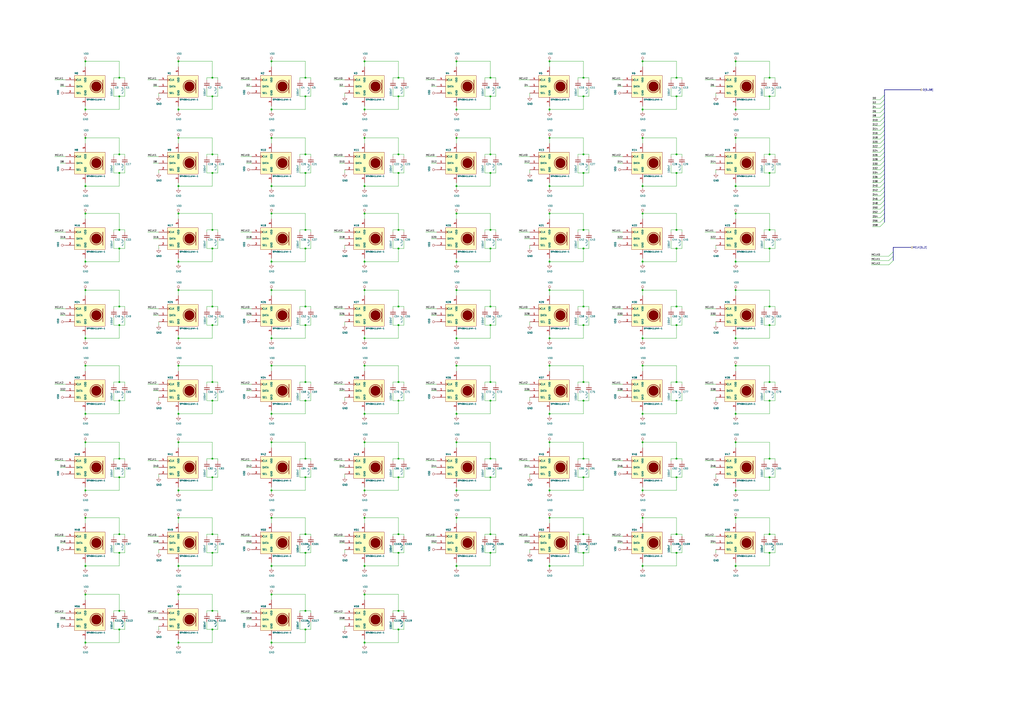
<source format=kicad_sch>
(kicad_sch (version 20250114) (generator "eeschema") (generator_version "9.0")
  (paper "A2")
  (lib_symbols
    (symbol "SPH0641LU4H-1:SPH0641LU4H-1" (pin_names (offset 1.016))
      (property "Reference" "M" (at -8.9154 9.4234 0))
      (property "Value" "SPH0641LU4H-1" (at 0 -7.62 0))
      (symbol "SPH0641LU4H-1_0_0"
        (pin input clock (at -11.43 5.08 0) (length 5.08) (name "CLK") (number "4"))
        (pin output line (at -11.43 1.27 0) (length 5.08) (name "DATA") (number "1"))
        (pin input line (at -11.43 -2.54 0) (length 5.08) (name "SEL") (number "2"))
        (pin power_in line (at 0 12.7 270) (length 5.08) (name "VDD") (number "5"))
        (pin power_in line (at 0 -10.16 90) (length 5.08) (name "GND") (number "3"))
      )
    )
    (symbol "SPH0641LU4H-1_1" (pin_names (offset 1.016))
      (property "Reference" "M" (at -8.9154 9.4234 0))
      (property "Value" "SPH0641LU4H-1" (at 0 -7.62 0))
      (symbol "SPH0641LU4H-1_1_0_0"
        (pin input clock (at -11.43 5.08 0) (length 5.08) (name "CLK") (number "4"))
        (pin output line (at -11.43 1.27 0) (length 5.08) (name "DATA") (number "1"))
        (pin input line (at -11.43 -2.54 0) (length 5.08) (name "SEL") (number "2"))
        (pin power_in line (at 0 12.7 270) (length 5.08) (name "VDD") (number "5"))
        (pin power_in line (at 0 -10.16 90) (length 5.08) (name "GND") (number "3"))
      )
    )
    (symbol "SPH0641LU4H-1_10" (pin_names (offset 1.016))
      (property "Reference" "M" (at -8.9154 9.4234 0))
      (property "Value" "SPH0641LU4H-1" (at 0 -7.62 0))
      (symbol "SPH0641LU4H-1_10_0_0"
        (pin input clock (at -11.43 5.08 0) (length 5.08) (name "CLK") (number "4"))
        (pin output line (at -11.43 1.27 0) (length 5.08) (name "DATA") (number "1"))
        (pin input line (at -11.43 -2.54 0) (length 5.08) (name "SEL") (number "2"))
        (pin power_in line (at 0 12.7 270) (length 5.08) (name "VDD") (number "5"))
        (pin power_in line (at 0 -10.16 90) (length 5.08) (name "GND") (number "3"))
      )
    )
    (symbol "SPH0641LU4H-1_11" (pin_names (offset 1.016))
      (property "Reference" "M" (at -8.9154 9.4234 0))
      (property "Value" "SPH0641LU4H-1" (at 0 -7.62 0))
      (symbol "SPH0641LU4H-1_11_0_0"
        (pin input clock (at -11.43 5.08 0) (length 5.08) (name "CLK") (number "4"))
        (pin output line (at -11.43 1.27 0) (length 5.08) (name "DATA") (number "1"))
        (pin input line (at -11.43 -2.54 0) (length 5.08) (name "SEL") (number "2"))
        (pin power_in line (at 0 12.7 270) (length 5.08) (name "VDD") (number "5"))
        (pin power_in line (at 0 -10.16 90) (length 5.08) (name "GND") (number "3"))
      )
    )
    (symbol "SPH0641LU4H-1_12" (pin_names (offset 1.016))
      (property "Reference" "M" (at -8.9154 9.4234 0))
      (property "Value" "SPH0641LU4H-1" (at 0 -7.62 0))
      (symbol "SPH0641LU4H-1_12_0_0"
        (pin input clock (at -11.43 5.08 0) (length 5.08) (name "CLK") (number "4"))
        (pin output line (at -11.43 1.27 0) (length 5.08) (name "DATA") (number "1"))
        (pin input line (at -11.43 -2.54 0) (length 5.08) (name "SEL") (number "2"))
        (pin power_in line (at 0 12.7 270) (length 5.08) (name "VDD") (number "5"))
        (pin power_in line (at 0 -10.16 90) (length 5.08) (name "GND") (number "3"))
      )
    )
    (symbol "SPH0641LU4H-1_13" (pin_names (offset 1.016))
      (property "Reference" "M" (at -8.9154 9.4234 0))
      (property "Value" "SPH0641LU4H-1" (at 0 -7.62 0))
      (symbol "SPH0641LU4H-1_13_0_0"
        (pin input clock (at -11.43 5.08 0) (length 5.08) (name "CLK") (number "4"))
        (pin output line (at -11.43 1.27 0) (length 5.08) (name "DATA") (number "1"))
        (pin input line (at -11.43 -2.54 0) (length 5.08) (name "SEL") (number "2"))
        (pin power_in line (at 0 12.7 270) (length 5.08) (name "VDD") (number "5"))
        (pin power_in line (at 0 -10.16 90) (length 5.08) (name "GND") (number "3"))
      )
    )
    (symbol "SPH0641LU4H-1_14" (pin_names (offset 1.016))
      (property "Reference" "M" (at -8.9154 9.4234 0))
      (property "Value" "SPH0641LU4H-1" (at 0 -7.62 0))
      (symbol "SPH0641LU4H-1_14_0_0"
        (pin input clock (at -11.43 5.08 0) (length 5.08) (name "CLK") (number "4"))
        (pin output line (at -11.43 1.27 0) (length 5.08) (name "DATA") (number "1"))
        (pin input line (at -11.43 -2.54 0) (length 5.08) (name "SEL") (number "2"))
        (pin power_in line (at 0 12.7 270) (length 5.08) (name "VDD") (number "5"))
        (pin power_in line (at 0 -10.16 90) (length 5.08) (name "GND") (number "3"))
      )
    )
    (symbol "SPH0641LU4H-1_15" (pin_names (offset 1.016))
      (property "Reference" "M" (at -8.9154 9.4234 0))
      (property "Value" "SPH0641LU4H-1" (at 0 -7.62 0))
      (symbol "SPH0641LU4H-1_15_0_0"
        (pin input clock (at -11.43 5.08 0) (length 5.08) (name "CLK") (number "4"))
        (pin output line (at -11.43 1.27 0) (length 5.08) (name "DATA") (number "1"))
        (pin input line (at -11.43 -2.54 0) (length 5.08) (name "SEL") (number "2"))
        (pin power_in line (at 0 12.7 270) (length 5.08) (name "VDD") (number "5"))
        (pin power_in line (at 0 -10.16 90) (length 5.08) (name "GND") (number "3"))
      )
    )
    (symbol "SPH0641LU4H-1_16" (pin_names (offset 1.016))
      (property "Reference" "M" (at -8.9154 9.4234 0))
      (property "Value" "SPH0641LU4H-1" (at 0 -7.62 0))
      (symbol "SPH0641LU4H-1_16_0_0"
        (pin input clock (at -11.43 5.08 0) (length 5.08) (name "CLK") (number "4"))
        (pin output line (at -11.43 1.27 0) (length 5.08) (name "DATA") (number "1"))
        (pin input line (at -11.43 -2.54 0) (length 5.08) (name "SEL") (number "2"))
        (pin power_in line (at 0 12.7 270) (length 5.08) (name "VDD") (number "5"))
        (pin power_in line (at 0 -10.16 90) (length 5.08) (name "GND") (number "3"))
      )
    )
    (symbol "SPH0641LU4H-1_17" (pin_names (offset 1.016))
      (property "Reference" "M" (at -8.9154 9.4234 0))
      (property "Value" "SPH0641LU4H-1" (at 0 -7.62 0))
      (symbol "SPH0641LU4H-1_17_0_0"
        (pin input clock (at -11.43 5.08 0) (length 5.08) (name "CLK") (number "4"))
        (pin output line (at -11.43 1.27 0) (length 5.08) (name "DATA") (number "1"))
        (pin input line (at -11.43 -2.54 0) (length 5.08) (name "SEL") (number "2"))
        (pin power_in line (at 0 12.7 270) (length 5.08) (name "VDD") (number "5"))
        (pin power_in line (at 0 -10.16 90) (length 5.08) (name "GND") (number "3"))
      )
    )
    (symbol "SPH0641LU4H-1_18" (pin_names (offset 1.016))
      (property "Reference" "M" (at -8.9154 9.4234 0))
      (property "Value" "SPH0641LU4H-1" (at 0 -7.62 0))
      (symbol "SPH0641LU4H-1_18_0_0"
        (pin input clock (at -11.43 5.08 0) (length 5.08) (name "CLK") (number "4"))
        (pin output line (at -11.43 1.27 0) (length 5.08) (name "DATA") (number "1"))
        (pin input line (at -11.43 -2.54 0) (length 5.08) (name "SEL") (number "2"))
        (pin power_in line (at 0 12.7 270) (length 5.08) (name "VDD") (number "5"))
        (pin power_in line (at 0 -10.16 90) (length 5.08) (name "GND") (number "3"))
      )
    )
    (symbol "SPH0641LU4H-1_19" (pin_names (offset 1.016))
      (property "Reference" "M" (at -8.9154 9.4234 0))
      (property "Value" "SPH0641LU4H-1" (at 0 -7.62 0))
      (symbol "SPH0641LU4H-1_19_0_0"
        (pin input clock (at -11.43 5.08 0) (length 5.08) (name "CLK") (number "4"))
        (pin output line (at -11.43 1.27 0) (length 5.08) (name "DATA") (number "1"))
        (pin input line (at -11.43 -2.54 0) (length 5.08) (name "SEL") (number "2"))
        (pin power_in line (at 0 12.7 270) (length 5.08) (name "VDD") (number "5"))
        (pin power_in line (at 0 -10.16 90) (length 5.08) (name "GND") (number "3"))
      )
    )
    (symbol "SPH0641LU4H-1_2" (pin_names (offset 1.016))
      (property "Reference" "M" (at -8.9154 9.4234 0))
      (property "Value" "SPH0641LU4H-1" (at 0 -7.62 0))
      (symbol "SPH0641LU4H-1_2_0_0"
        (pin input clock (at -11.43 5.08 0) (length 5.08) (name "CLK") (number "4"))
        (pin output line (at -11.43 1.27 0) (length 5.08) (name "DATA") (number "1"))
        (pin input line (at -11.43 -2.54 0) (length 5.08) (name "SEL") (number "2"))
        (pin power_in line (at 0 12.7 270) (length 5.08) (name "VDD") (number "5"))
        (pin power_in line (at 0 -10.16 90) (length 5.08) (name "GND") (number "3"))
      )
    )
    (symbol "SPH0641LU4H-1_20" (pin_names (offset 1.016))
      (property "Reference" "M" (at -8.9154 9.4234 0))
      (property "Value" "SPH0641LU4H-1" (at 0 -7.62 0))
      (symbol "SPH0641LU4H-1_20_0_0"
        (pin input clock (at -11.43 5.08 0) (length 5.08) (name "CLK") (number "4"))
        (pin output line (at -11.43 1.27 0) (length 5.08) (name "DATA") (number "1"))
        (pin input line (at -11.43 -2.54 0) (length 5.08) (name "SEL") (number "2"))
        (pin power_in line (at 0 12.7 270) (length 5.08) (name "VDD") (number "5"))
        (pin power_in line (at 0 -10.16 90) (length 5.08) (name "GND") (number "3"))
      )
    )
    (symbol "SPH0641LU4H-1_21" (pin_names (offset 1.016))
      (property "Reference" "M" (at -8.9154 9.4234 0))
      (property "Value" "SPH0641LU4H-1" (at 0 -7.62 0))
      (symbol "SPH0641LU4H-1_21_0_0"
        (pin input clock (at -11.43 5.08 0) (length 5.08) (name "CLK") (number "4"))
        (pin output line (at -11.43 1.27 0) (length 5.08) (name "DATA") (number "1"))
        (pin input line (at -11.43 -2.54 0) (length 5.08) (name "SEL") (number "2"))
        (pin power_in line (at 0 12.7 270) (length 5.08) (name "VDD") (number "5"))
        (pin power_in line (at 0 -10.16 90) (length 5.08) (name "GND") (number "3"))
      )
    )
    (symbol "SPH0641LU4H-1_22" (pin_names (offset 1.016))
      (property "Reference" "M" (at -8.9154 9.4234 0))
      (property "Value" "SPH0641LU4H-1" (at 0 -7.62 0))
      (symbol "SPH0641LU4H-1_22_0_0"
        (pin input clock (at -11.43 5.08 0) (length 5.08) (name "CLK") (number "4"))
        (pin output line (at -11.43 1.27 0) (length 5.08) (name "DATA") (number "1"))
        (pin input line (at -11.43 -2.54 0) (length 5.08) (name "SEL") (number "2"))
        (pin power_in line (at 0 12.7 270) (length 5.08) (name "VDD") (number "5"))
        (pin power_in line (at 0 -10.16 90) (length 5.08) (name "GND") (number "3"))
      )
    )
    (symbol "SPH0641LU4H-1_23" (pin_names (offset 1.016))
      (property "Reference" "M" (at -8.9154 9.4234 0))
      (property "Value" "SPH0641LU4H-1" (at 0 -7.62 0))
      (symbol "SPH0641LU4H-1_23_0_0"
        (pin input clock (at -11.43 5.08 0) (length 5.08) (name "CLK") (number "4"))
        (pin output line (at -11.43 1.27 0) (length 5.08) (name "DATA") (number "1"))
        (pin input line (at -11.43 -2.54 0) (length 5.08) (name "SEL") (number "2"))
        (pin power_in line (at 0 12.7 270) (length 5.08) (name "VDD") (number "5"))
        (pin power_in line (at 0 -10.16 90) (length 5.08) (name "GND") (number "3"))
      )
    )
    (symbol "SPH0641LU4H-1_24" (pin_names (offset 1.016))
      (property "Reference" "M" (at -8.9154 9.4234 0))
      (property "Value" "SPH0641LU4H-1" (at 0 -7.62 0))
      (symbol "SPH0641LU4H-1_24_0_0"
        (pin input clock (at -11.43 5.08 0) (length 5.08) (name "CLK") (number "4"))
        (pin output line (at -11.43 1.27 0) (length 5.08) (name "DATA") (number "1"))
        (pin input line (at -11.43 -2.54 0) (length 5.08) (name "SEL") (number "2"))
        (pin power_in line (at 0 12.7 270) (length 5.08) (name "VDD") (number "5"))
        (pin power_in line (at 0 -10.16 90) (length 5.08) (name "GND") (number "3"))
      )
    )
    (symbol "SPH0641LU4H-1_25" (pin_names (offset 1.016))
      (property "Reference" "M" (at -8.9154 9.4234 0))
      (property "Value" "SPH0641LU4H-1" (at 0 -7.62 0))
      (symbol "SPH0641LU4H-1_25_0_0"
        (pin input clock (at -11.43 5.08 0) (length 5.08) (name "CLK") (number "4"))
        (pin output line (at -11.43 1.27 0) (length 5.08) (name "DATA") (number "1"))
        (pin input line (at -11.43 -2.54 0) (length 5.08) (name "SEL") (number "2"))
        (pin power_in line (at 0 12.7 270) (length 5.08) (name "VDD") (number "5"))
        (pin power_in line (at 0 -10.16 90) (length 5.08) (name "GND") (number "3"))
      )
    )
    (symbol "SPH0641LU4H-1_26" (pin_names (offset 1.016))
      (property "Reference" "M" (at -8.9154 9.4234 0))
      (property "Value" "SPH0641LU4H-1" (at 0 -7.62 0))
      (symbol "SPH0641LU4H-1_26_0_0"
        (pin input clock (at -11.43 5.08 0) (length 5.08) (name "CLK") (number "4"))
        (pin output line (at -11.43 1.27 0) (length 5.08) (name "DATA") (number "1"))
        (pin input line (at -11.43 -2.54 0) (length 5.08) (name "SEL") (number "2"))
        (pin power_in line (at 0 12.7 270) (length 5.08) (name "VDD") (number "5"))
        (pin power_in line (at 0 -10.16 90) (length 5.08) (name "GND") (number "3"))
      )
    )
    (symbol "SPH0641LU4H-1_27" (pin_names (offset 1.016))
      (property "Reference" "M" (at -8.9154 9.4234 0))
      (property "Value" "SPH0641LU4H-1" (at 0 -7.62 0))
      (symbol "SPH0641LU4H-1_27_0_0"
        (pin input clock (at -11.43 5.08 0) (length 5.08) (name "CLK") (number "4"))
        (pin output line (at -11.43 1.27 0) (length 5.08) (name "DATA") (number "1"))
        (pin input line (at -11.43 -2.54 0) (length 5.08) (name "SEL") (number "2"))
        (pin power_in line (at 0 12.7 270) (length 5.08) (name "VDD") (number "5"))
        (pin power_in line (at 0 -10.16 90) (length 5.08) (name "GND") (number "3"))
      )
    )
    (symbol "SPH0641LU4H-1_28" (pin_names (offset 1.016))
      (property "Reference" "M" (at -8.9154 9.4234 0))
      (property "Value" "SPH0641LU4H-1" (at 0 -7.62 0))
      (symbol "SPH0641LU4H-1_28_0_0"
        (pin input clock (at -11.43 5.08 0) (length 5.08) (name "CLK") (number "4"))
        (pin output line (at -11.43 1.27 0) (length 5.08) (name "DATA") (number "1"))
        (pin input line (at -11.43 -2.54 0) (length 5.08) (name "SEL") (number "2"))
        (pin power_in line (at 0 12.7 270) (length 5.08) (name "VDD") (number "5"))
        (pin power_in line (at 0 -10.16 90) (length 5.08) (name "GND") (number "3"))
      )
    )
    (symbol "SPH0641LU4H-1_29" (pin_names (offset 1.016))
      (property "Reference" "M" (at -8.9154 9.4234 0))
      (property "Value" "SPH0641LU4H-1" (at 0 -7.62 0))
      (symbol "SPH0641LU4H-1_29_0_0"
        (pin input clock (at -11.43 5.08 0) (length 5.08) (name "CLK") (number "4"))
        (pin output line (at -11.43 1.27 0) (length 5.08) (name "DATA") (number "1"))
        (pin input line (at -11.43 -2.54 0) (length 5.08) (name "SEL") (number "2"))
        (pin power_in line (at 0 12.7 270) (length 5.08) (name "VDD") (number "5"))
        (pin power_in line (at 0 -10.16 90) (length 5.08) (name "GND") (number "3"))
      )
    )
    (symbol "SPH0641LU4H-1_3" (pin_names (offset 1.016))
      (property "Reference" "M" (at -8.9154 9.4234 0))
      (property "Value" "SPH0641LU4H-1" (at 0 -7.62 0))
      (symbol "SPH0641LU4H-1_3_0_0"
        (pin input clock (at -11.43 5.08 0) (length 5.08) (name "CLK") (number "4"))
        (pin output line (at -11.43 1.27 0) (length 5.08) (name "DATA") (number "1"))
        (pin input line (at -11.43 -2.54 0) (length 5.08) (name "SEL") (number "2"))
        (pin power_in line (at 0 12.7 270) (length 5.08) (name "VDD") (number "5"))
        (pin power_in line (at 0 -10.16 90) (length 5.08) (name "GND") (number "3"))
      )
    )
    (symbol "SPH0641LU4H-1_30" (pin_names (offset 1.016))
      (property "Reference" "M" (at -8.9154 9.4234 0))
      (property "Value" "SPH0641LU4H-1" (at 0 -7.62 0))
      (symbol "SPH0641LU4H-1_30_0_0"
        (pin input clock (at -11.43 5.08 0) (length 5.08) (name "CLK") (number "4"))
        (pin output line (at -11.43 1.27 0) (length 5.08) (name "DATA") (number "1"))
        (pin input line (at -11.43 -2.54 0) (length 5.08) (name "SEL") (number "2"))
        (pin power_in line (at 0 12.7 270) (length 5.08) (name "VDD") (number "5"))
        (pin power_in line (at 0 -10.16 90) (length 5.08) (name "GND") (number "3"))
      )
    )
    (symbol "SPH0641LU4H-1_31" (pin_names (offset 1.016))
      (property "Reference" "M" (at -8.9154 9.4234 0))
      (property "Value" "SPH0641LU4H-1" (at 0 -7.62 0))
      (symbol "SPH0641LU4H-1_31_0_0"
        (pin input clock (at -11.43 5.08 0) (length 5.08) (name "CLK") (number "4"))
        (pin output line (at -11.43 1.27 0) (length 5.08) (name "DATA") (number "1"))
        (pin input line (at -11.43 -2.54 0) (length 5.08) (name "SEL") (number "2"))
        (pin power_in line (at 0 12.7 270) (length 5.08) (name "VDD") (number "5"))
        (pin power_in line (at 0 -10.16 90) (length 5.08) (name "GND") (number "3"))
      )
    )
    (symbol "SPH0641LU4H-1_32" (pin_names (offset 1.016))
      (property "Reference" "M" (at -8.9154 9.4234 0))
      (property "Value" "SPH0641LU4H-1" (at 0 -7.62 0))
      (symbol "SPH0641LU4H-1_32_0_0"
        (pin input clock (at -11.43 5.08 0) (length 5.08) (name "CLK") (number "4"))
        (pin output line (at -11.43 1.27 0) (length 5.08) (name "DATA") (number "1"))
        (pin input line (at -11.43 -2.54 0) (length 5.08) (name "SEL") (number "2"))
        (pin power_in line (at 0 12.7 270) (length 5.08) (name "VDD") (number "5"))
        (pin power_in line (at 0 -10.16 90) (length 5.08) (name "GND") (number "3"))
      )
    )
    (symbol "SPH0641LU4H-1_33" (pin_names (offset 1.016))
      (property "Reference" "M" (at -8.9154 9.4234 0))
      (property "Value" "SPH0641LU4H-1" (at 0 -7.62 0))
      (symbol "SPH0641LU4H-1_33_0_0"
        (pin input clock (at -11.43 5.08 0) (length 5.08) (name "CLK") (number "4"))
        (pin output line (at -11.43 1.27 0) (length 5.08) (name "DATA") (number "1"))
        (pin input line (at -11.43 -2.54 0) (length 5.08) (name "SEL") (number "2"))
        (pin power_in line (at 0 12.7 270) (length 5.08) (name "VDD") (number "5"))
        (pin power_in line (at 0 -10.16 90) (length 5.08) (name "GND") (number "3"))
      )
    )
    (symbol "SPH0641LU4H-1_34" (pin_names (offset 1.016))
      (property "Reference" "M" (at -8.9154 9.4234 0))
      (property "Value" "SPH0641LU4H-1" (at 0 -7.62 0))
      (symbol "SPH0641LU4H-1_34_0_0"
        (pin input clock (at -11.43 5.08 0) (length 5.08) (name "CLK") (number "4"))
        (pin output line (at -11.43 1.27 0) (length 5.08) (name "DATA") (number "1"))
        (pin input line (at -11.43 -2.54 0) (length 5.08) (name "SEL") (number "2"))
        (pin power_in line (at 0 12.7 270) (length 5.08) (name "VDD") (number "5"))
        (pin power_in line (at 0 -10.16 90) (length 5.08) (name "GND") (number "3"))
      )
    )
    (symbol "SPH0641LU4H-1_35" (pin_names (offset 1.016))
      (property "Reference" "M" (at -8.9154 9.4234 0))
      (property "Value" "SPH0641LU4H-1" (at 0 -7.62 0))
      (symbol "SPH0641LU4H-1_35_0_0"
        (pin input clock (at -11.43 5.08 0) (length 5.08) (name "CLK") (number "4"))
        (pin output line (at -11.43 1.27 0) (length 5.08) (name "DATA") (number "1"))
        (pin input line (at -11.43 -2.54 0) (length 5.08) (name "SEL") (number "2"))
        (pin power_in line (at 0 12.7 270) (length 5.08) (name "VDD") (number "5"))
        (pin power_in line (at 0 -10.16 90) (length 5.08) (name "GND") (number "3"))
      )
    )
    (symbol "SPH0641LU4H-1_36" (pin_names (offset 1.016))
      (property "Reference" "M" (at -8.9154 9.4234 0))
      (property "Value" "SPH0641LU4H-1" (at 0 -7.62 0))
      (symbol "SPH0641LU4H-1_36_0_0"
        (pin input clock (at -11.43 5.08 0) (length 5.08) (name "CLK") (number "4"))
        (pin output line (at -11.43 1.27 0) (length 5.08) (name "DATA") (number "1"))
        (pin input line (at -11.43 -2.54 0) (length 5.08) (name "SEL") (number "2"))
        (pin power_in line (at 0 12.7 270) (length 5.08) (name "VDD") (number "5"))
        (pin power_in line (at 0 -10.16 90) (length 5.08) (name "GND") (number "3"))
      )
    )
    (symbol "SPH0641LU4H-1_37" (pin_names (offset 1.016))
      (property "Reference" "M" (at -8.9154 9.4234 0))
      (property "Value" "SPH0641LU4H-1" (at 0 -7.62 0))
      (symbol "SPH0641LU4H-1_37_0_0"
        (pin input clock (at -11.43 5.08 0) (length 5.08) (name "CLK") (number "4"))
        (pin output line (at -11.43 1.27 0) (length 5.08) (name "DATA") (number "1"))
        (pin input line (at -11.43 -2.54 0) (length 5.08) (name "SEL") (number "2"))
        (pin power_in line (at 0 12.7 270) (length 5.08) (name "VDD") (number "5"))
        (pin power_in line (at 0 -10.16 90) (length 5.08) (name "GND") (number "3"))
      )
    )
    (symbol "SPH0641LU4H-1_38" (pin_names (offset 1.016))
      (property "Reference" "M" (at -8.9154 9.4234 0))
      (property "Value" "SPH0641LU4H-1" (at 0 -7.62 0))
      (symbol "SPH0641LU4H-1_38_0_0"
        (pin input clock (at -11.43 5.08 0) (length 5.08) (name "CLK") (number "4"))
        (pin output line (at -11.43 1.27 0) (length 5.08) (name "DATA") (number "1"))
        (pin input line (at -11.43 -2.54 0) (length 5.08) (name "SEL") (number "2"))
        (pin power_in line (at 0 12.7 270) (length 5.08) (name "VDD") (number "5"))
        (pin power_in line (at 0 -10.16 90) (length 5.08) (name "GND") (number "3"))
      )
    )
    (symbol "SPH0641LU4H-1_39" (pin_names (offset 1.016))
      (property "Reference" "M" (at -8.9154 9.4234 0))
      (property "Value" "SPH0641LU4H-1" (at 0 -7.62 0))
      (symbol "SPH0641LU4H-1_39_0_0"
        (pin input clock (at -11.43 5.08 0) (length 5.08) (name "CLK") (number "4"))
        (pin output line (at -11.43 1.27 0) (length 5.08) (name "DATA") (number "1"))
        (pin input line (at -11.43 -2.54 0) (length 5.08) (name "SEL") (number "2"))
        (pin power_in line (at 0 12.7 270) (length 5.08) (name "VDD") (number "5"))
        (pin power_in line (at 0 -10.16 90) (length 5.08) (name "GND") (number "3"))
      )
    )
    (symbol "SPH0641LU4H-1_4" (pin_names (offset 1.016))
      (property "Reference" "M" (at -8.9154 9.4234 0))
      (property "Value" "SPH0641LU4H-1" (at 0 -7.62 0))
      (symbol "SPH0641LU4H-1_4_0_0"
        (pin input clock (at -11.43 5.08 0) (length 5.08) (name "CLK") (number "4"))
        (pin output line (at -11.43 1.27 0) (length 5.08) (name "DATA") (number "1"))
        (pin input line (at -11.43 -2.54 0) (length 5.08) (name "SEL") (number "2"))
        (pin power_in line (at 0 12.7 270) (length 5.08) (name "VDD") (number "5"))
        (pin power_in line (at 0 -10.16 90) (length 5.08) (name "GND") (number "3"))
      )
    )
    (symbol "SPH0641LU4H-1_40" (pin_names (offset 1.016))
      (property "Reference" "M" (at -8.9154 9.4234 0))
      (property "Value" "SPH0641LU4H-1" (at 0 -7.62 0))
      (symbol "SPH0641LU4H-1_40_0_0"
        (pin input clock (at -11.43 5.08 0) (length 5.08) (name "CLK") (number "4"))
        (pin output line (at -11.43 1.27 0) (length 5.08) (name "DATA") (number "1"))
        (pin input line (at -11.43 -2.54 0) (length 5.08) (name "SEL") (number "2"))
        (pin power_in line (at 0 12.7 270) (length 5.08) (name "VDD") (number "5"))
        (pin power_in line (at 0 -10.16 90) (length 5.08) (name "GND") (number "3"))
      )
    )
    (symbol "SPH0641LU4H-1_41" (pin_names (offset 1.016))
      (property "Reference" "M" (at -8.9154 9.4234 0))
      (property "Value" "SPH0641LU4H-1" (at 0 -7.62 0))
      (symbol "SPH0641LU4H-1_41_0_0"
        (pin input clock (at -11.43 5.08 0) (length 5.08) (name "CLK") (number "4"))
        (pin output line (at -11.43 1.27 0) (length 5.08) (name "DATA") (number "1"))
        (pin input line (at -11.43 -2.54 0) (length 5.08) (name "SEL") (number "2"))
        (pin power_in line (at 0 12.7 270) (length 5.08) (name "VDD") (number "5"))
        (pin power_in line (at 0 -10.16 90) (length 5.08) (name "GND") (number "3"))
      )
    )
    (symbol "SPH0641LU4H-1_42" (pin_names (offset 1.016))
      (property "Reference" "M" (at -8.9154 9.4234 0))
      (property "Value" "SPH0641LU4H-1" (at 0 -7.62 0))
      (symbol "SPH0641LU4H-1_42_0_0"
        (pin input clock (at -11.43 5.08 0) (length 5.08) (name "CLK") (number "4"))
        (pin output line (at -11.43 1.27 0) (length 5.08) (name "DATA") (number "1"))
        (pin input line (at -11.43 -2.54 0) (length 5.08) (name "SEL") (number "2"))
        (pin power_in line (at 0 12.7 270) (length 5.08) (name "VDD") (number "5"))
        (pin power_in line (at 0 -10.16 90) (length 5.08) (name "GND") (number "3"))
      )
    )
    (symbol "SPH0641LU4H-1_43" (pin_names (offset 1.016))
      (property "Reference" "M" (at -8.9154 9.4234 0))
      (property "Value" "SPH0641LU4H-1" (at 0 -7.62 0))
      (symbol "SPH0641LU4H-1_43_0_0"
        (pin input clock (at -11.43 5.08 0) (length 5.08) (name "CLK") (number "4"))
        (pin output line (at -11.43 1.27 0) (length 5.08) (name "DATA") (number "1"))
        (pin input line (at -11.43 -2.54 0) (length 5.08) (name "SEL") (number "2"))
        (pin power_in line (at 0 12.7 270) (length 5.08) (name "VDD") (number "5"))
        (pin power_in line (at 0 -10.16 90) (length 5.08) (name "GND") (number "3"))
      )
    )
    (symbol "SPH0641LU4H-1_44" (pin_names (offset 1.016))
      (property "Reference" "M" (at -8.9154 9.4234 0))
      (property "Value" "SPH0641LU4H-1" (at 0 -7.62 0))
      (symbol "SPH0641LU4H-1_44_0_0"
        (pin input clock (at -11.43 5.08 0) (length 5.08) (name "CLK") (number "4"))
        (pin output line (at -11.43 1.27 0) (length 5.08) (name "DATA") (number "1"))
        (pin input line (at -11.43 -2.54 0) (length 5.08) (name "SEL") (number "2"))
        (pin power_in line (at 0 12.7 270) (length 5.08) (name "VDD") (number "5"))
        (pin power_in line (at 0 -10.16 90) (length 5.08) (name "GND") (number "3"))
      )
    )
    (symbol "SPH0641LU4H-1_45" (pin_names (offset 1.016))
      (property "Reference" "M" (at -8.9154 9.4234 0))
      (property "Value" "SPH0641LU4H-1" (at 0 -7.62 0))
      (symbol "SPH0641LU4H-1_45_0_0"
        (pin input clock (at -11.43 5.08 0) (length 5.08) (name "CLK") (number "4"))
        (pin output line (at -11.43 1.27 0) (length 5.08) (name "DATA") (number "1"))
        (pin input line (at -11.43 -2.54 0) (length 5.08) (name "SEL") (number "2"))
        (pin power_in line (at 0 12.7 270) (length 5.08) (name "VDD") (number "5"))
        (pin power_in line (at 0 -10.16 90) (length 5.08) (name "GND") (number "3"))
      )
    )
    (symbol "SPH0641LU4H-1_46" (pin_names (offset 1.016))
      (property "Reference" "M" (at -8.9154 9.4234 0))
      (property "Value" "SPH0641LU4H-1" (at 0 -7.62 0))
      (symbol "SPH0641LU4H-1_46_0_0"
        (pin input clock (at -11.43 5.08 0) (length 5.08) (name "CLK") (number "4"))
        (pin output line (at -11.43 1.27 0) (length 5.08) (name "DATA") (number "1"))
        (pin input line (at -11.43 -2.54 0) (length 5.08) (name "SEL") (number "2"))
        (pin power_in line (at 0 12.7 270) (length 5.08) (name "VDD") (number "5"))
        (pin power_in line (at 0 -10.16 90) (length 5.08) (name "GND") (number "3"))
      )
    )
    (symbol "SPH0641LU4H-1_47" (pin_names (offset 1.016))
      (property "Reference" "M" (at -8.9154 9.4234 0))
      (property "Value" "SPH0641LU4H-1" (at 0 -7.62 0))
      (symbol "SPH0641LU4H-1_47_0_0"
        (pin input clock (at -11.43 5.08 0) (length 5.08) (name "CLK") (number "4"))
        (pin output line (at -11.43 1.27 0) (length 5.08) (name "DATA") (number "1"))
        (pin input line (at -11.43 -2.54 0) (length 5.08) (name "SEL") (number "2"))
        (pin power_in line (at 0 12.7 270) (length 5.08) (name "VDD") (number "5"))
        (pin power_in line (at 0 -10.16 90) (length 5.08) (name "GND") (number "3"))
      )
    )
    (symbol "SPH0641LU4H-1_48" (pin_names (offset 1.016))
      (property "Reference" "M" (at -8.9154 9.4234 0))
      (property "Value" "SPH0641LU4H-1" (at 0 -7.62 0))
      (symbol "SPH0641LU4H-1_48_0_0"
        (pin input clock (at -11.43 5.08 0) (length 5.08) (name "CLK") (number "4"))
        (pin output line (at -11.43 1.27 0) (length 5.08) (name "DATA") (number "1"))
        (pin input line (at -11.43 -2.54 0) (length 5.08) (name "SEL") (number "2"))
        (pin power_in line (at 0 12.7 270) (length 5.08) (name "VDD") (number "5"))
        (pin power_in line (at 0 -10.16 90) (length 5.08) (name "GND") (number "3"))
      )
    )
    (symbol "SPH0641LU4H-1_49" (pin_names (offset 1.016))
      (property "Reference" "M" (at -8.9154 9.4234 0))
      (property "Value" "SPH0641LU4H-1" (at 0 -7.62 0))
      (symbol "SPH0641LU4H-1_49_0_0"
        (pin input clock (at -11.43 5.08 0) (length 5.08) (name "CLK") (number "4"))
        (pin output line (at -11.43 1.27 0) (length 5.08) (name "DATA") (number "1"))
        (pin input line (at -11.43 -2.54 0) (length 5.08) (name "SEL") (number "2"))
        (pin power_in line (at 0 12.7 270) (length 5.08) (name "VDD") (number "5"))
        (pin power_in line (at 0 -10.16 90) (length 5.08) (name "GND") (number "3"))
      )
    )
    (symbol "SPH0641LU4H-1_5" (pin_names (offset 1.016))
      (property "Reference" "M" (at -8.9154 9.4234 0))
      (property "Value" "SPH0641LU4H-1" (at 0 -7.62 0))
      (symbol "SPH0641LU4H-1_5_0_0"
        (pin input clock (at -11.43 5.08 0) (length 5.08) (name "CLK") (number "4"))
        (pin output line (at -11.43 1.27 0) (length 5.08) (name "DATA") (number "1"))
        (pin input line (at -11.43 -2.54 0) (length 5.08) (name "SEL") (number "2"))
        (pin power_in line (at 0 12.7 270) (length 5.08) (name "VDD") (number "5"))
        (pin power_in line (at 0 -10.16 90) (length 5.08) (name "GND") (number "3"))
      )
    )
    (symbol "SPH0641LU4H-1_50" (pin_names (offset 1.016))
      (property "Reference" "M" (at -8.9154 9.4234 0))
      (property "Value" "SPH0641LU4H-1" (at 0 -7.62 0))
      (symbol "SPH0641LU4H-1_50_0_0"
        (pin input clock (at -11.43 5.08 0) (length 5.08) (name "CLK") (number "4"))
        (pin output line (at -11.43 1.27 0) (length 5.08) (name "DATA") (number "1"))
        (pin input line (at -11.43 -2.54 0) (length 5.08) (name "SEL") (number "2"))
        (pin power_in line (at 0 12.7 270) (length 5.08) (name "VDD") (number "5"))
        (pin power_in line (at 0 -10.16 90) (length 5.08) (name "GND") (number "3"))
      )
    )
    (symbol "SPH0641LU4H-1_51" (pin_names (offset 1.016))
      (property "Reference" "M" (at -8.9154 9.4234 0))
      (property "Value" "SPH0641LU4H-1" (at 0 -7.62 0))
      (symbol "SPH0641LU4H-1_51_0_0"
        (pin input clock (at -11.43 5.08 0) (length 5.08) (name "CLK") (number "4"))
        (pin output line (at -11.43 1.27 0) (length 5.08) (name "DATA") (number "1"))
        (pin input line (at -11.43 -2.54 0) (length 5.08) (name "SEL") (number "2"))
        (pin power_in line (at 0 12.7 270) (length 5.08) (name "VDD") (number "5"))
        (pin power_in line (at 0 -10.16 90) (length 5.08) (name "GND") (number "3"))
      )
    )
    (symbol "SPH0641LU4H-1_52" (pin_names (offset 1.016))
      (property "Reference" "M" (at -8.9154 9.4234 0))
      (property "Value" "SPH0641LU4H-1" (at 0 -7.62 0))
      (symbol "SPH0641LU4H-1_52_0_0"
        (pin input clock (at -11.43 5.08 0) (length 5.08) (name "CLK") (number "4"))
        (pin output line (at -11.43 1.27 0) (length 5.08) (name "DATA") (number "1"))
        (pin input line (at -11.43 -2.54 0) (length 5.08) (name "SEL") (number "2"))
        (pin power_in line (at 0 12.7 270) (length 5.08) (name "VDD") (number "5"))
        (pin power_in line (at 0 -10.16 90) (length 5.08) (name "GND") (number "3"))
      )
    )
    (symbol "SPH0641LU4H-1_53" (pin_names (offset 1.016))
      (property "Reference" "M" (at -8.9154 9.4234 0))
      (property "Value" "SPH0641LU4H-1" (at 0 -7.62 0))
      (symbol "SPH0641LU4H-1_53_0_0"
        (pin input clock (at -11.43 5.08 0) (length 5.08) (name "CLK") (number "4"))
        (pin output line (at -11.43 1.27 0) (length 5.08) (name "DATA") (number "1"))
        (pin input line (at -11.43 -2.54 0) (length 5.08) (name "SEL") (number "2"))
        (pin power_in line (at 0 12.7 270) (length 5.08) (name "VDD") (number "5"))
        (pin power_in line (at 0 -10.16 90) (length 5.08) (name "GND") (number "3"))
      )
    )
    (symbol "SPH0641LU4H-1_54" (pin_names (offset 1.016))
      (property "Reference" "M" (at -8.9154 9.4234 0))
      (property "Value" "SPH0641LU4H-1" (at 0 -7.62 0))
      (symbol "SPH0641LU4H-1_54_0_0"
        (pin input clock (at -11.43 5.08 0) (length 5.08) (name "CLK") (number "4"))
        (pin output line (at -11.43 1.27 0) (length 5.08) (name "DATA") (number "1"))
        (pin input line (at -11.43 -2.54 0) (length 5.08) (name "SEL") (number "2"))
        (pin power_in line (at 0 12.7 270) (length 5.08) (name "VDD") (number "5"))
        (pin power_in line (at 0 -10.16 90) (length 5.08) (name "GND") (number "3"))
      )
    )
    (symbol "SPH0641LU4H-1_55" (pin_names (offset 1.016))
      (property "Reference" "M" (at -8.9154 9.4234 0))
      (property "Value" "SPH0641LU4H-1" (at 0 -7.62 0))
      (symbol "SPH0641LU4H-1_55_0_0"
        (pin input clock (at -11.43 5.08 0) (length 5.08) (name "CLK") (number "4"))
        (pin output line (at -11.43 1.27 0) (length 5.08) (name "DATA") (number "1"))
        (pin input line (at -11.43 -2.54 0) (length 5.08) (name "SEL") (number "2"))
        (pin power_in line (at 0 12.7 270) (length 5.08) (name "VDD") (number "5"))
        (pin power_in line (at 0 -10.16 90) (length 5.08) (name "GND") (number "3"))
      )
    )
    (symbol "SPH0641LU4H-1_56" (pin_names (offset 1.016))
      (property "Reference" "M" (at -8.9154 9.4234 0))
      (property "Value" "SPH0641LU4H-1" (at 0 -7.62 0))
      (symbol "SPH0641LU4H-1_56_0_0"
        (pin input clock (at -11.43 5.08 0) (length 5.08) (name "CLK") (number "4"))
        (pin output line (at -11.43 1.27 0) (length 5.08) (name "DATA") (number "1"))
        (pin input line (at -11.43 -2.54 0) (length 5.08) (name "SEL") (number "2"))
        (pin power_in line (at 0 12.7 270) (length 5.08) (name "VDD") (number "5"))
        (pin power_in line (at 0 -10.16 90) (length 5.08) (name "GND") (number "3"))
      )
    )
    (symbol "SPH0641LU4H-1_57" (pin_names (offset 1.016))
      (property "Reference" "M" (at -8.9154 9.4234 0))
      (property "Value" "SPH0641LU4H-1" (at 0 -7.62 0))
      (symbol "SPH0641LU4H-1_57_0_0"
        (pin input clock (at -11.43 5.08 0) (length 5.08) (name "CLK") (number "4"))
        (pin output line (at -11.43 1.27 0) (length 5.08) (name "DATA") (number "1"))
        (pin input line (at -11.43 -2.54 0) (length 5.08) (name "SEL") (number "2"))
        (pin power_in line (at 0 12.7 270) (length 5.08) (name "VDD") (number "5"))
        (pin power_in line (at 0 -10.16 90) (length 5.08) (name "GND") (number "3"))
      )
    )
    (symbol "SPH0641LU4H-1_58" (pin_names (offset 1.016))
      (property "Reference" "M" (at -8.9154 9.4234 0))
      (property "Value" "SPH0641LU4H-1" (at 0 -7.62 0))
      (symbol "SPH0641LU4H-1_58_0_0"
        (pin input clock (at -11.43 5.08 0) (length 5.08) (name "CLK") (number "4"))
        (pin output line (at -11.43 1.27 0) (length 5.08) (name "DATA") (number "1"))
        (pin input line (at -11.43 -2.54 0) (length 5.08) (name "SEL") (number "2"))
        (pin power_in line (at 0 12.7 270) (length 5.08) (name "VDD") (number "5"))
        (pin power_in line (at 0 -10.16 90) (length 5.08) (name "GND") (number "3"))
      )
    )
    (symbol "SPH0641LU4H-1_59" (pin_names (offset 1.016))
      (property "Reference" "M" (at -8.9154 9.4234 0))
      (property "Value" "SPH0641LU4H-1" (at 0 -7.62 0))
      (symbol "SPH0641LU4H-1_59_0_0"
        (pin input clock (at -11.43 5.08 0) (length 5.08) (name "CLK") (number "4"))
        (pin output line (at -11.43 1.27 0) (length 5.08) (name "DATA") (number "1"))
        (pin input line (at -11.43 -2.54 0) (length 5.08) (name "SEL") (number "2"))
        (pin power_in line (at 0 12.7 270) (length 5.08) (name "VDD") (number "5"))
        (pin power_in line (at 0 -10.16 90) (length 5.08) (name "GND") (number "3"))
      )
    )
    (symbol "SPH0641LU4H-1_6" (pin_names (offset 1.016))
      (property "Reference" "M" (at -8.9154 9.4234 0))
      (property "Value" "SPH0641LU4H-1" (at 0 -7.62 0))
      (symbol "SPH0641LU4H-1_6_0_0"
        (pin input clock (at -11.43 5.08 0) (length 5.08) (name "CLK") (number "4"))
        (pin output line (at -11.43 1.27 0) (length 5.08) (name "DATA") (number "1"))
        (pin input line (at -11.43 -2.54 0) (length 5.08) (name "SEL") (number "2"))
        (pin power_in line (at 0 12.7 270) (length 5.08) (name "VDD") (number "5"))
        (pin power_in line (at 0 -10.16 90) (length 5.08) (name "GND") (number "3"))
      )
    )
    (symbol "SPH0641LU4H-1_60" (pin_names (offset 1.016))
      (property "Reference" "M" (at -8.9154 9.4234 0))
      (property "Value" "SPH0641LU4H-1" (at 0 -7.62 0))
      (symbol "SPH0641LU4H-1_60_0_0"
        (pin input clock (at -11.43 5.08 0) (length 5.08) (name "CLK") (number "4"))
        (pin output line (at -11.43 1.27 0) (length 5.08) (name "DATA") (number "1"))
        (pin input line (at -11.43 -2.54 0) (length 5.08) (name "SEL") (number "2"))
        (pin power_in line (at 0 12.7 270) (length 5.08) (name "VDD") (number "5"))
        (pin power_in line (at 0 -10.16 90) (length 5.08) (name "GND") (number "3"))
      )
    )
    (symbol "SPH0641LU4H-1_7" (pin_names (offset 1.016))
      (property "Reference" "M" (at -8.9154 9.4234 0))
      (property "Value" "SPH0641LU4H-1" (at 0 -7.62 0))
      (symbol "SPH0641LU4H-1_7_0_0"
        (pin input clock (at -11.43 5.08 0) (length 5.08) (name "CLK") (number "4"))
        (pin output line (at -11.43 1.27 0) (length 5.08) (name "DATA") (number "1"))
        (pin input line (at -11.43 -2.54 0) (length 5.08) (name "SEL") (number "2"))
        (pin power_in line (at 0 12.7 270) (length 5.08) (name "VDD") (number "5"))
        (pin power_in line (at 0 -10.16 90) (length 5.08) (name "GND") (number "3"))
      )
    )
    (symbol "SPH0641LU4H-1_8" (pin_names (offset 1.016))
      (property "Reference" "M" (at -8.9154 9.4234 0))
      (property "Value" "SPH0641LU4H-1" (at 0 -7.62 0))
      (symbol "SPH0641LU4H-1_8_0_0"
        (pin input clock (at -11.43 5.08 0) (length 5.08) (name "CLK") (number "4"))
        (pin output line (at -11.43 1.27 0) (length 5.08) (name "DATA") (number "1"))
        (pin input line (at -11.43 -2.54 0) (length 5.08) (name "SEL") (number "2"))
        (pin power_in line (at 0 12.7 270) (length 5.08) (name "VDD") (number "5"))
        (pin power_in line (at 0 -10.16 90) (length 5.08) (name "GND") (number "3"))
      )
    )
    (symbol "SPH0641LU4H-1_9" (pin_names (offset 1.016))
      (property "Reference" "M" (at -8.9154 9.4234 0))
      (property "Value" "SPH0641LU4H-1" (at 0 -7.62 0))
      (symbol "SPH0641LU4H-1_9_0_0"
        (pin input clock (at -11.43 5.08 0) (length 5.08) (name "CLK") (number "4"))
        (pin output line (at -11.43 1.27 0) (length 5.08) (name "DATA") (number "1"))
        (pin input line (at -11.43 -2.54 0) (length 5.08) (name "SEL") (number "2"))
        (pin power_in line (at 0 12.7 270) (length 5.08) (name "VDD") (number "5"))
        (pin power_in line (at 0 -10.16 90) (length 5.08) (name "GND") (number "3"))
      )
    )
    (symbol "array-rescue:C_Small-Device-array-rescue" (pin_numbers (hide yes)) (pin_names (offset 0.254) (hide yes))
      (property "Reference" "C" (at 0.254 1.778 0))
      (property "Value" "array-rescue_C_Small-Device" (at 0.254 -2.032 0))
      (symbol "C_Small-Device-array-rescue_1_1"
        (pin passive line (at 0 2.54 270) (length 2.032) (name "~") (number "1"))
        (pin passive line (at 0 -2.54 90) (length 2.032) (name "~") (number "2"))
      )
    )
    (symbol "array-rescue:GND-power-array-rescue" (power) (pin_names (offset 0))
      (property "Value" "GND-power-array-rescue" (at 0 -3.81 0))
      (symbol "GND-power-array-rescue_1_1"
        (pin power_in line (at 0 0 270) (length 0) (hide yes) (name "GND") (number "1"))
      )
    )
    (symbol "array-rescue:VDD-power-array-rescue" (power) (pin_names (offset 0))
      (property "Value" "VDD-power-array-rescue" (at 0 3.81 0))
      (symbol "VDD-power-array-rescue_1_1"
        (pin power_in line (at 0 0 90) (length 0) (hide yes) (name "VDD") (number "1"))
      )
    )
  )
  (junction (at 318.77 240.03))
  (junction (at 177.165 232.41))
  (junction (at 392.43 177.8))
  (junction (at 426.72 35.56))
  (junction (at 426.72 196.215))
  (junction (at 231.14 144.145))
  (junction (at 123.19 100.33))
  (junction (at 49.53 344.805))
  (junction (at 426.72 328.295))
  (junction (at 231.14 276.86))
  (junction (at 392.43 266.065))
  (junction (at 231.14 221.615))
  (junction (at 318.77 35.56))
  (junction (at 123.19 133.35))
  (junction (at 123.19 354.33))
  (junction (at 284.48 133.35))
  (junction (at 49.53 196.215))
  (junction (at 264.795 256.54))
  (junction (at 318.77 151.765))
  (junction (at 123.19 89.535))
  (junction (at 49.53 240.03))
  (junction (at 49.53 151.765))
  (junction (at 446.405 320.675))
  (junction (at 69.215 45.085))
  (junction (at 211.455 151.765))
  (junction (at 69.215 276.86))
  (junction (at 372.745 284.48))
  (junction (at 69.215 221.615))
  (junction (at 177.165 89.535))
  (junction (at 231.14 188.595))
  (junction (at 338.455 144.145))
  (junction (at 264.795 240.03))
  (junction (at 69.215 144.145))
  (junction (at 264.795 328.295))
  (junction (at 338.455 320.675))
  (junction (at 157.48 107.95))
  (junction (at 318.77 284.48))
  (junction (at 446.405 144.145))
  (junction (at 446.405 177.8))
  (junction (at 264.795 123.825))
  (junction (at 392.43 55.88))
  (junction (at 157.48 328.295))
  (junction (at 231.14 89.535))
  (junction (at 284.48 232.41))
  (junction (at 264.795 196.215))
  (junction (at 318.77 328.295))
  (junction (at 426.72 300.355))
  (junction (at 103.505 80.01))
  (junction (at 231.14 354.33))
  (junction (at 157.48 123.825))
  (junction (at 49.53 212.09))
  (junction (at 157.48 63.5))
  (junction (at 157.48 240.03))
  (junction (at 123.19 144.145))
  (junction (at 284.48 188.595))
  (junction (at 372.745 168.275))
  (junction (at 211.455 284.48))
  (junction (at 284.48 221.615))
  (junction (at 103.505 168.275))
  (junction (at 177.165 133.35))
  (junction (at 123.19 276.86))
  (junction (at 392.43 221.615))
  (junction (at 49.53 123.825))
  (junction (at 177.165 188.595))
  (junction (at 177.165 144.145))
  (junction (at 426.72 63.5))
  (junction (at 231.14 45.085))
  (junction (at 318.77 107.95))
  (junction (at 284.48 144.145))
  (junction (at 446.405 221.615))
  (junction (at 49.53 372.745))
  (junction (at 338.455 89.535))
  (junction (at 211.455 300.355))
  (junction (at 211.455 107.95))
  (junction (at 338.455 133.35))
  (junction (at 103.505 284.48))
  (junction (at 426.72 123.825))
  (junction (at 177.165 276.86))
  (junction (at 49.53 256.54))
  (junction (at 211.455 212.09))
  (junction (at 49.53 63.5))
  (junction (at 69.215 100.33))
  (junction (at 157.48 80.01))
  (junction (at 392.43 320.675))
  (junction (at 264.795 80.01))
  (junction (at 284.48 89.535))
  (junction (at 318.77 212.09))
  (junction (at 103.505 63.5))
  (junction (at 177.165 177.8))
  (junction (at 211.455 123.825))
  (junction (at 211.455 256.54))
  (junction (at 177.165 266.065))
  (junction (at 231.14 309.88))
  (junction (at 123.19 266.065))
  (junction (at 372.745 35.56))
  (junction (at 69.215 133.35))
  (junction (at 211.455 240.03))
  (junction (at 372.745 328.295))
  (junction (at 157.48 196.215))
  (junction (at 338.455 177.8))
  (junction (at 372.745 212.09))
  (junction (at 123.19 188.595))
  (junction (at 318.77 168.275))
  (junction (at 123.19 309.88))
  (junction (at 264.795 168.275))
  (junction (at 211.455 80.01))
  (junction (at 177.165 309.88))
  (junction (at 392.43 309.88))
  (junction (at 264.795 107.95))
  (junction (at 392.43 144.145))
  (junction (at 318.77 123.825))
  (junction (at 69.215 55.88))
  (junction (at 446.405 188.595))
  (junction (at 392.43 232.41))
  (junction (at 426.72 256.54))
  (junction (at 103.505 35.56))
  (junction (at 211.455 168.275))
  (junction (at 338.455 188.595))
  (junction (at 123.19 177.8))
  (junction (at 372.745 123.825))
  (junction (at 123.19 221.615))
  (junction (at 157.48 372.745))
  (junction (at 318.77 63.5))
  (junction (at 372.745 63.5))
  (junction (at 211.455 196.215))
  (junction (at 446.405 89.535))
  (junction (at 49.53 168.275))
  (junction (at 446.405 133.35))
  (junction (at 177.165 365.125))
  (junction (at 372.745 80.01))
  (junction (at 284.48 320.675))
  (junction (at 157.48 344.805))
  (junction (at 103.505 212.09))
  (junction (at 264.795 35.56))
  (junction (at 69.215 354.33))
  (junction (at 446.405 100.33))
  (junction (at 211.455 328.295))
  (junction (at 446.405 232.41))
  (junction (at 426.72 240.03))
  (junction (at 426.72 80.01))
  (junction (at 49.53 35.56))
  (junction (at 338.455 232.41))
  (junction (at 231.14 365.125))
  (junction (at 372.745 107.95))
  (junction (at 284.48 266.065))
  (junction (at 446.405 55.88))
  (junction (at 103.505 107.95))
  (junction (at 338.455 276.86))
  (junction (at 284.48 55.88))
  (junction (at 338.455 100.33))
  (junction (at 49.53 80.01))
  (junction (at 157.48 256.54))
  (junction (at 103.505 240.03))
  (junction (at 338.455 266.065))
  (junction (at 123.19 365.125))
  (junction (at 103.505 256.54))
  (junction (at 264.795 300.355))
  (junction (at 69.215 266.065))
  (junction (at 49.53 284.48))
  (junction (at 264.795 151.765))
  (junction (at 446.405 309.88))
  (junction (at 177.165 55.88))
  (junction (at 157.48 35.56))
  (junction (at 123.19 232.41))
  (junction (at 372.745 256.54))
  (junction (at 231.14 100.33))
  (junction (at 103.505 300.355))
  (junction (at 177.165 45.085))
  (junction (at 318.77 80.01))
  (junction (at 103.505 151.765))
  (junction (at 211.455 63.5))
  (junction (at 372.745 240.03))
  (junction (at 69.215 232.41))
  (junction (at 157.48 212.09))
  (junction (at 264.795 284.48))
  (junction (at 284.48 309.88))
  (junction (at 264.795 63.5))
  (junction (at 426.72 107.95))
  (junction (at 318.77 300.355))
  (junction (at 49.53 300.355))
  (junction (at 372.745 196.215))
  (junction (at 157.48 151.765))
  (junction (at 103.505 196.215))
  (junction (at 103.505 344.805))
  (junction (at 157.48 300.355))
  (junction (at 123.19 55.88))
  (junction (at 392.43 89.535))
  (junction (at 284.48 100.33))
  (junction (at 69.215 177.8))
  (junction (at 446.405 266.065))
  (junction (at 392.43 276.86))
  (junction (at 426.72 284.48))
  (junction (at 103.505 372.745))
  (junction (at 177.165 221.615))
  (junction (at 338.455 55.88))
  (junction (at 231.14 177.8))
  (junction (at 392.43 100.33))
  (junction (at 69.215 365.125))
  (junction (at 177.165 320.675))
  (junction (at 231.14 320.675))
  (junction (at 338.455 221.615))
  (junction (at 284.48 177.8))
  (junction (at 231.14 232.41))
  (junction (at 69.215 309.88))
  (junction (at 49.53 107.95))
  (junction (at 157.48 284.48))
  (junction (at 372.745 300.355))
  (junction (at 426.72 151.765))
  (junction (at 69.215 188.595))
  (junction (at 231.14 55.88))
  (junction (at 446.405 276.86))
  (junction (at 338.455 309.88))
  (junction (at 392.43 133.35))
  (junction (at 211.455 344.805))
  (junction (at 264.795 212.09))
  (junction (at 446.405 45.085))
  (junction (at 318.77 196.215))
  (junction (at 123.19 320.675))
  (junction (at 123.19 45.085))
  (junction (at 426.72 212.09))
  (junction (at 426.72 168.275))
  (junction (at 177.165 100.33))
  (junction (at 211.455 35.56))
  (junction (at 231.14 266.065))
  (junction (at 318.77 256.54))
  (junction (at 338.455 45.085))
  (junction (at 231.14 133.35))
  (junction (at 157.48 168.275))
  (junction (at 372.745 151.765))
  (junction (at 211.455 372.745))
  (junction (at 284.48 276.86))
  (junction (at 69.215 320.675))
  (junction (at 177.165 354.33))
  (junction (at 69.215 89.535))
  (junction (at 49.53 328.295))
  (junction (at 284.48 45.085))
  (junction (at 103.505 123.825))
  (junction (at 392.43 188.595))
  (junction (at 392.43 45.085))
  (junction (at 103.505 328.295))
  (bus_entry (at 510.54 88.265) (size 2.54 -2.54))
  (bus_entry (at 510.54 123.825) (size 2.54 -2.54))
  (bus_entry (at 510.54 103.505) (size 2.54 -2.54))
  (bus_entry (at 510.54 83.185) (size 2.54 -2.54))
  (bus_entry (at 510.54 111.125) (size 2.54 -2.54))
  (bus_entry (at 510.54 121.285) (size 2.54 -2.54))
  (bus_entry (at 510.54 93.345) (size 2.54 -2.54))
  (bus_entry (at 510.54 73.025) (size 2.54 -2.54))
  (bus_entry (at 510.54 80.645) (size 2.54 -2.54))
  (bus_entry (at 510.54 67.945) (size 2.54 -2.54))
  (bus_entry (at 510.54 113.665) (size 2.54 -2.54))
  (bus_entry (at 510.54 57.785) (size 2.54 -2.54))
  (bus_entry (at 515.62 148.59) (size 2.54 -2.54))
  (bus_entry (at 510.54 128.905) (size 2.54 -2.54))
  (bus_entry (at 510.54 126.365) (size 2.54 -2.54))
  (bus_entry (at 510.54 108.585) (size 2.54 -2.54))
  (bus_entry (at 515.62 153.67) (size 2.54 -2.54))
  (bus_entry (at 510.54 90.805) (size 2.54 -2.54))
  (bus_entry (at 510.54 98.425) (size 2.54 -2.54))
  (bus_entry (at 510.54 60.325) (size 2.54 -2.54))
  (bus_entry (at 510.54 75.565) (size 2.54 -2.54))
  (bus_entry (at 510.54 131.445) (size 2.54 -2.54))
  (bus_entry (at 510.54 85.725) (size 2.54 -2.54))
  (bus_entry (at 510.54 106.045) (size 2.54 -2.54))
  (bus_entry (at 510.54 116.205) (size 2.54 -2.54))
  (bus_entry (at 510.54 78.105) (size 2.54 -2.54))
  (bus_entry (at 510.54 70.485) (size 2.54 -2.54))
  (bus_entry (at 510.54 62.865) (size 2.54 -2.54))
  (bus_entry (at 515.62 151.13) (size 2.54 -2.54))
  (bus_entry (at 510.54 118.745) (size 2.54 -2.54))
  (bus_entry (at 510.54 100.965) (size 2.54 -2.54))
  (bus_entry (at 510.54 65.405) (size 2.54 -2.54))
  (bus_entry (at 510.54 95.885) (size 2.54 -2.54))
  (wire (pts (xy 227.965 272.415) (xy 227.965 276.86)))
  (wire (pts (xy 193.675 134.62) (xy 200.025 134.62)))
  (wire (pts (xy 506.095 103.505) (xy 510.54 103.505)))
  (wire (pts (xy 506.095 88.265) (xy 510.54 88.265)))
  (wire (pts (xy 69.215 232.41) (xy 72.39 232.41)))
  (wire (pts (xy 200.025 142.24) (xy 200.025 144.145)))
  (wire (pts (xy 227.965 309.88) (xy 227.965 311.15)))
  (wire (pts (xy 412.115 314.96) (xy 415.29 314.96)))
  (wire (pts (xy 69.215 133.35) (xy 66.04 133.35)))
  (wire (pts (xy 389.255 139.7) (xy 389.255 144.145)))
  (wire (pts (xy 287.655 221.615) (xy 284.48 221.615)))
  (wire (pts (xy 177.165 354.33) (xy 173.99 354.33)))
  (wire (pts (xy 177.165 365.125) (xy 177.165 372.745)))
  (wire (pts (xy 49.53 370.84) (xy 49.53 372.745)))
  (wire (pts (xy 449.58 177.8) (xy 446.405 177.8)))
  (wire (pts (xy 395.605 55.88) (xy 395.605 51.435)))
  (wire (pts (xy 173.99 184.15) (xy 173.99 188.595)))
  (wire (pts (xy 49.53 83.185) (xy 49.53 80.01)))
  (wire (pts (xy 318.77 194.31) (xy 318.77 196.215)))
  (wire (pts (xy 227.965 365.125) (xy 231.14 365.125)))
  (wire (pts (xy 177.165 309.88) (xy 173.99 309.88)))
  (wire (pts (xy 443.23 95.885) (xy 443.23 100.33)))
  (wire (pts (xy 264.795 151.765) (xy 264.795 153.035)))
  (wire (pts (xy 177.165 344.805) (xy 177.165 354.33)))
  (wire (pts (xy 412.115 271.145) (xy 415.29 271.145)))
  (wire (pts (xy 231.14 55.88) (xy 234.315 55.88)))
  (wire (pts (xy 72.39 46.355) (xy 72.39 45.085)))
  (wire (pts (xy 126.365 134.62) (xy 126.365 133.35)))
  (wire (pts (xy 157.48 259.715) (xy 157.48 256.54)))
  (wire (pts (xy 338.455 55.88) (xy 341.63 55.88)))
  (wire (pts (xy 426.72 123.825) (xy 446.405 123.825)))
  (wire (pts (xy 66.04 89.535) (xy 66.04 90.805)))
  (wire (pts (xy 180.34 311.15) (xy 180.34 309.88)))
  (wire (pts (xy 392.43 320.675) (xy 395.605 320.675)))
  (wire (pts (xy 247.015 179.07) (xy 253.365 179.07)))
  (wire (pts (xy 446.405 232.41) (xy 449.58 232.41)))
  (wire (pts (xy 372.745 240.03) (xy 392.43 240.03)))
  (bus (pts (xy 513.08 60.325) (xy 513.08 62.865)))
  (wire (pts (xy 426.72 240.03) (xy 446.405 240.03)))
  (wire (pts (xy 392.43 45.085) (xy 389.255 45.085)))
  (wire (pts (xy 69.215 100.33) (xy 69.215 107.95)))
  (wire (pts (xy 412.115 226.695) (xy 415.29 226.695)))
  (wire (pts (xy 443.23 89.535) (xy 443.23 90.805)))
  (wire (pts (xy 231.14 365.125) (xy 231.14 372.745)))
  (wire (pts (xy 341.63 46.355) (xy 341.63 45.085)))
  (wire (pts (xy 103.505 284.48) (xy 123.19 284.48)))
  (wire (pts (xy 318.77 284.48) (xy 318.77 285.75)))
  (wire (pts (xy 392.43 300.355) (xy 392.43 309.88)))
  (wire (pts (xy 318.77 256.54) (xy 338.455 256.54)))
  (wire (pts (xy 88.9 314.96) (xy 92.075 314.96)))
  (wire (pts (xy 103.505 80.01) (xy 123.19 80.01)))
  (wire (pts (xy 264.795 215.265) (xy 264.795 212.09)))
  (wire (pts (xy 139.7 46.355) (xy 146.05 46.355)))
  (wire (pts (xy 103.505 196.215) (xy 123.19 196.215)))
  (wire (pts (xy 247.015 134.62) (xy 253.365 134.62)))
  (wire (pts (xy 231.14 320.675) (xy 234.315 320.675)))
  (wire (pts (xy 307.34 53.975) (xy 307.34 55.88)))
  (wire (pts (xy 69.215 144.145) (xy 72.39 144.145)))
  (wire (pts (xy 211.455 370.84) (xy 211.455 372.745)))
  (wire (pts (xy 372.745 282.575) (xy 372.745 284.48)))
  (wire (pts (xy 69.215 221.615) (xy 66.04 221.615)))
  (wire (pts (xy 157.48 240.03) (xy 157.48 241.3)))
  (wire (pts (xy 449.58 133.35) (xy 446.405 133.35)))
  (wire (pts (xy 193.675 222.885) (xy 200.025 222.885)))
  (wire (pts (xy 177.165 221.615) (xy 173.99 221.615)))
  (wire (pts (xy 341.63 320.675) (xy 341.63 316.23)))
  (wire (pts (xy 126.365 354.33) (xy 123.19 354.33)))
  (wire (pts (xy 211.455 344.805) (xy 231.14 344.805)))
  (wire (pts (xy 231.14 365.125) (xy 234.315 365.125)))
  (wire (pts (xy 264.795 63.5) (xy 284.48 63.5)))
  (wire (pts (xy 123.19 300.355) (xy 123.19 309.88)))
  (wire (pts (xy 284.48 276.86) (xy 284.48 284.48)))
  (wire (pts (xy 211.455 149.86) (xy 211.455 151.765)))
  (wire (pts (xy 123.19 188.595) (xy 123.19 196.215)))
  (wire (pts (xy 196.85 314.96) (xy 200.025 314.96)))
  (wire (pts (xy 426.72 35.56) (xy 446.405 35.56)))
  (wire (pts (xy 426.72 149.86) (xy 426.72 151.765)))
  (wire (pts (xy 287.655 55.88) (xy 287.655 51.435)))
  (wire (pts (xy 157.48 151.765) (xy 177.165 151.765)))
  (wire (pts (xy 318.77 61.595) (xy 318.77 63.5)))
  (wire (pts (xy 66.04 266.065) (xy 66.04 267.335)))
  (wire (pts (xy 142.875 50.165) (xy 146.05 50.165)))
  (wire (pts (xy 506.095 57.785) (xy 510.54 57.785)))
  (wire (pts (xy 449.58 232.41) (xy 449.58 227.965)))
  (wire (pts (xy 250.19 94.615) (xy 253.365 94.615)))
  (wire (pts (xy 372.745 61.595) (xy 372.745 63.5)))
  (wire (pts (xy 284.48 55.88) (xy 287.655 55.88)))
  (bus (pts (xy 513.08 100.965) (xy 513.08 103.505)))
  (wire (pts (xy 426.72 300.355) (xy 446.405 300.355)))
  (wire (pts (xy 287.655 232.41) (xy 287.655 227.965)))
  (wire (pts (xy 264.795 194.31) (xy 264.795 196.215)))
  (wire (pts (xy 318.77 107.95) (xy 318.77 109.22)))
  (wire (pts (xy 227.965 144.145) (xy 231.14 144.145)))
  (wire (pts (xy 284.48 188.595) (xy 287.655 188.595)))
  (wire (pts (xy 338.455 188.595) (xy 338.455 196.215)))
  (wire (pts (xy 426.72 282.575) (xy 426.72 284.48)))
  (wire (pts (xy 284.48 80.01) (xy 284.48 89.535)))
  (wire (pts (xy 341.63 311.15) (xy 341.63 309.88)))
  (wire (pts (xy 281.305 309.88) (xy 281.305 311.15)))
  (wire (pts (xy 287.655 45.085) (xy 284.48 45.085)))
  (wire (pts (xy 103.505 372.745) (xy 103.505 374.015)))
  (wire (pts (xy 123.19 320.675) (xy 126.365 320.675)))
  (wire (pts (xy 335.28 272.415) (xy 335.28 276.86)))
  (wire (pts (xy 173.99 320.675) (xy 177.165 320.675)))
  (wire (pts (xy 180.34 179.07) (xy 180.34 177.8)))
  (wire (pts (xy 300.99 90.805) (xy 307.34 90.805)))
  (wire (pts (xy 300.99 311.15) (xy 307.34 311.15)))
  (wire (pts (xy 66.04 177.8) (xy 66.04 179.07)))
  (wire (pts (xy 123.19 133.35) (xy 120.015 133.35)))
  (wire (pts (xy 281.305 232.41) (xy 284.48 232.41)))
  (wire (pts (xy 338.455 168.275) (xy 338.455 177.8)))
  (wire (pts (xy 449.58 45.085) (xy 446.405 45.085)))
  (wire (pts (xy 227.965 51.435) (xy 227.965 55.88)))
  (wire (pts (xy 372.745 259.715) (xy 372.745 256.54)))
  (wire (pts (xy 426.72 63.5) (xy 446.405 63.5)))
  (wire (pts (xy 227.965 55.88) (xy 231.14 55.88)))
  (wire (pts (xy 177.165 320.675) (xy 177.165 328.295)))
  (wire (pts (xy 120.015 272.415) (xy 120.015 276.86)))
  (wire (pts (xy 304.165 271.145) (xy 307.34 271.145)))
  (wire (pts (xy 335.28 89.535) (xy 335.28 90.805)))
  (wire (pts (xy 426.72 328.295) (xy 446.405 328.295)))
  (bus (pts (xy 513.08 123.825) (xy 513.08 126.365)))
  (wire (pts (xy 443.23 55.88) (xy 446.405 55.88)))
  (wire (pts (xy 341.63 267.335) (xy 341.63 266.065)))
  (wire (pts (xy 506.095 128.905) (xy 510.54 128.905)))
  (wire (pts (xy 264.795 240.03) (xy 284.48 240.03)))
  (wire (pts (xy 157.48 215.265) (xy 157.48 212.09)))
  (wire (pts (xy 103.505 328.295) (xy 103.505 329.565)))
  (wire (pts (xy 123.19 80.01) (xy 123.19 89.535)))
  (wire (pts (xy 180.34 222.885) (xy 180.34 221.615)))
  (wire (pts (xy 193.675 179.07) (xy 200.025 179.07)))
  (wire (pts (xy 443.23 177.8) (xy 443.23 179.07)))
  (wire (pts (xy 49.53 107.95) (xy 69.215 107.95)))
  (wire (pts (xy 338.455 55.88) (xy 338.455 63.5)))
  (wire (pts (xy 196.85 138.43) (xy 200.025 138.43)))
  (wire (pts (xy 443.23 272.415) (xy 443.23 276.86)))
  (wire (pts (xy 211.455 215.265) (xy 211.455 212.09)))
  (wire (pts (xy 426.72 238.125) (xy 426.72 240.03)))
  (wire (pts (xy 69.215 80.01) (xy 69.215 89.535)))
  (wire (pts (xy 193.675 90.805) (xy 200.025 90.805)))
  (wire (pts (xy 120.015 354.33) (xy 120.015 355.6)))
  (wire (pts (xy 211.455 123.825) (xy 231.14 123.825)))
  (wire (pts (xy 443.23 133.35) (xy 443.23 134.62)))
  (wire (pts (xy 120.015 232.41) (xy 123.19 232.41)))
  (wire (pts (xy 231.14 256.54) (xy 231.14 266.065)))
  (bus (pts (xy 513.08 85.725) (xy 513.08 88.265)))
  (wire (pts (xy 338.455 133.35) (xy 335.28 133.35)))
  (wire (pts (xy 66.04 95.885) (xy 66.04 100.33)))
  (wire (pts (xy 426.72 196.215) (xy 446.405 196.215)))
  (wire (pts (xy 180.34 221.615) (xy 177.165 221.615)))
  (wire (pts (xy 318.77 151.765) (xy 338.455 151.765)))
  (wire (pts (xy 123.19 188.595) (xy 126.365 188.595)))
  (wire (pts (xy 284.48 177.8) (xy 281.305 177.8)))
  (wire (pts (xy 372.745 284.48) (xy 392.43 284.48)))
  (wire (pts (xy 264.795 63.5) (xy 264.795 64.77)))
  (wire (pts (xy 264.795 35.56) (xy 284.48 35.56)))
  (wire (pts (xy 443.23 320.675) (xy 446.405 320.675)))
  (wire (pts (xy 284.48 45.085) (xy 281.305 45.085)))
  (wire (pts (xy 103.505 282.575) (xy 103.505 284.48)))
  (wire (pts (xy 446.405 188.595) (xy 449.58 188.595)))
  (wire (pts (xy 284.48 221.615) (xy 281.305 221.615)))
  (wire (pts (xy 69.215 365.125) (xy 69.215 372.745)))
  (wire (pts (xy 157.48 328.295) (xy 157.48 329.565)))
  (wire (pts (xy 72.39 134.62) (xy 72.39 133.35)))
  (wire (pts (xy 157.48 63.5) (xy 157.48 64.77)))
  (wire (pts (xy 126.365 177.8) (xy 123.19 177.8)))
  (wire (pts (xy 85.725 134.62) (xy 92.075 134.62)))
  (wire (pts (xy 92.075 186.69) (xy 92.075 188.595)))
  (wire (pts (xy 372.745 149.86) (xy 372.745 151.765)))
  (wire (pts (xy 389.255 266.065) (xy 389.255 267.335)))
  (wire (pts (xy 126.365 90.805) (xy 126.365 89.535)))
  (wire (pts (xy 34.925 359.41) (xy 38.1 359.41)))
  (wire (pts (xy 180.34 320.675) (xy 180.34 316.23)))
  (wire (pts (xy 211.455 328.295) (xy 231.14 328.295)))
  (wire (pts (xy 157.48 238.125) (xy 157.48 240.03)))
  (wire (pts (xy 69.215 188.595) (xy 69.215 196.215)))
  (wire (pts (xy 415.29 53.975) (xy 415.29 55.88)))
  (wire (pts (xy 157.48 196.215) (xy 157.48 197.485)))
  (wire (pts (xy 234.315 309.88) (xy 231.14 309.88)))
  (wire (pts (xy 231.14 320.675) (xy 231.14 328.295)))
  (wire (pts (xy 120.015 221.615) (xy 120.015 222.885)))
  (wire (pts (xy 157.48 194.31) (xy 157.48 196.215)))
  (wire (pts (xy 227.965 320.675) (xy 231.14 320.675)))
  (wire (pts (xy 341.63 179.07) (xy 341.63 177.8)))
  (wire (pts (xy 408.94 134.62) (xy 415.29 134.62)))
  (wire (pts (xy 372.745 240.03) (xy 372.745 241.3)))
  (wire (pts (xy 142.875 314.96) (xy 146.05 314.96)))
  (wire (pts (xy 392.43 133.35) (xy 389.255 133.35)))
  (wire (pts (xy 211.455 80.01) (xy 231.14 80.01)))
  (wire (pts (xy 211.455 196.215) (xy 231.14 196.215)))
  (wire (pts (xy 318.77 240.03) (xy 318.77 241.3)))
  (wire (pts (xy 231.14 266.065) (xy 227.965 266.065)))
  (wire (pts (xy 443.23 184.15) (xy 443.23 188.595)))
  (wire (pts (xy 66.04 51.435) (xy 66.04 55.88)))
  (wire (pts (xy 281.305 316.23) (xy 281.305 320.675)))
  (wire (pts (xy 287.655 222.885) (xy 287.655 221.615)))
  (bus (pts (xy 513.08 106.045) (xy 513.08 108.585)))
  (wire (pts (xy 338.455 320.675) (xy 338.455 328.295)))
  (wire (pts (xy 211.455 303.53) (xy 211.455 300.355)))
  (wire (pts (xy 392.43 232.41) (xy 395.605 232.41)))
  (wire (pts (xy 247.015 311.15) (xy 253.365 311.15)))
  (wire (pts (xy 142.875 182.88) (xy 146.05 182.88)))
  (wire (pts (xy 307.34 230.505) (xy 307.34 232.41)))
  (wire (pts (xy 211.455 61.595) (xy 211.455 63.5)))
  (wire (pts (xy 307.34 98.425) (xy 307.34 100.33)))
  (wire (pts (xy 157.48 106.045) (xy 157.48 107.95)))
  (wire (pts (xy 389.255 177.8) (xy 389.255 179.07)))
  (wire (pts (xy 180.34 266.065) (xy 177.165 266.065)))
  (wire (pts (xy 389.255 144.145) (xy 392.43 144.145)))
  (wire (pts (xy 335.28 100.33) (xy 338.455 100.33)))
  (wire (pts (xy 72.39 311.15) (xy 72.39 309.88)))
  (wire (pts (xy 287.655 46.355) (xy 287.655 45.085)))
  (wire (pts (xy 180.34 365.125) (xy 180.34 360.68)))
  (wire (pts (xy 49.53 240.03) (xy 69.215 240.03)))
  (wire (pts (xy 49.53 63.5) (xy 49.53 64.77)))
  (wire (pts (xy 358.14 314.96) (xy 361.315 314.96)))
  (wire (pts (xy 120.015 276.86) (xy 123.19 276.86)))
  (wire (pts (xy 234.315 55.88) (xy 234.315 51.435)))
  (wire (pts (xy 126.365 89.535) (xy 123.19 89.535)))
  (wire (pts (xy 338.455 276.86) (xy 341.63 276.86)))
  (bus (pts (xy 513.08 90.805) (xy 513.08 93.345)))
  (wire (pts (xy 335.28 139.7) (xy 335.28 144.145)))
  (wire (pts (xy 281.305 133.35) (xy 281.305 134.62)))
  (wire (pts (xy 103.505 194.31) (xy 103.505 196.215)))
  (wire (pts (xy 49.53 300.355) (xy 69.215 300.355)))
  (wire (pts (xy 446.405 276.86) (xy 449.58 276.86)))
  (wire (pts (xy 426.72 63.5) (xy 426.72 64.77)))
  (wire (pts (xy 72.39 45.085) (xy 69.215 45.085)))
  (wire (pts (xy 103.505 256.54) (xy 123.19 256.54)))
  (wire (pts (xy 120.015 188.595) (xy 123.19 188.595)))
  (wire (pts (xy 180.34 309.88) (xy 177.165 309.88)))
  (wire (pts (xy 506.095 60.325) (xy 510.54 60.325)))
  (wire (pts (xy 85.725 267.335) (xy 92.075 267.335)))
  (wire (pts (xy 281.305 227.965) (xy 281.305 232.41)))
  (wire (pts (xy 426.72 215.265) (xy 426.72 212.09)))
  (wire (pts (xy 157.48 300.355) (xy 177.165 300.355)))
  (wire (pts (xy 449.58 266.065) (xy 446.405 266.065)))
  (wire (pts (xy 338.455 232.41) (xy 341.63 232.41)))
  (wire (pts (xy 49.53 151.765) (xy 49.53 153.035)))
  (wire (pts (xy 449.58 179.07) (xy 449.58 177.8)))
  (wire (pts (xy 139.7 222.885) (xy 146.05 222.885)))
  (wire (pts (xy 506.095 70.485) (xy 510.54 70.485)))
  (wire (pts (xy 211.455 347.98) (xy 211.455 344.805)))
  (wire (pts (xy 446.405 320.675) (xy 446.405 328.295)))
  (wire (pts (xy 173.99 133.35) (xy 173.99 134.62)))
  (wire (pts (xy 66.04 45.085) (xy 66.04 46.355)))
  (wire (pts (xy 389.255 55.88) (xy 392.43 55.88)))
  (wire (pts (xy 506.095 106.045) (xy 510.54 106.045)))
  (wire (pts (xy 157.48 107.95) (xy 177.165 107.95)))
  (wire (pts (xy 126.365 355.6) (xy 126.365 354.33)))
  (wire (pts (xy 234.315 222.885) (xy 234.315 221.615)))
  (wire (pts (xy 103.505 347.98) (xy 103.505 344.805)))
  (wire (pts (xy 200.025 274.955) (xy 200.025 276.86)))
  (wire (pts (xy 88.9 359.41) (xy 92.075 359.41)))
  (bus (pts (xy 513.08 52.07) (xy 534.035 52.07)))
  (bus (pts (xy 513.08 121.285) (xy 513.08 123.825)))
  (wire (pts (xy 318.77 328.295) (xy 318.77 329.565)))
  (wire (pts (xy 69.215 123.825) (xy 69.215 133.35)))
  (wire (pts (xy 389.255 89.535) (xy 389.255 90.805)))
  (wire (pts (xy 506.095 83.185) (xy 510.54 83.185)))
  (wire (pts (xy 177.165 276.86) (xy 180.34 276.86)))
  (wire (pts (xy 126.365 276.86) (xy 126.365 272.415)))
  (wire (pts (xy 234.315 276.86) (xy 234.315 272.415)))
  (bus (pts (xy 513.08 62.865) (xy 513.08 65.405)))
  (wire (pts (xy 120.015 177.8) (xy 120.015 179.07)))
  (wire (pts (xy 66.04 354.33) (xy 66.04 355.6)))
  (wire (pts (xy 341.63 89.535) (xy 338.455 89.535)))
  (wire (pts (xy 335.28 95.885) (xy 335.28 100.33)))
  (wire (pts (xy 318.77 300.355) (xy 338.455 300.355)))
  (wire (pts (xy 506.095 62.865) (xy 510.54 62.865)))
  (wire (pts (xy 173.99 276.86) (xy 177.165 276.86)))
  (wire (pts (xy 426.72 284.48) (xy 426.72 285.75)))
  (wire (pts (xy 318.77 106.045) (xy 318.77 107.95)))
  (wire (pts (xy 177.165 123.825) (xy 177.165 133.35)))
  (wire (pts (xy 34.925 94.615) (xy 38.1 94.615)))
  (wire (pts (xy 395.605 311.15) (xy 395.605 309.88)))
  (wire (pts (xy 31.75 46.355) (xy 38.1 46.355)))
  (wire (pts (xy 426.72 240.03) (xy 426.72 241.3)))
  (wire (pts (xy 281.305 144.145) (xy 284.48 144.145)))
  (wire (pts (xy 443.23 100.33) (xy 446.405 100.33)))
  (bus (pts (xy 518.16 146.05) (xy 518.16 148.59)))
  (wire (pts (xy 341.63 276.86) (xy 341.63 272.415)))
  (wire (pts (xy 284.48 144.145) (xy 284.48 151.765)))
  (wire (pts (xy 123.19 365.125) (xy 123.19 372.745)))
  (wire (pts (xy 123.19 45.085) (xy 120.015 45.085)))
  (wire (pts (xy 49.53 303.53) (xy 49.53 300.355)))
  (wire (pts (xy 126.365 144.145) (xy 126.365 139.7)))
  (wire (pts (xy 318.77 212.09) (xy 338.455 212.09)))
  (wire (pts (xy 157.48 196.215) (xy 177.165 196.215)))
  (wire (pts (xy 338.455 276.86) (xy 338.455 284.48)))
  (wire (pts (xy 231.14 212.09) (xy 231.14 221.615)))
  (wire (pts (xy 72.39 309.88) (xy 69.215 309.88)))
  (bus (pts (xy 513.08 118.745) (xy 513.08 121.285)))
  (wire (pts (xy 281.305 100.33) (xy 284.48 100.33)))
  (wire (pts (xy 103.505 61.595) (xy 103.505 63.5)))
  (wire (pts (xy 157.48 328.295) (xy 177.165 328.295)))
  (wire (pts (xy 103.505 284.48) (xy 103.505 285.75)))
  (wire (pts (xy 126.365 46.355) (xy 126.365 45.085)))
  (wire (pts (xy 234.315 134.62) (xy 234.315 133.35)))
  (wire (pts (xy 66.04 320.675) (xy 69.215 320.675)))
  (wire (pts (xy 69.215 55.88) (xy 72.39 55.88)))
  (wire (pts (xy 358.14 50.165) (xy 361.315 50.165)))
  (wire (pts (xy 392.43 266.065) (xy 389.255 266.065)))
  (wire (pts (xy 126.365 266.065) (xy 123.19 266.065)))
  (wire (pts (xy 157.48 63.5) (xy 177.165 63.5)))
  (wire (pts (xy 31.75 179.07) (xy 38.1 179.07)))
  (wire (pts (xy 443.23 221.615) (xy 443.23 222.885)))
  (wire (pts (xy 120.015 139.7) (xy 120.015 144.145)))
  (wire (pts (xy 395.605 267.335) (xy 395.605 266.065)))
  (wire (pts (xy 88.9 138.43) (xy 92.075 138.43)))
  (wire (pts (xy 341.63 266.065) (xy 338.455 266.065)))
  (wire (pts (xy 49.53 106.045) (xy 49.53 107.95)))
  (wire (pts (xy 446.405 188.595) (xy 446.405 196.215)))
  (bus (pts (xy 513.08 65.405) (xy 513.08 67.945)))
  (wire (pts (xy 234.315 45.085) (xy 231.14 45.085)))
  (wire (pts (xy 449.58 134.62) (xy 449.58 133.35)))
  (bus (pts (xy 513.08 57.785) (xy 513.08 60.325)))
  (wire (pts (xy 287.655 311.15) (xy 287.655 309.88)))
  (wire (pts (xy 173.99 95.885) (xy 173.99 100.33)))
  (wire (pts (xy 49.53 127) (xy 49.53 123.825)))
  (wire (pts (xy 281.305 89.535) (xy 281.305 90.805)))
  (wire (pts (xy 157.48 80.01) (xy 177.165 80.01)))
  (wire (pts (xy 49.53 284.48) (xy 49.53 285.75)))
  (wire (pts (xy 200.025 98.425) (xy 200.025 100.33)))
  (wire (pts (xy 264.795 212.09) (xy 284.48 212.09)))
  (wire (pts (xy 123.19 35.56) (xy 123.19 45.085)))
  (wire (pts (xy 103.505 123.825) (xy 123.19 123.825)))
  (wire (pts (xy 120.015 320.675) (xy 123.19 320.675)))
  (wire (pts (xy 49.53 212.09) (xy 69.215 212.09)))
  (wire (pts (xy 426.72 303.53) (xy 426.72 300.355)))
  (wire (pts (xy 234.315 133.35) (xy 231.14 133.35)))
  (wire (pts (xy 264.795 284.48) (xy 284.48 284.48)))
  (wire (pts (xy 389.255 316.23) (xy 389.255 320.675)))
  (wire (pts (xy 281.305 177.8) (xy 281.305 179.07)))
  (wire (pts (xy 157.48 347.98) (xy 157.48 344.805)))
  (wire (pts (xy 180.34 100.33) (xy 180.34 95.885)))
  (wire (pts (xy 284.48 123.825) (xy 284.48 133.35)))
  (wire (pts (xy 211.455 38.735) (xy 211.455 35.56)))
  (wire (pts (xy 284.48 55.88) (xy 284.48 63.5)))
  (wire (pts (xy 338.455 80.01) (xy 338.455 89.535)))
  (wire (pts (xy 92.075 53.975) (xy 92.075 55.88)))
  (wire (pts (xy 120.015 89.535) (xy 120.015 90.805)))
  (wire (pts (xy 211.455 372.745) (xy 231.14 372.745)))
  (wire (pts (xy 142.875 138.43) (xy 146.05 138.43)))
  (wire (pts (xy 392.43 80.01) (xy 392.43 89.535)))
  (wire (pts (xy 335.28 144.145) (xy 338.455 144.145)))
  (wire (pts (xy 412.115 50.165) (xy 415.29 50.165)))
  (wire (pts (xy 173.99 221.615) (xy 173.99 222.885)))
  (bus (pts (xy 513.08 108.585) (xy 513.08 111.125)))
  (wire (pts (xy 372.745 35.56) (xy 392.43 35.56)))
  (wire (pts (xy 264.795 80.01) (xy 284.48 80.01)))
  (wire (pts (xy 338.455 300.355) (xy 338.455 309.88)))
  (wire (pts (xy 446.405 177.8) (xy 443.23 177.8)))
  (wire (pts (xy 426.72 168.275) (xy 446.405 168.275)))
  (wire (pts (xy 120.015 45.085) (xy 120.015 46.355)))
  (wire (pts (xy 123.19 55.88) (xy 123.19 63.5)))
  (wire (pts (xy 142.875 359.41) (xy 146.05 359.41)))
  (wire (pts (xy 157.48 171.45) (xy 157.48 168.275)))
  (wire (pts (xy 49.53 63.5) (xy 69.215 63.5)))
  (wire (pts (xy 120.015 55.88) (xy 123.19 55.88)))
  (wire (pts (xy 227.965 266.065) (xy 227.965 267.335)))
  (wire (pts (xy 372.745 38.735) (xy 372.745 35.56)))
  (wire (pts (xy 31.75 134.62) (xy 38.1 134.62)))
  (wire (pts (xy 284.48 100.33) (xy 287.655 100.33)))
  (wire (pts (xy 372.745 215.265) (xy 372.745 212.09)))
  (wire (pts (xy 341.63 45.085) (xy 338.455 45.085)))
  (wire (pts (xy 234.315 354.33) (xy 231.14 354.33)))
  (wire (pts (xy 449.58 90.805) (xy 449.58 89.535)))
  (wire (pts (xy 354.965 311.15) (xy 361.315 311.15)))
  (bus (pts (xy 513.08 98.425) (xy 513.08 100.965)))
  (wire (pts (xy 443.23 144.145) (xy 446.405 144.145)))
  (wire (pts (xy 354.965 90.805) (xy 361.315 90.805)))
  (wire (pts (xy 389.255 95.885) (xy 389.255 100.33)))
  (wire (pts (xy 34.925 226.695) (xy 38.1 226.695)))
  (wire (pts (xy 173.99 309.88) (xy 173.99 311.15)))
  (wire (pts (xy 69.215 232.41) (xy 69.215 240.03)))
  (wire (pts (xy 123.19 89.535) (xy 120.015 89.535)))
  (wire (pts (xy 284.48 309.88) (xy 281.305 309.88)))
  (wire (pts (xy 177.165 276.86) (xy 177.165 284.48)))
  (wire (pts (xy 139.7 311.15) (xy 146.05 311.15)))
  (wire (pts (xy 264.795 328.295) (xy 284.48 328.295)))
  (wire (pts (xy 177.165 212.09) (xy 177.165 221.615)))
  (wire (pts (xy 103.505 196.215) (xy 103.505 197.485)))
  (wire (pts (xy 300.99 134.62) (xy 307.34 134.62)))
  (wire (pts (xy 287.655 179.07) (xy 287.655 177.8)))
  (wire (pts (xy 287.655 188.595) (xy 287.655 184.15)))
  (wire (pts (xy 123.19 100.33) (xy 126.365 100.33)))
  (wire (pts (xy 354.965 46.355) (xy 361.315 46.355)))
  (wire (pts (xy 335.28 276.86) (xy 338.455 276.86)))
  (wire (pts (xy 304.165 314.96) (xy 307.34 314.96)))
  (wire (pts (xy 234.315 179.07) (xy 234.315 177.8)))
  (wire (pts (xy 103.505 38.735) (xy 103.505 35.56)))
  (wire (pts (xy 300.99 46.355) (xy 307.34 46.355)))
  (wire (pts (xy 66.04 144.145) (xy 69.215 144.145)))
  (wire (pts (xy 123.19 232.41) (xy 126.365 232.41)))
  (wire (pts (xy 318.77 168.275) (xy 338.455 168.275)))
  (wire (pts (xy 120.015 51.435) (xy 120.015 55.88)))
  (wire (pts (xy 72.39 55.88) (xy 72.39 51.435)))
  (wire (pts (xy 392.43 100.33) (xy 392.43 107.95)))
  (wire (pts (xy 231.14 309.88) (xy 227.965 309.88)))
  (wire (pts (xy 392.43 276.86) (xy 395.605 276.86)))
  (wire (pts (xy 66.04 365.125) (xy 69.215 365.125)))
  (wire (pts (xy 506.095 116.205) (xy 510.54 116.205)))
  (wire (pts (xy 72.39 133.35) (xy 69.215 133.35)))
  (wire (pts (xy 395.605 276.86) (xy 395.605 272.415)))
  (wire (pts (xy 247.015 46.355) (xy 253.365 46.355)))
  (wire (pts (xy 69.215 320.675) (xy 69.215 328.295)))
  (wire (pts (xy 304.165 182.88) (xy 307.34 182.88)))
  (wire (pts (xy 69.215 344.805) (xy 69.215 354.33)))
  (wire (pts (xy 392.43 221.615) (xy 389.255 221.615)))
  (wire (pts (xy 211.455 212.09) (xy 231.14 212.09)))
  (wire (pts (xy 426.72 61.595) (xy 426.72 63.5)))
  (wire (pts (xy 103.505 344.805) (xy 123.19 344.805)))
  (wire (pts (xy 395.605 309.88) (xy 392.43 309.88)))
  (wire (pts (xy 372.745 80.01) (xy 392.43 80.01)))
  (wire (pts (xy 338.455 266.065) (xy 335.28 266.065)))
  (wire (pts (xy 281.305 276.86) (xy 284.48 276.86)))
  (wire (pts (xy 392.43 89.535) (xy 389.255 89.535)))
  (wire (pts (xy 173.99 266.065) (xy 173.99 267.335)))
  (wire (pts (xy 177.165 55.88) (xy 180.34 55.88)))
  (wire (pts (xy 264.795 238.125) (xy 264.795 240.03)))
  (wire (pts (xy 395.605 266.065) (xy 392.43 266.065)))
  (wire (pts (xy 341.63 177.8) (xy 338.455 177.8)))
  (wire (pts (xy 284.48 133.35) (xy 281.305 133.35)))
  (wire (pts (xy 338.455 232.41) (xy 338.455 240.03)))
  (wire (pts (xy 173.99 51.435) (xy 173.99 55.88)))
  (wire (pts (xy 389.255 100.33) (xy 392.43 100.33)))
  (wire (pts (xy 426.72 106.045) (xy 426.72 107.95)))
  (wire (pts (xy 196.85 94.615) (xy 200.025 94.615)))
  (wire (pts (xy 123.19 276.86) (xy 126.365 276.86)))
  (wire (pts (xy 200.025 230.505) (xy 200.025 232.41)))
  (wire (pts (xy 49.53 61.595) (xy 49.53 63.5)))
  (wire (pts (xy 389.255 184.15) (xy 389.255 188.595)))
  (wire (pts (xy 446.405 144.145) (xy 446.405 151.765)))
  (wire (pts (xy 506.095 98.425) (xy 510.54 98.425)))
  (wire (pts (xy 49.53 168.275) (xy 69.215 168.275)))
  (wire (pts (xy 506.095 65.405) (xy 510.54 65.405)))
  (wire (pts (xy 287.655 90.805) (xy 287.655 89.535)))
  (wire (pts (xy 284.48 100.33) (xy 284.48 107.95)))
  (wire (pts (xy 211.455 63.5) (xy 211.455 64.77)))
  (wire (pts (xy 211.455 300.355) (xy 231.14 300.355)))
  (wire (pts (xy 180.34 45.085) (xy 177.165 45.085)))
  (wire (pts (xy 426.72 83.185) (xy 426.72 80.01)))
  (wire (pts (xy 341.63 232.41) (xy 341.63 227.965)))
  (wire (pts (xy 395.605 89.535) (xy 392.43 89.535)))
  (wire (pts (xy 318.77 215.265) (xy 318.77 212.09)))
  (wire (pts (xy 120.015 227.965) (xy 120.015 232.41)))
  (wire (pts (xy 193.675 267.335) (xy 200.025 267.335)))
  (wire (pts (xy 341.63 309.88) (xy 338.455 309.88)))
  (wire (pts (xy 446.405 100.33) (xy 446.405 107.95)))
  (wire (pts (xy 449.58 100.33) (xy 449.58 95.885)))
  (wire (pts (xy 173.99 354.33) (xy 173.99 355.6)))
  (wire (pts (xy 231.14 232.41) (xy 231.14 240.03)))
  (wire (pts (xy 426.72 256.54) (xy 446.405 256.54)))
  (wire (pts (xy 281.305 272.415) (xy 281.305 276.86)))
  (wire (pts (xy 392.43 232.41) (xy 392.43 240.03)))
  (wire (pts (xy 264.795 127) (xy 264.795 123.825)))
  (wire (pts (xy 227.965 100.33) (xy 231.14 100.33)))
  (wire (pts (xy 281.305 320.675) (xy 284.48 320.675)))
  (wire (pts (xy 126.365 309.88) (xy 123.19 309.88)))
  (wire (pts (xy 426.72 194.31) (xy 426.72 196.215)))
  (wire (pts (xy 389.255 272.415) (xy 389.255 276.86)))
  (wire (pts (xy 103.505 106.045) (xy 103.505 107.95)))
  (wire (pts (xy 412.115 138.43) (xy 415.29 138.43)))
  (wire (pts (xy 389.255 51.435) (xy 389.255 55.88)))
  (wire (pts (xy 49.53 372.745) (xy 49.53 374.015)))
  (wire (pts (xy 395.605 320.675) (xy 395.605 316.23)))
  (wire (pts (xy 173.99 100.33) (xy 177.165 100.33)))
  (wire (pts (xy 69.215 365.125) (xy 72.39 365.125)))
  (wire (pts (xy 392.43 309.88) (xy 389.255 309.88)))
  (wire (pts (xy 103.505 238.125) (xy 103.505 240.03)))
  (wire (pts (xy 177.165 55.88) (xy 177.165 63.5)))
  (wire (pts (xy 234.315 177.8) (xy 231.14 177.8)))
  (wire (pts (xy 66.04 227.965) (xy 66.04 232.41)))
  (wire (pts (xy 123.19 55.88) (xy 126.365 55.88)))
  (bus (pts (xy 513.08 73.025) (xy 513.08 75.565)))
  (wire (pts (xy 506.095 95.885) (xy 510.54 95.885)))
  (wire (pts (xy 49.53 171.45) (xy 49.53 168.275)))
  (wire (pts (xy 284.48 168.275) (xy 284.48 177.8)))
  (bus (pts (xy 513.08 75.565) (xy 513.08 78.105)))
  (wire (pts (xy 287.655 144.145) (xy 287.655 139.7)))
  (wire (pts (xy 354.965 134.62) (xy 361.315 134.62)))
  (bus (pts (xy 513.08 113.665) (xy 513.08 116.205)))
  (wire (pts (xy 281.305 184.15) (xy 281.305 188.595)))
  (wire (pts (xy 120.015 266.065) (xy 120.015 267.335)))
  (wire (pts (xy 443.23 45.085) (xy 443.23 46.355)))
  (wire (pts (xy 123.19 212.09) (xy 123.19 221.615)))
  (wire (pts (xy 449.58 144.145) (xy 449.58 139.7)))
  (wire (pts (xy 69.215 168.275) (xy 69.215 177.8)))
  (wire (pts (xy 49.53 256.54) (xy 69.215 256.54)))
  (wire (pts (xy 335.28 266.065) (xy 335.28 267.335)))
  (wire (pts (xy 264.795 107.95) (xy 264.795 109.22)))
  (wire (pts (xy 193.675 355.6) (xy 200.025 355.6)))
  (wire (pts (xy 231.14 276.86) (xy 231.14 284.48)))
  (wire (pts (xy 354.965 222.885) (xy 361.315 222.885)))
  (bus (pts (xy 513.08 70.485) (xy 513.08 73.025)))
  (wire (pts (xy 446.405 320.675) (xy 449.58 320.675)))
  (wire (pts (xy 72.39 354.33) (xy 69.215 354.33)))
  (wire (pts (xy 446.405 266.065) (xy 443.23 266.065)))
  (wire (pts (xy 446.405 35.56) (xy 446.405 45.085)))
  (wire (pts (xy 177.165 100.33) (xy 180.34 100.33)))
  (wire (pts (xy 338.455 309.88) (xy 335.28 309.88)))
  (wire (pts (xy 69.215 45.085) (xy 66.04 45.085)))
  (wire (pts (xy 49.53 196.215) (xy 69.215 196.215)))
  (wire (pts (xy 157.48 372.745) (xy 157.48 374.015)))
  (wire (pts (xy 281.305 188.595) (xy 284.48 188.595)))
  (wire (pts (xy 389.255 276.86) (xy 392.43 276.86)))
  (wire (pts (xy 231.14 276.86) (xy 234.315 276.86)))
  (wire (pts (xy 66.04 276.86) (xy 69.215 276.86)))
  (wire (pts (xy 449.58 276.86) (xy 449.58 272.415)))
  (wire (pts (xy 66.04 360.68) (xy 66.04 365.125)))
  (wire (pts (xy 196.85 182.88) (xy 200.025 182.88)))
  (wire (pts (xy 123.19 256.54) (xy 123.19 266.065)))
  (wire (pts (xy 505.46 148.59) (xy 515.62 148.59)))
  (wire (pts (xy 335.28 309.88) (xy 335.28 311.15)))
  (wire (pts (xy 231.14 300.355) (xy 231.14 309.88)))
  (wire (pts (xy 506.095 67.945) (xy 510.54 67.945)))
  (wire (pts (xy 449.58 320.675) (xy 449.58 316.23)))
  (wire (pts (xy 227.965 89.535) (xy 227.965 90.805)))
  (wire (pts (xy 123.19 144.145) (xy 123.19 151.765)))
  (wire (pts (xy 449.58 55.88) (xy 449.58 51.435)))
  (wire (pts (xy 69.215 35.56) (xy 69.215 45.085)))
  (wire (pts (xy 446.405 89.535) (xy 443.23 89.535)))
  (wire (pts (xy 335.28 316.23) (xy 335.28 320.675)))
  (wire (pts (xy 211.455 284.48) (xy 211.455 285.75)))
  (wire (pts (xy 392.43 35.56) (xy 392.43 45.085)))
  (bus (pts (xy 513.08 67.945) (xy 513.08 70.485)))
  (wire (pts (xy 103.505 215.265) (xy 103.505 212.09)))
  (wire (pts (xy 264.795 168.275) (xy 284.48 168.275)))
  (wire (pts (xy 287.655 134.62) (xy 287.655 133.35)))
  (wire (pts (xy 69.215 256.54) (xy 69.215 266.065)))
  (wire (pts (xy 200.025 318.77) (xy 200.025 320.675)))
  (wire (pts (xy 234.315 100.33) (xy 234.315 95.885)))
  (wire (pts (xy 338.455 100.33) (xy 338.455 107.95)))
  (bus (pts (xy 518.16 143.51) (xy 528.32 143.51)))
  (wire (pts (xy 284.48 266.065) (xy 281.305 266.065)))
  (wire (pts (xy 247.015 267.335) (xy 253.365 267.335)))
  (wire (pts (xy 426.72 212.09) (xy 446.405 212.09)))
  (wire (pts (xy 304.165 50.165) (xy 307.34 50.165)))
  (wire (pts (xy 506.095 108.585) (xy 510.54 108.585)))
  (wire (pts (xy 446.405 80.01) (xy 446.405 89.535)))
  (wire (pts (xy 443.23 266.065) (xy 443.23 267.335)))
  (wire (pts (xy 395.605 222.885) (xy 395.605 221.615)))
  (wire (pts (xy 335.28 221.615) (xy 335.28 222.885)))
  (wire (pts (xy 200.025 53.975) (xy 200.025 55.88)))
  (wire (pts (xy 72.39 221.615) (xy 69.215 221.615)))
  (wire (pts (xy 211.455 127) (xy 211.455 123.825)))
  (wire (pts (xy 392.43 168.275) (xy 392.43 177.8)))
  (wire (pts (xy 284.48 35.56) (xy 284.48 45.085)))
  (wire (pts (xy 180.34 134.62) (xy 180.34 133.35)))
  (wire (pts (xy 180.34 354.33) (xy 177.165 354.33)))
  (wire (pts (xy 157.48 256.54) (xy 177.165 256.54)))
  (wire (pts (xy 284.48 300.355) (xy 284.48 309.88)))
  (wire (pts (xy 34.925 138.43) (xy 38.1 138.43)))
  (wire (pts (xy 372.745 123.825) (xy 392.43 123.825)))
  (wire (pts (xy 395.605 232.41) (xy 395.605 227.965)))
  (wire (pts (xy 372.745 171.45) (xy 372.745 168.275)))
  (wire (pts (xy 443.23 309.88) (xy 443.23 311.15)))
  (wire (pts (xy 247.015 90.805) (xy 253.365 90.805)))
  (wire (pts (xy 307.34 142.24) (xy 307.34 144.145)))
  (wire (pts (xy 318.77 38.735) (xy 318.77 35.56)))
  (wire (pts (xy 180.34 276.86) (xy 180.34 272.415)))
  (wire (pts (xy 85.725 90.805) (xy 92.075 90.805)))
  (wire (pts (xy 211.455 196.215) (xy 211.455 197.485)))
  (wire (pts (xy 211.455 151.765) (xy 211.455 153.035)))
  (wire (pts (xy 157.48 212.09) (xy 177.165 212.09)))
  (wire (pts (xy 173.99 144.145) (xy 177.165 144.145)))
  (wire (pts (xy 85.725 311.15) (xy 92.075 311.15)))
  (wire (pts (xy 66.04 316.23) (xy 66.04 320.675)))
  (wire (pts (xy 318.77 196.215) (xy 338.455 196.215)))
  (wire (pts (xy 49.53 344.805) (xy 69.215 344.805)))
  (wire (pts (xy 193.675 311.15) (xy 200.025 311.15)))
  (wire (pts (xy 304.165 138.43) (xy 307.34 138.43)))
  (wire (pts (xy 85.725 355.6) (xy 92.075 355.6)))
  (wire (pts (xy 142.875 94.615) (xy 146.05 94.615)))
  (wire (pts (xy 231.14 144.145) (xy 234.315 144.145)))
  (wire (pts (xy 264.795 61.595) (xy 264.795 63.5)))
  (bus (pts (xy 513.08 55.245) (xy 513.08 57.785)))
  (wire (pts (xy 157.48 38.735) (xy 157.48 35.56)))
  (wire (pts (xy 103.505 63.5) (xy 123.19 63.5)))
  (wire (pts (xy 231.14 35.56) (xy 231.14 45.085)))
  (bus (pts (xy 513.08 111.125) (xy 513.08 113.665)))
  (wire (pts (xy 177.165 45.085) (xy 173.99 45.085)))
  (wire (pts (xy 284.48 256.54) (xy 284.48 266.065)))
  (wire (pts (xy 412.115 94.615) (xy 415.29 94.615)))
  (wire (pts (xy 157.48 240.03) (xy 177.165 240.03)))
  (wire (pts (xy 389.255 188.595) (xy 392.43 188.595)))
  (wire (pts (xy 200.025 363.22) (xy 200.025 365.125)))
  (wire (pts (xy 234.315 232.41) (xy 234.315 227.965)))
  (wire (pts (xy 250.19 271.145) (xy 253.365 271.145)))
  (wire (pts (xy 173.99 232.41) (xy 177.165 232.41)))
  (wire (pts (xy 426.72 284.48) (xy 446.405 284.48)))
  (wire (pts (xy 157.48 149.86) (xy 157.48 151.765)))
  (wire (pts (xy 211.455 282.575) (xy 211.455 284.48)))
  (bus (pts (xy 513.08 88.265) (xy 513.08 90.805)))
  (wire (pts (xy 177.165 232.41) (xy 180.34 232.41)))
  (wire (pts (xy 338.455 45.085) (xy 335.28 45.085)))
  (wire (pts (xy 264.795 303.53) (xy 264.795 300.355)))
  (wire (pts (xy 66.04 139.7) (xy 66.04 144.145)))
  (wire (pts (xy 120.015 365.125) (xy 123.19 365.125)))
  (wire (pts (xy 211.455 107.95) (xy 211.455 109.22)))
  (wire (pts (xy 173.99 360.68) (xy 173.99 365.125)))
  (wire (pts (xy 341.63 133.35) (xy 338.455 133.35)))
  (wire (pts (xy 372.745 168.275) (xy 392.43 168.275)))
  (wire (pts (xy 234.315 46.355) (xy 234.315 45.085)))
  (wire (pts (xy 177.165 80.01) (xy 177.165 89.535)))
  (wire (pts (xy 139.7 355.6) (xy 146.05 355.6)))
  (wire (pts (xy 211.455 107.95) (xy 231.14 107.95)))
  (wire (pts (xy 372.745 284.48) (xy 372.745 285.75)))
  (wire (pts (xy 287.655 266.065) (xy 284.48 266.065)))
  (wire (pts (xy 341.63 100.33) (xy 341.63 95.885)))
  (wire (pts (xy 372.745 151.765) (xy 392.43 151.765)))
  (wire (pts (xy 287.655 267.335) (xy 287.655 266.065)))
  (wire (pts (xy 354.965 179.07) (xy 361.315 179.07)))
  (wire (pts (xy 227.965 360.68) (xy 227.965 365.125)))
  (wire (pts (xy 449.58 222.885) (xy 449.58 221.615)))
  (wire (pts (xy 415.29 230.505) (xy 415.29 232.41)))
  (wire (pts (xy 449.58 311.15) (xy 449.58 309.88)))
  (wire (pts (xy 173.99 365.125) (xy 177.165 365.125)))
  (wire (pts (xy 446.405 55.88) (xy 446.405 63.5)))
  (wire (pts (xy 103.505 326.39) (xy 103.505 328.295)))
  (wire (pts (xy 426.72 151.765) (xy 446.405 151.765)))
  (wire (pts (xy 49.53 282.575) (xy 49.53 284.48)))
  (wire (pts (xy 157.48 107.95) (xy 157.48 109.22)))
  (wire (pts (xy 49.53 107.95) (xy 49.53 109.22)))
  (wire (pts (xy 66.04 184.15) (xy 66.04 188.595)))
  (wire (pts (xy 395.605 100.33) (xy 395.605 95.885)))
  (wire (pts (xy 318.77 196.215) (xy 318.77 197.485)))
  (wire (pts (xy 392.43 188.595) (xy 392.43 196.215)))
  (wire (pts (xy 211.455 326.39) (xy 211.455 328.295)))
  (wire (pts (xy 196.85 271.145) (xy 200.025 271.145)))
  (wire (pts (xy 426.72 151.765) (xy 426.72 153.035)))
  (wire (pts (xy 506.095 85.725) (xy 510.54 85.725)))
  (wire (pts (xy 372.745 194.31) (xy 372.745 196.215)))
  (wire (pts (xy 180.34 267.335) (xy 180.34 266.065)))
  (wire (pts (xy 103.505 107.95) (xy 103.505 109.22)))
  (wire (pts (xy 92.075 318.77) (xy 92.075 320.675)))
  (wire (pts (xy 34.925 182.88) (xy 38.1 182.88)))
  (wire (pts (xy 372.745 106.045) (xy 372.745 107.95)))
  (wire (pts (xy 34.925 50.165) (xy 38.1 50.165)))
  (wire (pts (xy 69.215 177.8) (xy 66.04 177.8)))
  (wire (pts (xy 211.455 106.045) (xy 211.455 107.95)))
  (wire (pts (xy 341.63 55.88) (xy 341.63 51.435)))
  (wire (pts (xy 392.43 100.33) (xy 395.605 100.33)))
  (wire (pts (xy 234.315 266.065) (xy 231.14 266.065)))
  (wire (pts (xy 264.795 259.715) (xy 264.795 256.54)))
  (wire (pts (xy 88.9 182.88) (xy 92.075 182.88)))
  (wire (pts (xy 66.04 100.33) (xy 69.215 100.33)))
  (wire (pts (xy 103.505 168.275) (xy 123.19 168.275)))
  (wire (pts (xy 392.43 123.825) (xy 392.43 133.35)))
  (wire (pts (xy 506.095 126.365) (xy 510.54 126.365)))
  (wire (pts (xy 72.39 276.86) (xy 72.39 272.415)))
  (wire (pts (xy 446.405 212.09) (xy 446.405 221.615)))
  (wire (pts (xy 49.53 123.825) (xy 69.215 123.825)))
  (wire (pts (xy 123.19 177.8) (xy 120.015 177.8)))
  (wire (pts (xy 446.405 123.825) (xy 446.405 133.35)))
  (wire (pts (xy 392.43 188.595) (xy 395.605 188.595)))
  (wire (pts (xy 231.14 123.825) (xy 231.14 133.35)))
  (wire (pts (xy 72.39 188.595) (xy 72.39 184.15)))
  (wire (pts (xy 177.165 188.595) (xy 180.34 188.595)))
  (wire (pts (xy 287.655 309.88) (xy 284.48 309.88)))
  (wire (pts (xy 49.53 347.98) (xy 49.53 344.805)))
  (wire (pts (xy 338.455 144.145) (xy 338.455 151.765)))
  (wire (pts (xy 211.455 35.56) (xy 231.14 35.56)))
  (wire (pts (xy 341.63 188.595) (xy 341.63 184.15)))
  (wire (pts (xy 72.39 179.07) (xy 72.39 177.8)))
  (wire (pts (xy 264.795 282.575) (xy 264.795 284.48)))
  (wire (pts (xy 69.215 300.355) (xy 69.215 309.88)))
  (wire (pts (xy 177.165 100.33) (xy 177.165 107.95)))
  (wire (pts (xy 358.14 94.615) (xy 361.315 94.615)))
  (wire (pts (xy 173.99 177.8) (xy 173.99 179.07)))
  (wire (pts (xy 284.48 320.675) (xy 284.48 328.295)))
  (wire (pts (xy 126.365 45.085) (xy 123.19 45.085)))
  (wire (pts (xy 157.48 370.84) (xy 157.48 372.745)))
  (wire (pts (xy 318.77 238.125) (xy 318.77 240.03)))
  (wire (pts (xy 449.58 221.615) (xy 446.405 221.615)))
  (wire (pts (xy 395.605 133.35) (xy 392.43 133.35)))
  (wire (pts (xy 287.655 100.33) (xy 287.655 95.885)))
  (wire (pts (xy 139.7 90.805) (xy 146.05 90.805)))
  (wire (pts (xy 281.305 51.435) (xy 281.305 55.88)))
  (wire (pts (xy 264.795 284.48) (xy 264.795 285.75)))
  (wire (pts (xy 103.505 212.09) (xy 123.19 212.09)))
  (wire (pts (xy 287.655 276.86) (xy 287.655 272.415)))
  (wire (pts (xy 446.405 100.33) (xy 449.58 100.33)))
  (wire (pts (xy 338.455 212.09) (xy 338.455 221.615)))
  (wire (pts (xy 34.925 314.96) (xy 38.1 314.96)))
  (wire (pts (xy 426.72 127) (xy 426.72 123.825)))
  (wire (pts (xy 506.095 131.445) (xy 510.54 131.445)))
  (wire (pts (xy 264.795 196.215) (xy 284.48 196.215)))
  (wire (pts (xy 123.19 100.33) (xy 123.19 107.95)))
  (wire (pts (xy 307.34 318.77) (xy 307.34 320.675)))
  (wire (pts (xy 231.14 221.615) (xy 227.965 221.615)))
  (wire (pts (xy 180.34 355.6) (xy 180.34 354.33)))
  (wire (pts (xy 49.53 284.48) (xy 69.215 284.48)))
  (wire (pts (xy 338.455 144.145) (xy 341.63 144.145)))
  (wire (pts (xy 335.28 51.435) (xy 335.28 55.88)))
  (wire (pts (xy 66.04 55.88) (xy 69.215 55.88)))
  (wire (pts (xy 211.455 83.185) (xy 211.455 80.01)))
  (wire (pts (xy 284.48 232.41) (xy 287.655 232.41)))
  (wire (pts (xy 506.095 121.285) (xy 510.54 121.285)))
  (wire (pts (xy 392.43 55.88) (xy 395.605 55.88)))
  (wire (pts (xy 69.215 144.145) (xy 69.215 151.765)))
  (wire (pts (xy 395.605 188.595) (xy 395.605 184.15)))
  (wire (pts (xy 287.655 89.535) (xy 284.48 89.535)))
  (wire (pts (xy 92.075 98.425) (xy 92.075 100.33)))
  (wire (pts (xy 392.43 276.86) (xy 392.43 284.48)))
  (wire (pts (xy 506.095 75.565) (xy 510.54 75.565)))
  (wire (pts (xy 318.77 80.01) (xy 338.455 80.01)))
  (bus (pts (xy 513.08 126.365) (xy 513.08 128.905)))
  (wire (pts (xy 157.48 61.595) (xy 157.48 63.5)))
  (wire (pts (xy 177.165 133.35) (xy 173.99 133.35)))
  (wire (pts (xy 177.165 168.275) (xy 177.165 177.8)))
  (wire (pts (xy 177.165 177.8) (xy 173.99 177.8)))
  (wire (pts (xy 72.39 267.335) (xy 72.39 266.065)))
  (bus (pts (xy 513.08 80.645) (xy 513.08 83.185)))
  (bus (pts (xy 513.08 95.885) (xy 513.08 98.425)))
  (wire (pts (xy 284.48 276.86) (xy 287.655 276.86)))
  (wire (pts (xy 281.305 221.615) (xy 281.305 222.885)))
  (wire (pts (xy 72.39 177.8) (xy 69.215 177.8)))
  (wire (pts (xy 389.255 133.35) (xy 389.255 134.62)))
  (wire (pts (xy 372.745 107.95) (xy 372.745 109.22)))
  (wire (pts (xy 69.215 212.09) (xy 69.215 221.615)))
  (wire (pts (xy 120.015 309.88) (xy 120.015 311.15)))
  (bus (pts (xy 518.16 148.59) (xy 518.16 151.13)))
  (wire (pts (xy 49.53 328.295) (xy 49.53 329.565)))
  (wire (pts (xy 287.655 320.675) (xy 287.655 316.23)))
  (wire (pts (xy 392.43 177.8) (xy 389.255 177.8)))
  (wire (pts (xy 335.28 184.15) (xy 335.28 188.595)))
  (wire (pts (xy 318.77 63.5) (xy 318.77 64.77)))
  (wire (pts (xy 338.455 221.615) (xy 335.28 221.615)))
  (wire (pts (xy 318.77 303.53) (xy 318.77 300.355)))
  (wire (pts (xy 85.725 46.355) (xy 92.075 46.355)))
  (wire (pts (xy 103.505 107.95) (xy 123.19 107.95)))
  (wire (pts (xy 284.48 212.09) (xy 284.48 221.615)))
  (wire (pts (xy 395.605 144.145) (xy 395.605 139.7)))
  (wire (pts (xy 234.315 144.145) (xy 234.315 139.7)))
  (wire (pts (xy 180.34 55.88) (xy 180.34 51.435)))
  (wire (pts (xy 66.04 221.615) (xy 66.04 222.885)))
  (wire (pts (xy 126.365 267.335) (xy 126.365 266.065)))
  (wire (pts (xy 307.34 186.69) (xy 307.34 188.595)))
  (wire (pts (xy 338.455 89.535) (xy 335.28 89.535)))
  (wire (pts (xy 123.19 144.145) (xy 126.365 144.145)))
  (wire (pts (xy 31.75 355.6) (xy 38.1 355.6)))
  (wire (pts (xy 126.365 55.88) (xy 126.365 51.435)))
  (wire (pts (xy 408.94 179.07) (xy 415.29 179.07)))
  (wire (pts (xy 126.365 188.595) (xy 126.365 184.15)))
  (wire (pts (xy 123.19 276.86) (xy 123.19 284.48)))
  (wire (pts (xy 318.77 107.95) (xy 338.455 107.95)))
  (bus (pts (xy 513.08 103.505) (xy 513.08 106.045)))
  (wire (pts (xy 443.23 51.435) (xy 443.23 55.88)))
  (wire (pts (xy 389.255 227.965) (xy 389.255 232.41)))
  (wire (pts (xy 389.255 309.88) (xy 389.255 311.15)))
  (wire (pts (xy 72.39 232.41) (xy 72.39 227.965)))
  (wire (pts (xy 392.43 320.675) (xy 392.43 328.295)))
  (wire (pts (xy 234.315 320.675) (xy 234.315 316.23)))
  (wire (pts (xy 372.745 328.295) (xy 392.43 328.295)))
  (wire (pts (xy 157.48 284.48) (xy 157.48 285.75)))
  (wire (pts (xy 177.165 35.56) (xy 177.165 45.085)))
  (wire (pts (xy 395.605 179.07) (xy 395.605 177.8)))
  (wire (pts (xy 335.28 45.085) (xy 335.28 46.355)))
  (wire (pts (xy 227.965 221.615) (xy 227.965 222.885)))
  (wire (pts (xy 408.94 90.805) (xy 415.29 90.805)))
  (wire (pts (xy 157.48 168.275) (xy 177.165 168.275)))
  (wire (pts (xy 72.39 365.125) (xy 72.39 360.68)))
  (wire (pts (xy 88.9 50.165) (xy 92.075 50.165)))
  (wire (pts (xy 49.53 240.03) (xy 49.53 241.3)))
  (wire (pts (xy 157.48 83.185) (xy 157.48 80.01)))
  (wire (pts (xy 31.75 222.885) (xy 38.1 222.885)))
  (wire (pts (xy 335.28 320.675) (xy 338.455 320.675)))
  (wire (pts (xy 103.505 127) (xy 103.505 123.825)))
  (wire (pts (xy 234.315 355.6) (xy 234.315 354.33)))
  (wire (pts (xy 69.215 276.86) (xy 72.39 276.86)))
  (wire (pts (xy 389.255 320.675) (xy 392.43 320.675)))
  (wire (pts (xy 180.34 89.535) (xy 177.165 89.535)))
  (wire (pts (xy 180.34 177.8) (xy 177.165 177.8)))
  (wire (pts (xy 358.14 271.145) (xy 361.315 271.145)))
  (wire (pts (xy 126.365 222.885) (xy 126.365 221.615)))
  (wire (pts (xy 177.165 266.065) (xy 173.99 266.065)))
  (wire (pts (xy 123.19 365.125) (xy 126.365 365.125)))
  (wire (pts (xy 318.77 282.575) (xy 318.77 284.48)))
  (wire (pts (xy 142.875 271.145) (xy 146.05 271.145)))
  (wire (pts (xy 449.58 309.88) (xy 446.405 309.88)))
  (wire (pts (xy 335.28 177.8) (xy 335.28 179.07)))
  (wire (pts (xy 338.455 123.825) (xy 338.455 133.35)))
  (wire (pts (xy 372.745 326.39) (xy 372.745 328.295)))
  (wire (pts (xy 103.505 240.03) (xy 123.19 240.03)))
  (wire (pts (xy 372.745 63.5) (xy 392.43 63.5)))
  (wire (pts (xy 264.795 326.39) (xy 264.795 328.295)))
  (wire (pts (xy 372.745 328.295) (xy 372.745 329.565)))
  (wire (pts (xy 49.53 80.01) (xy 69.215 80.01)))
  (wire (pts (xy 103.505 370.84) (xy 103.505 372.745)))
  (wire (pts (xy 304.165 226.695) (xy 307.34 226.695)))
  (wire (pts (xy 318.77 326.39) (xy 318.77 328.295)))
  (wire (pts (xy 123.19 320.675) (xy 123.19 328.295)))
  (wire (pts (xy 227.965 232.41) (xy 231.14 232.41)))
  (wire (pts (xy 250.19 50.165) (xy 253.365 50.165)))
  (wire (pts (xy 180.34 188.595) (xy 180.34 184.15)))
  (wire (pts (xy 142.875 226.695) (xy 146.05 226.695)))
  (wire (pts (xy 231.14 100.33) (xy 231.14 107.95)))
  (wire (pts (xy 120.015 316.23) (xy 120.015 320.675)))
  (wire (pts (xy 231.14 89.535) (xy 227.965 89.535)))
  (wire (pts (xy 103.505 171.45) (xy 103.505 168.275)))
  (wire (pts (xy 196.85 50.165) (xy 200.025 50.165)))
  (wire (pts (xy 264.795 196.215) (xy 264.795 197.485)))
  (wire (pts (xy 287.655 133.35) (xy 284.48 133.35)))
  (wire (pts (xy 157.48 372.745) (xy 177.165 372.745)))
  (wire (pts (xy 338.455 177.8) (xy 335.28 177.8)))
  (wire (pts (xy 354.965 267.335) (xy 361.315 267.335)))
  (wire (pts (xy 227.965 139.7) (xy 227.965 144.145)))
  (wire (pts (xy 234.315 267.335) (xy 234.315 266.065)))
  (wire (pts (xy 395.605 134.62) (xy 395.605 133.35)))
  (wire (pts (xy 211.455 171.45) (xy 211.455 168.275)))
  (wire (pts (xy 389.255 221.615) (xy 389.255 222.885)))
  (wire (pts (xy 372.745 300.355) (xy 392.43 300.355)))
  (wire (pts (xy 395.605 46.355) (xy 395.605 45.085)))
  (wire (pts (xy 408.94 267.335) (xy 415.29 267.335)))
  (wire (pts (xy 126.365 232.41) (xy 126.365 227.965)))
  (wire (pts (xy 88.9 271.145) (xy 92.075 271.145)))
  (wire (pts (xy 227.965 184.15) (xy 227.965 188.595)))
  (wire (pts (xy 227.965 45.085) (xy 227.965 46.355)))
  (wire (pts (xy 211.455 194.31) (xy 211.455 196.215)))
  (wire (pts (xy 341.63 134.62) (xy 341.63 133.35)))
  (wire (pts (xy 49.53 151.765) (xy 69.215 151.765)))
  (wire (pts (xy 446.405 256.54) (xy 446.405 266.065)))
  (wire (pts (xy 49.53 259.715) (xy 49.53 256.54)))
  (wire (pts (xy 318.77 63.5) (xy 338.455 63.5)))
  (wire (pts (xy 415.29 142.24) (xy 415.29 144.145)))
  (wire (pts (xy 120.015 95.885) (xy 120.015 100.33)))
  (wire (pts (xy 200.025 186.69) (xy 200.025 188.595)))
  (wire (pts (xy 506.095 100.965) (xy 510.54 100.965)))
  (wire (pts (xy 338.455 256.54) (xy 338.455 266.065)))
  (wire (pts (xy 177.165 300.355) (xy 177.165 309.88)))
  (wire (pts (xy 177.165 188.595) (xy 177.165 196.215)))
  (wire (pts (xy 412.115 182.88) (xy 415.29 182.88)))
  (wire (pts (xy 281.305 266.065) (xy 281.305 267.335)))
  (wire (pts (xy 103.505 300.355) (xy 123.19 300.355)))
  (wire (pts (xy 120.015 100.33) (xy 123.19 100.33)))
  (wire (pts (xy 177.165 320.675) (xy 180.34 320.675)))
  (wire (pts (xy 392.43 144.145) (xy 395.605 144.145)))
  (wire (pts (xy 392.43 256.54) (xy 392.43 266.065)))
  (wire (pts (xy 103.505 35.56) (xy 123.19 35.56)))
  (wire (pts (xy 180.34 133.35) (xy 177.165 133.35)))
  (wire (pts (xy 264.795 300.355) (xy 284.48 300.355)))
  (wire (pts (xy 426.72 107.95) (xy 446.405 107.95)))
  (wire (pts (xy 443.23 227.965) (xy 443.23 232.41)))
  (wire (pts (xy 505.46 153.67) (xy 515.62 153.67)))
  (wire (pts (xy 341.63 144.145) (xy 341.63 139.7)))
  (wire (pts (xy 139.7 134.62) (xy 146.05 134.62)))
  (wire (pts (xy 264.795 107.95) (xy 284.48 107.95)))
  (wire (pts (xy 211.455 240.03) (xy 231.14 240.03)))
  (wire (pts (xy 180.34 46.355) (xy 180.34 45.085)))
  (wire (pts (xy 193.675 46.355) (xy 200.025 46.355)))
  (wire (pts (xy 304.165 94.615) (xy 307.34 94.615)))
  (wire (pts (xy 234.315 311.15) (xy 234.315 309.88)))
  (wire (pts (xy 85.725 222.885) (xy 92.075 222.885)))
  (wire (pts (xy 196.85 359.41) (xy 200.025 359.41)))
  (wire (pts (xy 426.72 259.715) (xy 426.72 256.54)))
  (wire (pts (xy 449.58 46.355) (xy 449.58 45.085)))
  (wire (pts (xy 318.77 151.765) (xy 318.77 153.035)))
  (wire (pts (xy 227.965 227.965) (xy 227.965 232.41)))
  (wire (pts (xy 446.405 133.35) (xy 443.23 133.35)))
  (wire (pts (xy 120.015 144.145) (xy 123.19 144.145)))
  (wire (pts (xy 392.43 212.09) (xy 392.43 221.615)))
  (wire (pts (xy 69.215 276.86) (xy 69.215 284.48)))
  (wire (pts (xy 180.34 90.805) (xy 180.34 89.535)))
  (wire (pts (xy 358.14 182.88) (xy 361.315 182.88)))
  (wire (pts (xy 103.505 372.745) (xy 123.19 372.745)))
  (wire (pts (xy 103.505 240.03) (xy 103.505 241.3)))
  (wire (pts (xy 157.48 282.575) (xy 157.48 284.48)))
  (wire (pts (xy 372.745 151.765) (xy 372.745 153.035)))
  (wire (pts (xy 123.19 221.615) (xy 120.015 221.615)))
  (wire (pts (xy 415.29 186.69) (xy 415.29 188.595)))
  (wire (pts (xy 300.99 179.07) (xy 307.34 179.07)))
  (wire (pts (xy 506.095 73.025) (xy 510.54 73.025)))
  (wire (pts (xy 66.04 133.35) (xy 66.04 134.62)))
  (wire (pts (xy 264.795 151.765) (xy 284.48 151.765)))
  (wire (pts (xy 123.19 344.805) (xy 123.19 354.33)))
  (wire (pts (xy 335.28 232.41) (xy 338.455 232.41)))
  (wire (pts (xy 173.99 316.23) (xy 173.99 320.675)))
  (bus (pts (xy 518.16 143.51) (xy 518.16 146.05)))
  (wire (pts (xy 372.745 83.185) (xy 372.745 80.01)))
  (wire (pts (xy 173.99 45.085) (xy 173.99 46.355)))
  (wire (pts (xy 227.965 316.23) (xy 227.965 320.675)))
  (wire (pts (xy 92.075 274.955) (xy 92.075 276.86)))
  (wire (pts (xy 318.77 149.86) (xy 318.77 151.765)))
  (wire (pts (xy 372.745 196.215) (xy 392.43 196.215)))
  (wire (pts (xy 123.19 354.33) (xy 120.015 354.33)))
  (bus (pts (xy 513.08 93.345) (xy 513.08 95.885)))
  (wire (pts (xy 227.965 354.33) (xy 227.965 355.6)))
  (wire (pts (xy 506.095 93.345) (xy 510.54 93.345)))
  (wire (pts (xy 449.58 188.595) (xy 449.58 184.15)))
  (wire (pts (xy 49.53 196.215) (xy 49.53 197.485)))
  (wire (pts (xy 358.14 226.695) (xy 361.315 226.695)))
  (wire (pts (xy 443.23 276.86) (xy 446.405 276.86)))
  (wire (pts (xy 69.215 266.065) (xy 66.04 266.065)))
  (wire (pts (xy 372.745 127) (xy 372.745 123.825)))
  (wire (pts (xy 231.14 100.33) (xy 234.315 100.33)))
  (wire (pts (xy 103.505 259.715) (xy 103.505 256.54)))
  (wire (pts (xy 341.63 222.885) (xy 341.63 221.615)))
  (wire (pts (xy 446.405 232.41) (xy 446.405 240.03)))
  (wire (pts (xy 443.23 316.23) (xy 443.23 320.675)))
  (wire (pts (xy 234.315 221.615) (xy 231.14 221.615)))
  (wire (pts (xy 196.85 226.695) (xy 200.025 226.695)))
  (wire (pts (xy 318.77 259.715) (xy 318.77 256.54)))
  (wire (pts (xy 264.795 83.185) (xy 264.795 80.01)))
  (wire (pts (xy 318.77 284.48) (xy 338.455 284.48)))
  (wire (pts (xy 506.095 123.825) (xy 510.54 123.825)))
  (wire (pts (xy 69.215 89.535) (xy 66.04 89.535)))
  (wire (pts (xy 126.365 133.35) (xy 123.19 133.35)))
  (wire (pts (xy 372.745 238.125) (xy 372.745 240.03)))
  (wire (pts (xy 449.58 89.535) (xy 446.405 89.535)))
  (wire (pts (xy 66.04 309.88) (xy 66.04 311.15)))
  (wire (pts (xy 34.925 271.145) (xy 38.1 271.145)))
  (wire (pts (xy 173.99 89.535) (xy 173.99 90.805)))
  (wire (pts (xy 415.29 318.77) (xy 415.29 320.675)))
  (wire (pts (xy 338.455 35.56) (xy 338.455 45.085)))
  (wire (pts (xy 426.72 328.295) (xy 426.72 329.565)))
  (wire (pts (xy 173.99 227.965) (xy 173.99 232.41)))
  (wire (pts (xy 372.745 212.09) (xy 392.43 212.09)))
  (wire (pts (xy 173.99 188.595) (xy 177.165 188.595)))
  (wire (pts (xy 49.53 326.39) (xy 49.53 328.295)))
  (wire (pts (xy 211.455 151.765) (xy 231.14 151.765)))
  (wire (pts (xy 231.14 133.35) (xy 227.965 133.35)))
  (wire (pts (xy 211.455 63.5) (xy 231.14 63.5)))
  (wire (pts (xy 506.095 80.645) (xy 510.54 80.645)))
  (wire (pts (xy 264.795 328.295) (xy 264.795 329.565)))
  (wire (pts (xy 66.04 272.415) (xy 66.04 276.86)))
  (wire (pts (xy 281.305 55.88) (xy 284.48 55.88)))
  (wire (pts (xy 69.215 354.33) (xy 66.04 354.33)))
  (wire (pts (xy 173.99 139.7) (xy 173.99 144.145)))
  (wire (pts (xy 231.14 45.085) (xy 227.965 45.085)))
  (wire (pts (xy 126.365 221.615) (xy 123.19 221.615)))
  (wire (pts (xy 443.23 139.7) (xy 443.23 144.145)))
  (wire (pts (xy 120.015 360.68) (xy 120.015 365.125)))
  (wire (pts (xy 31.75 311.15) (xy 38.1 311.15)))
  (wire (pts (xy 284.48 89.535) (xy 281.305 89.535)))
  (wire (pts (xy 157.48 127) (xy 157.48 123.825)))
  (wire (pts (xy 264.795 123.825) (xy 284.48 123.825)))
  (wire (pts (xy 281.305 45.085) (xy 281.305 46.355)))
  (wire (pts (xy 335.28 227.965) (xy 335.28 232.41)))
  (wire (pts (xy 72.39 320.675) (xy 72.39 316.23)))
  (wire (pts (xy 446.405 276.86) (xy 446.405 284.48)))
  (wire (pts (xy 281.305 95.885) (xy 281.305 100.33)))
  (wire (pts (xy 103.505 151.765) (xy 123.19 151.765)))
  (wire (pts (xy 426.72 80.01) (xy 446.405 80.01)))
  (wire (pts (xy 180.34 232.41) (xy 180.34 227.965)))
  (wire (pts (xy 234.315 90.805) (xy 234.315 89.535)))
  (wire (pts (xy 92.075 230.505) (xy 92.075 232.41)))
  (wire (pts (xy 72.39 89.535) (xy 69.215 89.535)))
  (wire (pts (xy 231.14 188.595) (xy 234.315 188.595)))
  (wire (pts (xy 49.53 372.745) (xy 69.215 372.745)))
  (wire (pts (xy 157.48 35.56) (xy 177.165 35.56)))
  (wire (pts (xy 408.94 46.355) (xy 415.29 46.355)))
  (wire (pts (xy 318.77 83.185) (xy 318.77 80.01)))
  (wire (pts (xy 88.9 226.695) (xy 92.075 226.695)))
  (wire (pts (xy 72.39 266.065) (xy 69.215 266.065)))
  (wire (pts (xy 227.965 133.35) (xy 227.965 134.62)))
  (wire (pts (xy 426.72 196.215) (xy 426.72 197.485)))
  (bus (pts (xy 513.08 116.205) (xy 513.08 118.745)))
  (wire (pts (xy 415.29 274.955) (xy 415.29 276.86)))
  (wire (pts (xy 264.795 256.54) (xy 284.48 256.54)))
  (wire (pts (xy 446.405 300.355) (xy 446.405 309.88)))
  (wire (pts (xy 211.455 259.715) (xy 211.455 256.54)))
  (wire (pts (xy 446.405 144.145) (xy 449.58 144.145)))
  (wire (pts (xy 392.43 144.145) (xy 392.43 151.765)))
  (wire (pts (xy 177.165 144.145) (xy 180.34 144.145)))
  (wire (pts (xy 506.095 90.805) (xy 510.54 90.805)))
  (wire (pts (xy 126.365 179.07) (xy 126.365 177.8)))
  (wire (pts (xy 123.19 309.88) (xy 120.015 309.88)))
  (wire (pts (xy 227.965 95.885) (xy 227.965 100.33)))
  (wire (pts (xy 506.095 111.125) (xy 510.54 111.125)))
  (wire (pts (xy 49.53 328.295) (xy 69.215 328.295)))
  (wire (pts (xy 126.365 320.675) (xy 126.365 316.23)))
  (wire (pts (xy 338.455 320.675) (xy 341.63 320.675)))
  (wire (pts (xy 372.745 303.53) (xy 372.745 300.355)))
  (wire (pts (xy 157.48 123.825) (xy 177.165 123.825)))
  (wire (pts (xy 372.745 256.54) (xy 392.43 256.54)))
  (wire (pts (xy 446.405 45.085) (xy 443.23 45.085)))
  (wire (pts (xy 338.455 188.595) (xy 341.63 188.595)))
  (wire (pts (xy 173.99 55.88) (xy 177.165 55.88)))
  (wire (pts (xy 157.48 151.765) (xy 157.48 153.035)))
  (wire (pts (xy 177.165 144.145) (xy 177.165 151.765)))
  (wire (pts (xy 250.19 226.695) (xy 253.365 226.695)))
  (wire (pts (xy 66.04 188.595) (xy 69.215 188.595)))
  (wire (pts (xy 103.505 83.185) (xy 103.505 80.01)))
  (wire (pts (xy 250.19 182.88) (xy 253.365 182.88)))
  (wire (pts (xy 335.28 55.88) (xy 338.455 55.88)))
  (wire (pts (xy 505.46 151.13) (xy 515.62 151.13)))
  (wire (pts (xy 247.015 222.885) (xy 253.365 222.885)))
  (wire (pts (xy 446.405 168.275) (xy 446.405 177.8)))
  (wire (pts (xy 506.095 118.745) (xy 510.54 118.745)))
  (wire (pts (xy 69.215 309.88) (xy 66.04 309.88)))
  (wire (pts (xy 234.315 89.535) (xy 231.14 89.535)))
  (wire (pts (xy 338.455 100.33) (xy 341.63 100.33)))
  (wire (pts (xy 443.23 188.595) (xy 446.405 188.595)))
  (wire (pts (xy 395.605 177.8) (xy 392.43 177.8)))
  (wire (pts (xy 449.58 267.335) (xy 449.58 266.065)))
  (wire (pts (xy 408.94 311.15) (xy 415.29 311.15)))
  (wire (pts (xy 126.365 100.33) (xy 126.365 95.885)))
  (wire (pts (xy 211.455 256.54) (xy 231.14 256.54)))
  (wire (pts (xy 389.255 232.41) (xy 392.43 232.41)))
  (wire (pts (xy 318.77 328.295) (xy 338.455 328.295)))
  (wire (pts (xy 92.075 142.24) (xy 92.075 144.145)))
  (wire (pts (xy 92.075 363.22) (xy 92.075 365.125)))
  (wire (pts (xy 231.14 55.88) (xy 231.14 63.5)))
  (wire (pts (xy 506.095 113.665) (xy 510.54 113.665)))
  (wire (pts (xy 157.48 326.39) (xy 157.48 328.295)))
  (wire (pts (xy 173.99 272.415) (xy 173.99 276.86)))
  (wire (pts (xy 426.72 326.39) (xy 426.72 328.295)))
  (bus (pts (xy 513.08 78.105) (xy 513.08 80.645)))
  (wire (pts (xy 126.365 365.125) (xy 126.365 360.68)))
  (wire (pts (xy 227.965 188.595) (xy 231.14 188.595)))
  (wire (pts (xy 211.455 372.745) (xy 211.455 374.015)))
  (wire (pts (xy 139.7 267.335) (xy 146.05 267.335)))
  (wire (pts (xy 318.77 171.45) (xy 318.77 168.275)))
  (wire (pts (xy 69.215 100.33) (xy 72.39 100.33)))
  (wire (pts (xy 49.53 238.125) (xy 49.53 240.03)))
  (wire (pts (xy 231.14 177.8) (xy 227.965 177.8)))
  (wire (pts (xy 358.14 138.43) (xy 361.315 138.43)))
  (wire (pts (xy 341.63 221.615) (xy 338.455 221.615)))
  (wire (pts (xy 372.745 63.5) (xy 372.745 64.77)))
  (wire (pts (xy 69.215 320.675) (xy 72.39 320.675)))
  (wire (pts (xy 31.75 267.335) (xy 38.1 267.335)))
  (wire (pts (xy 318.77 123.825) (xy 338.455 123.825)))
  (wire (pts (xy 72.39 222.885) (xy 72.39 221.615)))
  (wire (pts (xy 227.965 177.8) (xy 227.965 179.07)))
  (wire (pts (xy 426.72 38.735) (xy 426.72 35.56)))
  (wire (pts (xy 177.165 232.41) (xy 177.165 240.03)))
  (wire (pts (xy 408.94 222.885) (xy 415.29 222.885)))
  (wire (pts (xy 126.365 311.15) (xy 126.365 309.88)))
  (wire (pts (xy 264.795 171.45) (xy 264.795 168.275)))
  (wire (pts (xy 426.72 107.95) (xy 426.72 109.22)))
  (wire (pts (xy 88.9 94.615) (xy 92.075 94.615)))
  (wire (pts (xy 103.505 303.53) (xy 103.505 300.355)))
  (bus (pts (xy 513.08 52.07) (xy 513.08 55.245)))
  (wire (pts (xy 250.19 314.96) (xy 253.365 314.96)))
  (wire (pts (xy 211.455 284.48) (xy 231.14 284.48)))
  (wire (pts (xy 287.655 177.8) (xy 284.48 177.8)))
  (wire (pts (xy 446.405 55.88) (xy 449.58 55.88)))
  (wire (pts (xy 234.315 188.595) (xy 234.315 184.15)))
  (wire (pts (xy 49.53 149.86) (xy 49.53 151.765)))
  (wire (pts (xy 307.34 274.955) (xy 307.34 276.86)))
  (wire (pts (xy 177.165 89.535) (xy 173.99 89.535)))
  (wire (pts (xy 120.015 133.35) (xy 120.015 134.62)))
  (wire (pts (xy 123.19 168.275) (xy 123.19 177.8)))
  (wire (pts (xy 72.39 90.805) (xy 72.39 89.535)))
  (wire (pts (xy 227.965 276.86) (xy 231.14 276.86)))
  (wire (pts (xy 284.48 188.595) (xy 284.48 196.215)))
  (wire (pts (xy 69.215 188.595) (xy 72.39 188.595)))
  (bus (pts (xy 513.08 83.185) (xy 513.08 85.725)))
  (wire (pts (xy 72.39 100.33) (xy 72.39 95.885)))
  (wire (pts (xy 318.77 35.56) (xy 338.455 35.56)))
  (wire (pts (xy 231.14 168.275) (xy 231.14 177.8)))
  (wire (pts (xy 443.23 232.41) (xy 446.405 232.41)))
  (wire (pts (xy 264.795 106.045) (xy 264.795 107.95)))
  (wire (pts (xy 103.505 151.765) (xy 103.505 153.035)))
  (wire (pts (xy 426.72 171.45) (xy 426.72 168.275)))
  (wire (pts (xy 69.215 55.88) (xy 69.215 63.5)))
  (wire (pts (xy 284.48 144.145) (xy 287.655 144.145)))
  (wire (pts (xy 211.455 168.275) (xy 231.14 168.275)))
  (wire (pts (xy 250.19 138.43) (xy 253.365 138.43)))
  (wire (pts (xy 318.77 240.03) (xy 338.455 240.03)))
  (wire (pts (xy 31.75 90.805) (xy 38.1 90.805)))
  (wire (pts (xy 264.795 149.86) (xy 264.795 151.765)))
  (wire (pts (xy 49.53 215.265) (xy 49.53 212.09)))
  (wire (pts (xy 157.48 344.805) (xy 177.165 344.805)))
  (wire (pts (xy 157.48 284.48) (xy 177.165 284.48)))
  (wire (pts (xy 389.255 45.085) (xy 389.255 46.355)))
  (wire (pts (xy 506.095 78.105) (xy 510.54 78.105)))
  (wire (pts (xy 211.455 328.295) (xy 211.455 329.565)))
  (wire (pts (xy 177.165 256.54) (xy 177.165 266.065)))
  (wire (pts (xy 395.605 221.615) (xy 392.43 221.615)))
  (wire (pts (xy 49.53 194.31) (xy 49.53 196.215)))
  (wire (pts (xy 123.19 266.065) (xy 120.015 266.065)))
  (wire (pts (xy 85.725 179.07) (xy 92.075 179.07)))
  (wire (pts (xy 372.745 107.95) (xy 392.43 107.95)))
  (wire (pts (xy 284.48 320.675) (xy 287.655 320.675)))
  (wire (pts (xy 231.14 354.33) (xy 227.965 354.33)))
  (wire (pts (xy 72.39 144.145) (xy 72.39 139.7)))
  (wire (pts (xy 446.405 309.88) (xy 443.23 309.88)))
  (wire (pts (xy 284.48 232.41) (xy 284.48 240.03)))
  (wire (pts (xy 120.015 184.15) (xy 120.015 188.595)))
  (wire (pts (xy 211.455 238.125) (xy 211.455 240.03)))
  (wire (pts (xy 231.14 232.41) (xy 234.315 232.41)))
  (wire (pts (xy 264.795 38.735) (xy 264.795 35.56)))
  (wire (pts (xy 446.405 221.615) (xy 443.23 221.615)))
  (wire (pts (xy 415.29 98.425) (xy 415.29 100.33)))
  (wire (pts (xy 103.505 149.86) (xy 103.505 151.765)))
  (wire (pts (xy 335.28 188.595) (xy 338.455 188.595)))
  (wire (pts (xy 49.53 35.56) (xy 69.215 35.56)))
  (wire (pts (xy 139.7 179.07) (xy 146.05 179.07)))
  (wire (pts (xy 234.315 365.125) (xy 234.315 360.68)))
  (wire (pts (xy 395.605 90.805) (xy 395.605 89.535)))
  (wire (pts (xy 335.28 133.35) (xy 335.28 134.62)))
  (wire (pts (xy 177.165 365.125) (xy 180.34 365.125)))
  (wire (pts (xy 123.19 123.825) (xy 123.19 133.35)))
  (wire (pts (xy 180.34 144.145) (xy 180.34 139.7)))
  (wire (pts (xy 264.795 240.03) (xy 264.795 241.3)))
  (wire (pts (xy 231.14 144.145) (xy 231.14 151.765)))
  (wire (pts (xy 211.455 240.03) (xy 211.455 241.3)))
  (wire (pts (xy 341.63 90.805) (xy 341.63 89.535)))
  (wire (pts (xy 49.53 38.735) (xy 49.53 35.56)))
  (wire (pts (xy 72.39 355.6) (xy 72.39 354.33)))
  (wire (pts (xy 231.14 344.805) (xy 231.14 354.33)))
  (wire (pts (xy 231.14 188.595) (xy 231.14 196.215)))
  (wire (pts (xy 103.505 328.295) (xy 123.19 328.295)))
  (wire (pts (xy 231.14 80.01) (xy 231.14 89.535)))
  (wire (pts (xy 281.305 139.7) (xy 281.305 144.145)))
  (wire (pts (xy 372.745 196.215) (xy 372.745 197.485)))
  (wire (pts (xy 318.77 127) (xy 318.77 123.825)))
  (wire (pts (xy 103.505 63.5) (xy 103.505 64.77)))
  (wire (pts (xy 300.99 267.335) (xy 307.34 267.335)))
  (wire (pts (xy 395.605 45.085) (xy 392.43 45.085)))
  (wire (pts (xy 123.19 232.41) (xy 123.19 240.03)))
  (wire (pts (xy 66.04 232.41) (xy 69.215 232.41)))
  (wire (pts (xy 300.99 222.885) (xy 307.34 222.885)))
  (wire (pts (xy 157.48 303.53) (xy 157.48 300.355)))
  (wire (pts (xy 392.43 55.88) (xy 392.43 63.5)))
  (label "MCLK0" (at 300.99 90.805 0) (effects (font (size 1 1))))
  (label "D10" (at 506.095 70.485 0) (effects (font (size 1 1))))
  (label "D40" (at 34.925 271.145 0) (effects (font (size 1 1))))
  (label "MCLK2" (at 300.99 222.885 0) (effects (font (size 1 1))))
  (label "D6" (at 412.115 50.165 0) (effects (font (size 1 1))))
  (label "D20" (at 304.165 138.43 0) (effects (font (size 1 1))))
  (label "MCLK2" (at 354.965 311.15 0) (effects (font (size 1 1))))
  (label "MCLK0" (at 354.965 267.335 0) (effects (font (size 1 1))))
  (label "D16" (at 506.095 78.105 0) (effects (font (size 1 1))))
  (label "D24" (at 88.9 182.88 0) (effects (font (size 1 1))))
  (label "MCLK0" (at 85.725 311.15 0) (effects (font (size 1 1))))
  (label "MCLK2" (at 31.75 222.885 0) (effects (font (size 1 1))))
  (label "D52" (at 250.19 314.96 0) (effects (font (size 1 1))))
  (label "D30" (at 506.095 95.885 0) (effects (font (size 1 1))))
  (label "MCLK0" (at 193.675 179.07 0) (effects (font (size 1 1))))
  (label "D42" (at 196.85 271.145 0) (effects (font (size 1 1))))
  (label "D48" (at 506.095 118.745 0) (effects (font (size 1 1))))
  (label "D46" (at 506.095 116.205 0) (effects (font (size 1 1))))
  (label "MCLK0" (at 408.94 179.07 0) (effects (font (size 1 1))))
  (label "D50" (at 506.095 121.285 0) (effects (font (size 1 1))))
  (label "D4" (at 304.165 50.165 0) (effects (font (size 1 1))))
  (label "D4" (at 506.095 62.865 0) (effects (font (size 1 1))))
  (label "D30" (at 358.14 182.88 0) (effects (font (size 1 1))))
  (label "MCLK2" (at 85.725 355.6 0) (effects (font (size 1 1))))
  (label "D28" (at 250.19 182.88 0) (effects (font (size 1 1))))
  (label "D48" (at 34.925 314.96 0) (effects (font (size 1 1))))
  (label "MCLK2" (at 354.965 90.805 0) (effects (font (size 1 1))))
  (label "D28" (at 506.095 93.345 0) (effects (font (size 1 1))))
  (label "MCLK2" (at 85.725 134.62 0) (effects (font (size 1 1))))
  (label "MCLK2" (at 247.015 222.885 0) (effects (font (size 1 1))))
  (label "MCLK1" (at 408.94 46.355 0) (effects (font (size 1 1))))
  (label "D58" (at 196.85 359.41 0) (effects (font (size 1 1))))
  (label "D34" (at 506.095 100.965 0) (effects (font (size 1 1))))
  (label "D28" (at 304.165 182.88 0) (effects (font (size 1 1))))
  (label "D30" (at 412.115 182.88 0) (effects (font (size 1 1))))
  (label "D26" (at 142.875 182.88 0) (effects (font (size 1 1))))
  (label "D6" (at 358.14 50.165 0) (effects (font (size 1 1))))
  (label "MCLK0" (at 139.7 46.355 0) (effects (font (size 1 1))))
  (label "D16" (at 34.925 138.43 0) (effects (font (size 1 1))))
  (label "D46" (at 358.14 271.145 0) (effects (font (size 1 1))))
  (label "D8" (at 506.095 67.945 0) (effects (font (size 1 1))))
  (label "MCLK1" (at 408.94 134.62 0) (effects (font (size 1 1))))
  (label "D14" (at 506.095 75.565 0) (effects (font (size 1 1))))
  (label "MCLK2" (at 408.94 311.15 0) (effects (font (size 1 1))))
  (label "D10" (at 142.875 94.615 0) (effects (font (size 1 1))))
  (label "MCLK2" (at 247.015 46.355 0) (effects (font (size 1 1))))
  (label "MCLK1" (at 85.725 179.07 0) (effects (font (size 1 1))))
  (label "D2" (at 506.095 60.325 0) (effects (font (size 1 1))))
  (label "MCLK1" (at 85.725 90.805 0) (effects (font (size 1 1))))
  (label "D56" (at 506.095 128.905 0) (effects (font (size 1 1))))
  (label "D50" (at 142.875 314.96 0) (effects (font (size 1 1))))
  (label "MCLK1" (at 354.965 46.355 0) (effects (font (size 1 1))))
  (label "D58" (at 142.875 359.41 0) (effects (font (size 1 1))))
  (label "D18" (at 142.875 138.43 0) (effects (font (size 1 1))))
  (label "MCLK2" (at 505.46 153.67 0) (effects (font (size 1 1))))
  (label "MCLK0" (at 247.015 311.15 0) (effects (font (size 1 1))))
  (label "D12" (at 250.19 94.615 0) (effects (font (size 1 1))))
  (label "D34" (at 142.875 226.695 0) (effects (font (size 1 1))))
  (label "MCLK2" (at 139.7 134.62 0) (effects (font (size 1 1))))
  (label "D2" (at 196.85 50.165 0) (effects (font (size 1 1))))
  (label "D8" (at 88.9 94.615 0) (effects (font (size 1 1))))
  (label "MCLK2" (at 193.675 222.885 0) (effects (font (size 1 1))))
  (label "D22" (at 412.115 138.43 0) (effects (font (size 1 1))))
  (label "MCLK2" (at 193.675 134.62 0) (effects (font (size 1 1))))
  (label "D14" (at 412.115 94.615 0) (effects (font (size 1 1))))
  (label "D8" (at 34.925 94.615 0) (effects (font (size 1 1))))
  (label "D40" (at 506.095 108.585 0) (effects (font (size 1 1))))
  (label "MCLK0" (at 139.7 179.07 0) (effects (font (size 1 1))))
  (label "D0" (at 34.925 50.165 0) (effects (font (size 1 1))))
  (label "D44" (at 506.095 113.665 0) (effects (font (size 1 1))))
  (label "D44" (at 304.165 271.145 0) (effects (font (size 1 1))))
  (label "MCLK0" (at 408.94 267.335 0) (effects (font (size 1 1))))
  (label "MCLK0" (at 247.015 179.07 0) (effects (font (size 1 1))))
  (label "D56" (at 88.9 359.41 0) (effects (font (size 1 1))))
  (label "D52" (at 304.165 314.96 0) (effects (font (size 1 1))))
  (label "D0" (at 506.095 57.785 0) (effects (font (size 1 1))))
  (label "MCLK1" (at 85.725 46.355 0) (effects (font (size 1 1))))
  (label "MCLK1" (at 408.94 222.885 0) (effects (font (size 1 1))))
  (label "D32" (at 34.925 226.695 0) (effects (font (size 1 1))))
  (label "D26" (at 196.85 182.88 0) (effects (font (size 1 1))))
  (label "MCLK2" (at 31.75 134.62 0) (effects (font (size 1 1))))
  (label "D56" (at 34.925 359.41 0) (effects (font (size 1 1))))
  (label "D42" (at 506.095 111.125 0) (effects (font (size 1 1))))
  (label "MCLK2" (at 300.99 46.355 0) (effects (font (size 1 1))))
  (label "D24" (at 34.925 182.88 0) (effects (font (size 1 1))))
  (label "D40" (at 88.9 271.145 0) (effects (font (size 1 1))))
  (label "MCLK0" (at 193.675 90.805 0) (effects (font (size 1 1))))
  (label "D54" (at 358.14 314.96 0) (effects (font (size 1 1))))
  (label "D22" (at 358.14 138.43 0) (effects (font (size 1 1))))
  (label "MCLK1" (at 139.7 267.335 0) (effects (font (size 1 1))))
  (label "D10" (at 196.85 94.615 0) (effects (font (size 1 1))))
  (label "MCLK0" (at 354.965 179.07 0) (effects (font (size 1 1))))
  (label "D20" (at 250.19 138.43 0) (effects (font (size 1 1))))
  (label "D38" (at 506.095 106.045 0) (effects (font (size 1 1))))
  (label "D52" (at 506.095 123.825 0) (effects (font (size 1 1))))
  (label "MCLK2" (at 408.94 90.805 0) (effects (font (size 1 1))))
  (label "MCLK1" (at 300.99 267.335 0) (effects (font (size 1 1))))
  (label "D22" (at 506.095 85.725 0) (effects (font (size 1 1))))
  (label "D16" (at 88.9 138.43 0) (effects (font (size 1 1))))
  (label "MCLK1" (at 247.015 134.62 0) (effects (font (size 1 1))))
  (label "MCLK1" (at 31.75 90.805 0) (effects (font (size 1 1))))
  (label "MCLK0" (at 505.46 148.59 0) (effects (font (size 1 1))))
  (label "MCLK0" (at 139.7 311.15 0) (effects (font (size 1 1))))
  (label "MCLK2" (at 193.675 355.6 0) (effects (font (size 1 1))))
  (label "MCLK0" (at 139.7 90.805 0) (effects (font (size 1 1))))
  (label "MCLK1" (at 505.46 151.13 0) (effects (font (size 1 1))))
  (label "D36" (at 304.165 226.695 0) (effects (font (size 1 1))))
  (label "D18" (at 196.85 138.43 0) (effects (font (size 1 1))))
  (label "MCLK0" (at 31.75 311.15 0) (effects (font (size 1 1))))
  (label "D20" (at 506.095 83.185 0) (effects (font (size 1 1))))
  (label "D36" (at 506.095 103.505 0) (effects (font (size 1 1))))
  (label "D50" (at 196.85 314.96 0) (effects (font (size 1 1))))
  (label "MCLK1" (at 31.75 267.335 0) (effects (font (size 1 1))))
  (label "MCLK0" (at 247.015 90.805 0) (effects (font (size 1 1))))
  (label "D4" (at 250.19 50.165 0) (effects (font (size 1 1))))
  (label "MCLK0" (at 193.675 46.355 0) (effects (font (size 1 1))))
  (label "MCLK2" (at 139.7 355.6 0) (effects (font (size 1 1))))
  (label "MCLK0" (at 193.675 311.15 0) (effects (font (size 1 1))))
  (label "D34" (at 196.85 226.695 0) (effects (font (size 1 1))))
  (label "D0" (at 88.9 50.165 0) (effects (font (size 1 1))))
  (label "D58" (at 506.095 131.445 0) (effects (font (size 1 1))))
  (label "MCLK1" (at 247.015 267.335 0) (effects (font (size 1 1))))
  (label "D18" (at 506.095 80.645 0) (effects (font (size 1 1))))
  (label "MCLK2" (at 85.725 222.885 0) (effects (font (size 1 1))))
  (label "MCLK1" (at 31.75 179.07 0) (effects (font (size 1 1))))
  (label "MCLK2" (at 139.7 222.885 0) (effects (font (size 1 1))))
  (label "D46" (at 412.115 271.145 0) (effects (font (size 1 1))))
  (label "MCLK1" (at 85.725 267.335 0) (effects (font (size 1 1))))
  (label "MCLK0" (at 300.99 179.07 0) (effects (font (size 1 1))))
  (label "D38" (at 412.115 226.695 0) (effects (font (size 1 1))))
  (label "D36" (at 250.19 226.695 0) (effects (font (size 1 1))))
  (label "MCLK1" (at 193.675 267.335 0) (effects (font (size 1 1))))
  (label "MCLK1" (at 354.965 222.885 0) (effects (font (size 1 1))))
  (label "MCLK2" (at 31.75 355.6 0) (effects (font (size 1 1))))
  (label "MCLK1" (at 354.965 134.62 0) (effects (font (size 1 1))))
  (label "D26" (at 506.095 90.805 0) (effects (font (size 1 1))))
  (label "MCLK0" (at 300.99 311.15 0) (effects (font (size 1 1))))
  (label "D12" (at 506.095 73.025 0) (effects (font (size 1 1))))
  (label "D54" (at 412.115 314.96 0) (effects (font (size 1 1))))
  (label "D42" (at 142.875 271.145 0) (effects (font (size 1 1))))
  (label "D14" (at 358.14 94.615 0) (effects (font (size 1 1))))
  (label "D32" (at 88.9 226.695 0) (effects (font (size 1 1))))
  (label "D6" (at 506.095 65.405 0) (effects (font (size 1 1))))
  (label "MCLK1" (at 300.99 134.62 0) (effects (font (size 1 1))))
  (label "MCLK1" (at 31.75 46.355 0) (effects (font (size 1 1))))
  (label "D2" (at 142.875 50.165 0) (effects (font (size 1 1))))
  (label "D48" (at 88.9 314.96 0) (effects (font (size 1 1))))
  (label "D32" (at 506.095 98.425 0) (effects (font (size 1 1))))
  (label "D24" (at 506.095 88.265 0) (effects (font (size 1 1))))
  (label "D38" (at 358.14 226.695 0) (effects (font (size 1 1))))
  (label "D54" (at 506.095 126.365 0) (effects (font (size 1 1))))
  (label "D44" (at 250.19 271.145 0) (effects (font (size 1 1))))
  (label "D12" (at 304.165 94.615 0) (effects (font (size 1 1))))
  (hierarchical_label "MCLK[0..2]" (shape input) (at 528.32 143.51 0) (effects (font (size 1 1))))
  (hierarchical_label "D[0..58]" (shape output) (at 534.035 52.07 0) (effects (font (size 1 1))))
  (symbol (lib_id "array-rescue:C_Small-Device-array-rescue") (at 66.04 48.895 0) (unit 1)
    (property "Reference" "C0" (at 66.675 50.8 0) (effects (font (size 1 1)) (justify left)))
    (property "Value" "100nF" (at 64.77 55.88 90) (effects (font (size 1 1)) (justify left)))
    (property "Footprint" "smd:C_0201_0603Metric" (effects (hide yes)))
    (property "Datasheet" "https://mm.digikey.com/Volume0/opasdata/d220001/medias/docus/41/CL03A104KQ3NNNC_SS.pdf" (effects (hide yes)))
    (property "Manufacturer_Part_Number" "CL03A104KQ3NNNC" (effects (hide yes)))
    (property "LCSC" "C160831" (effects (hide yes)))
  )
  (symbol (lib_id "array-rescue:C_Small-Device-array-rescue") (at 72.39 48.895 0) (unit 1)
    (property "Reference" "C1" (at 73.025 50.8 0) (effects (font (size 1 1)) (justify left)))
    (property "Value" "4.7uF" (at 71.12 54.61 90) (effects (font (size 1 1)) (justify left)))
    (property "Footprint" "smd:C_0402_1005Metric" (effects (hide yes)))
    (property "Datasheet" "https://mm.digikey.com/Volume0/opasdata/d220001/medias/docus/2614/CL05A225MQ5NNNC_Spec.pdf" (effects (hide yes)))
    (property "Manufacturer_Part_Number" "CL05A225MQ5NNNC" (effects (hide yes)))
    (property "LCSC" "C107371" (effects (hide yes)))
  )
  (symbol (lib_id "SPH0641LU4H-1:SPH0641LU4H-1") (at 49.53 51.435 0) (unit 1)
    (property "Reference" "M0" (at 43.18 42.545 0) (effects (font (size 1 1)) (justify left)))
    (property "Value" "SPH0641LU4H-1" (at 50.165 57.785 0) (effects (font (size 0.8382 0.8382)) (justify left)))
    (property "Footprint" "MIC_SPH0641LU4H-1" (effects (hide yes)))
    (property "Datasheet" "https://www.digikey.com/product-detail/en/knowles/SPH0641LU4H-1/423-1402-1-ND/5332430?utm_source=snapeda&utm_medium=aggregator&utm_campaign=symbol" (effects (hide yes)))
    (property "Description" "Mic Mems Digital Pdm Omni -26db" (effects (hide yes)))
    (property "Manufacturer_Part_Number" "SPH0641LU4H-1" (effects (hide yes)))
    (property "LCSC" "C2879853" (effects (hide yes)))
    (property "Field5" "SPH0641LU4H-1" (effects (hide yes)))
  )
  (symbol (lib_id "array-rescue:GND-power-array-rescue") (at 49.53 64.77 0) (unit 1)
    (property "Reference" "#PWR08" (effects (hide yes)))
    (property "Value" "GND" (at 49.657 69.1642 0) (effects (font (size 1 1))))
  )
  (symbol (lib_id "array-rescue:VDD-power-array-rescue") (at 49.53 35.56 0) (unit 1)
    (property "Reference" "#PWR00" (effects (hide yes)))
    (property "Value" "VDD" (at 49.9618 31.1658 0) (effects (font (size 1 1))))
  )
  (symbol (lib_id "array-rescue:C_Small-Device-array-rescue") (at 120.015 48.895 0) (unit 1)
    (property "Reference" "C2" (at 120.65 50.8 0) (effects (font (size 1 1)) (justify left)))
    (property "Value" "100nF" (at 118.745 55.88 90) (effects (font (size 1 1)) (justify left)))
    (property "Footprint" "smd:C_0201_0603Metric" (effects (hide yes)))
    (property "Datasheet" "https://mm.digikey.com/Volume0/opasdata/d220001/medias/docus/41/CL03A104KQ3NNNC_SS.pdf" (effects (hide yes)))
    (property "Manufacturer_Part_Number" "CL03A104KQ3NNNC" (effects (hide yes)))
    (property "LCSC" "C160831" (effects (hide yes)))
  )
  (symbol (lib_id "array-rescue:C_Small-Device-array-rescue") (at 126.365 48.895 0) (unit 1)
    (property "Reference" "C3" (at 127 50.8 0) (effects (font (size 1 1)) (justify left)))
    (property "Value" "4.7uF" (at 125.095 54.61 90) (effects (font (size 1 1)) (justify left)))
    (property "Footprint" "smd:C_0402_1005Metric" (effects (hide yes)))
    (property "Datasheet" "https://mm.digikey.com/Volume0/opasdata/d220001/medias/docus/2614/CL05A225MQ5NNNC_Spec.pdf" (effects (hide yes)))
    (property "Manufacturer_Part_Number" "CL05A225MQ5NNNC" (effects (hide yes)))
    (property "LCSC" "C107371" (effects (hide yes)))
  )
  (symbol (lib_id "SPH0641LU4H-1:SPH0641LU4H-1") (at 103.505 51.435 0) (unit 1)
    (property "Reference" "M1" (at 97.155 42.545 0) (effects (font (size 1 1)) (justify left)))
    (property "Value" "SPH0641LU4H-1" (at 104.14 57.785 0) (effects (font (size 0.8382 0.8382)) (justify left)))
    (property "Footprint" "MIC_SPH0641LU4H-1" (effects (hide yes)))
    (property "Datasheet" "https://www.digikey.com/product-detail/en/knowles/SPH0641LU4H-1/423-1402-1-ND/5332430?utm_source=snapeda&utm_medium=aggregator&utm_campaign=symbol" (effects (hide yes)))
    (property "Description" "Mic Mems Digital Pdm Omni -26db" (effects (hide yes)))
    (property "Manufacturer_Part_Number" "SPH0641LU4H-1" (effects (hide yes)))
    (property "LCSC" "C2879853" (effects (hide yes)))
    (property "Field5" "SPH0641LU4H-1" (effects (hide yes)))
  )
  (symbol (lib_id "array-rescue:GND-power-array-rescue") (at 103.505 64.77 0) (unit 1)
    (property "Reference" "#PWR09" (effects (hide yes)))
    (property "Value" "GND" (at 103.632 69.1642 0) (effects (font (size 1 1))))
  )
  (symbol (lib_id "array-rescue:VDD-power-array-rescue") (at 103.505 35.56 0) (unit 1)
    (property "Reference" "#PWR01" (effects (hide yes)))
    (property "Value" "VDD" (at 103.9368 31.1658 0) (effects (font (size 1 1))))
  )
  (symbol (lib_id "array-rescue:C_Small-Device-array-rescue") (at 173.99 48.895 0) (unit 1)
    (property "Reference" "C4" (at 174.625 50.8 0) (effects (font (size 1 1)) (justify left)))
    (property "Value" "100nF" (at 172.72 55.88 90) (effects (font (size 1 1)) (justify left)))
    (property "Footprint" "smd:C_0201_0603Metric" (effects (hide yes)))
    (property "Datasheet" "https://mm.digikey.com/Volume0/opasdata/d220001/medias/docus/41/CL03A104KQ3NNNC_SS.pdf" (effects (hide yes)))
    (property "Manufacturer_Part_Number" "CL03A104KQ3NNNC" (effects (hide yes)))
    (property "LCSC" "C160831" (effects (hide yes)))
  )
  (symbol (lib_id "array-rescue:C_Small-Device-array-rescue") (at 180.34 48.895 0) (unit 1)
    (property "Reference" "C5" (at 180.975 50.8 0) (effects (font (size 1 1)) (justify left)))
    (property "Value" "4.7uF" (at 179.07 54.61 90) (effects (font (size 1 1)) (justify left)))
    (property "Footprint" "smd:C_0402_1005Metric" (effects (hide yes)))
    (property "Datasheet" "https://mm.digikey.com/Volume0/opasdata/d220001/medias/docus/2614/CL05A225MQ5NNNC_Spec.pdf" (effects (hide yes)))
    (property "Manufacturer_Part_Number" "CL05A225MQ5NNNC" (effects (hide yes)))
    (property "LCSC" "C107371" (effects (hide yes)))
  )
  (symbol (lib_id "SPH0641LU4H-1:SPH0641LU4H-1") (at 157.48 51.435 0) (unit 1)
    (property "Reference" "M2" (at 151.13 42.545 0) (effects (font (size 1 1)) (justify left)))
    (property "Value" "SPH0641LU4H-1" (at 158.115 57.785 0) (effects (font (size 0.8382 0.8382)) (justify left)))
    (property "Footprint" "MIC_SPH0641LU4H-1" (effects (hide yes)))
    (property "Datasheet" "https://www.digikey.com/product-detail/en/knowles/SPH0641LU4H-1/423-1402-1-ND/5332430?utm_source=snapeda&utm_medium=aggregator&utm_campaign=symbol" (effects (hide yes)))
    (property "Description" "Mic Mems Digital Pdm Omni -26db" (effects (hide yes)))
    (property "Manufacturer_Part_Number" "SPH0641LU4H-1" (effects (hide yes)))
    (property "LCSC" "C2879853" (effects (hide yes)))
    (property "Field5" "SPH0641LU4H-1" (effects (hide yes)))
  )
  (symbol (lib_id "array-rescue:GND-power-array-rescue") (at 157.48 64.77 0) (unit 1)
    (property "Reference" "#PWR010" (effects (hide yes)))
    (property "Value" "GND" (at 157.607 69.1642 0) (effects (font (size 1 1))))
  )
  (symbol (lib_id "array-rescue:VDD-power-array-rescue") (at 157.48 35.56 0) (unit 1)
    (property "Reference" "#PWR02" (effects (hide yes)))
    (property "Value" "VDD" (at 157.9118 31.1658 0) (effects (font (size 1 1))))
  )
  (symbol (lib_id "array-rescue:C_Small-Device-array-rescue") (at 227.965 48.895 0) (unit 1)
    (property "Reference" "C6" (at 228.6 50.8 0) (effects (font (size 1 1)) (justify left)))
    (property "Value" "100nF" (at 226.695 55.88 90) (effects (font (size 1 1)) (justify left)))
    (property "Footprint" "smd:C_0201_0603Metric" (effects (hide yes)))
    (property "Datasheet" "https://mm.digikey.com/Volume0/opasdata/d220001/medias/docus/41/CL03A104KQ3NNNC_SS.pdf" (effects (hide yes)))
    (property "Manufacturer_Part_Number" "CL03A104KQ3NNNC" (effects (hide yes)))
    (property "LCSC" "C160831" (effects (hide yes)))
  )
  (symbol (lib_id "array-rescue:C_Small-Device-array-rescue") (at 234.315 48.895 0) (unit 1)
    (property "Reference" "C7" (at 234.95 50.8 0) (effects (font (size 1 1)) (justify left)))
    (property "Value" "4.7uF" (at 233.045 54.61 90) (effects (font (size 1 1)) (justify left)))
    (property "Footprint" "smd:C_0402_1005Metric" (effects (hide yes)))
    (property "Datasheet" "https://mm.digikey.com/Volume0/opasdata/d220001/medias/docus/2614/CL05A225MQ5NNNC_Spec.pdf" (effects (hide yes)))
    (property "Manufacturer_Part_Number" "CL05A225MQ5NNNC" (effects (hide yes)))
    (property "LCSC" "C107371" (effects (hide yes)))
  )
  (symbol (lib_id "SPH0641LU4H-1:SPH0641LU4H-1") (at 211.455 51.435 0) (unit 1)
    (property "Reference" "M3" (at 205.105 42.545 0) (effects (font (size 1 1)) (justify left)))
    (property "Value" "SPH0641LU4H-1" (at 212.09 57.785 0) (effects (font (size 0.8382 0.8382)) (justify left)))
    (property "Footprint" "MIC_SPH0641LU4H-1" (effects (hide yes)))
    (property "Datasheet" "https://www.digikey.com/product-detail/en/knowles/SPH0641LU4H-1/423-1402-1-ND/5332430?utm_source=snapeda&utm_medium=aggregator&utm_campaign=symbol" (effects (hide yes)))
    (property "Description" "Mic Mems Digital Pdm Omni -26db" (effects (hide yes)))
    (property "Manufacturer_Part_Number" "SPH0641LU4H-1" (effects (hide yes)))
    (property "LCSC" "C2879853" (effects (hide yes)))
    (property "Field5" "SPH0641LU4H-1" (effects (hide yes)))
  )
  (symbol (lib_id "array-rescue:GND-power-array-rescue") (at 211.455 64.77 0) (unit 1)
    (property "Reference" "#PWR011" (effects (hide yes)))
    (property "Value" "GND" (at 211.582 69.1642 0) (effects (font (size 1 1))))
  )
  (symbol (lib_id "array-rescue:VDD-power-array-rescue") (at 211.455 35.56 0) (unit 1)
    (property "Reference" "#PWR03" (effects (hide yes)))
    (property "Value" "VDD" (at 211.8868 31.1658 0) (effects (font (size 1 1))))
  )
  (symbol (lib_id "array-rescue:C_Small-Device-array-rescue") (at 281.305 48.895 0) (unit 1)
    (property "Reference" "C8" (at 281.94 50.8 0) (effects (font (size 1 1)) (justify left)))
    (property "Value" "100nF" (at 280.035 55.88 90) (effects (font (size 1 1)) (justify left)))
    (property "Footprint" "smd:C_0201_0603Metric" (effects (hide yes)))
    (property "Datasheet" "https://mm.digikey.com/Volume0/opasdata/d220001/medias/docus/41/CL03A104KQ3NNNC_SS.pdf" (effects (hide yes)))
    (property "Manufacturer_Part_Number" "CL03A104KQ3NNNC" (effects (hide yes)))
    (property "LCSC" "C160831" (effects (hide yes)))
  )
  (symbol (lib_id "array-rescue:C_Small-Device-array-rescue") (at 287.655 48.895 0) (unit 1)
    (property "Reference" "C9" (at 288.29 50.8 0) (effects (font (size 1 1)) (justify left)))
    (property "Value" "4.7uF" (at 286.385 54.61 90) (effects (font (size 1 1)) (justify left)))
    (property "Footprint" "smd:C_0402_1005Metric" (effects (hide yes)))
    (property "Datasheet" "https://mm.digikey.com/Volume0/opasdata/d220001/medias/docus/2614/CL05A225MQ5NNNC_Spec.pdf" (effects (hide yes)))
    (property "Manufacturer_Part_Number" "CL05A225MQ5NNNC" (effects (hide yes)))
    (property "LCSC" "C107371" (effects (hide yes)))
  )
  (symbol (lib_id "SPH0641LU4H-1:SPH0641LU4H-1") (at 264.795 51.435 0) (unit 1)
    (property "Reference" "M4" (at 258.445 42.545 0) (effects (font (size 1 1)) (justify left)))
    (property "Value" "SPH0641LU4H-1" (at 265.43 57.785 0) (effects (font (size 0.8382 0.8382)) (justify left)))
    (property "Footprint" "MIC_SPH0641LU4H-1" (effects (hide yes)))
    (property "Datasheet" "https://www.digikey.com/product-detail/en/knowles/SPH0641LU4H-1/423-1402-1-ND/5332430?utm_source=snapeda&utm_medium=aggregator&utm_campaign=symbol" (effects (hide yes)))
    (property "Description" "Mic Mems Digital Pdm Omni -26db" (effects (hide yes)))
    (property "Manufacturer_Part_Number" "SPH0641LU4H-1" (effects (hide yes)))
    (property "LCSC" "C2879853" (effects (hide yes)))
    (property "Field5" "SPH0641LU4H-1" (effects (hide yes)))
  )
  (symbol (lib_id "array-rescue:GND-power-array-rescue") (at 264.795 64.77 0) (unit 1)
    (property "Reference" "#PWR012" (effects (hide yes)))
    (property "Value" "GND" (at 264.922 69.1642 0) (effects (font (size 1 1))))
  )
  (symbol (lib_id "array-rescue:VDD-power-array-rescue") (at 264.795 35.56 0) (unit 1)
    (property "Reference" "#PWR04" (effects (hide yes)))
    (property "Value" "VDD" (at 265.2268 31.1658 0) (effects (font (size 1 1))))
  )
  (symbol (lib_id "array-rescue:C_Small-Device-array-rescue") (at 335.28 48.895 0) (unit 1)
    (property "Reference" "C10" (at 335.915 50.8 0) (effects (font (size 1 1)) (justify left)))
    (property "Value" "100nF" (at 334.01 55.88 90) (effects (font (size 1 1)) (justify left)))
    (property "Footprint" "smd:C_0201_0603Metric" (effects (hide yes)))
    (property "Datasheet" "https://mm.digikey.com/Volume0/opasdata/d220001/medias/docus/41/CL03A104KQ3NNNC_SS.pdf" (effects (hide yes)))
    (property "Manufacturer_Part_Number" "CL03A104KQ3NNNC" (effects (hide yes)))
    (property "LCSC" "C160831" (effects (hide yes)))
  )
  (symbol (lib_id "array-rescue:C_Small-Device-array-rescue") (at 341.63 48.895 0) (unit 1)
    (property "Reference" "C11" (at 342.265 50.8 0) (effects (font (size 1 1)) (justify left)))
    (property "Value" "4.7uF" (at 340.36 54.61 90) (effects (font (size 1 1)) (justify left)))
    (property "Footprint" "smd:C_0402_1005Metric" (effects (hide yes)))
    (property "Datasheet" "https://mm.digikey.com/Volume0/opasdata/d220001/medias/docus/2614/CL05A225MQ5NNNC_Spec.pdf" (effects (hide yes)))
    (property "Manufacturer_Part_Number" "CL05A225MQ5NNNC" (effects (hide yes)))
    (property "LCSC" "C107371" (effects (hide yes)))
  )
  (symbol (lib_id "SPH0641LU4H-1:SPH0641LU4H-1") (at 318.77 51.435 0) (unit 1)
    (property "Reference" "M5" (at 312.42 42.545 0) (effects (font (size 1 1)) (justify left)))
    (property "Value" "SPH0641LU4H-1" (at 319.405 57.785 0) (effects (font (size 0.8382 0.8382)) (justify left)))
    (property "Footprint" "MIC_SPH0641LU4H-1" (effects (hide yes)))
    (property "Datasheet" "https://www.digikey.com/product-detail/en/knowles/SPH0641LU4H-1/423-1402-1-ND/5332430?utm_source=snapeda&utm_medium=aggregator&utm_campaign=symbol" (effects (hide yes)))
    (property "Description" "Mic Mems Digital Pdm Omni -26db" (effects (hide yes)))
    (property "Manufacturer_Part_Number" "SPH0641LU4H-1" (effects (hide yes)))
    (property "LCSC" "C2879853" (effects (hide yes)))
    (property "Field5" "SPH0641LU4H-1" (effects (hide yes)))
  )
  (symbol (lib_id "array-rescue:GND-power-array-rescue") (at 318.77 64.77 0) (unit 1)
    (property "Reference" "#PWR013" (effects (hide yes)))
    (property "Value" "GND" (at 318.897 69.1642 0) (effects (font (size 1 1))))
  )
  (symbol (lib_id "array-rescue:VDD-power-array-rescue") (at 318.77 35.56 0) (unit 1)
    (property "Reference" "#PWR05" (effects (hide yes)))
    (property "Value" "VDD" (at 319.2018 31.1658 0) (effects (font (size 1 1))))
  )
  (symbol (lib_id "array-rescue:C_Small-Device-array-rescue") (at 389.255 48.895 0) (unit 1)
    (property "Reference" "C12" (at 389.89 50.8 0) (effects (font (size 1 1)) (justify left)))
    (property "Value" "100nF" (at 387.985 55.88 90) (effects (font (size 1 1)) (justify left)))
    (property "Footprint" "smd:C_0201_0603Metric" (effects (hide yes)))
    (property "Datasheet" "https://mm.digikey.com/Volume0/opasdata/d220001/medias/docus/41/CL03A104KQ3NNNC_SS.pdf" (effects (hide yes)))
    (property "Manufacturer_Part_Number" "CL03A104KQ3NNNC" (effects (hide yes)))
    (property "LCSC" "C160831" (effects (hide yes)))
  )
  (symbol (lib_id "array-rescue:C_Small-Device-array-rescue") (at 395.605 48.895 0) (unit 1)
    (property "Reference" "C13" (at 396.24 50.8 0) (effects (font (size 1 1)) (justify left)))
    (property "Value" "4.7uF" (at 394.335 54.61 90) (effects (font (size 1 1)) (justify left)))
    (property "Footprint" "smd:C_0402_1005Metric" (effects (hide yes)))
    (property "Datasheet" "https://mm.digikey.com/Volume0/opasdata/d220001/medias/docus/2614/CL05A225MQ5NNNC_Spec.pdf" (effects (hide yes)))
    (property "Manufacturer_Part_Number" "CL05A225MQ5NNNC" (effects (hide yes)))
    (property "LCSC" "C107371" (effects (hide yes)))
  )
  (symbol (lib_id "SPH0641LU4H-1:SPH0641LU4H-1") (at 372.745 51.435 0) (unit 1)
    (property "Reference" "M6" (at 366.395 42.545 0) (effects (font (size 1 1)) (justify left)))
    (property "Value" "SPH0641LU4H-1" (at 373.38 57.785 0) (effects (font (size 0.8382 0.8382)) (justify left)))
    (property "Footprint" "MIC_SPH0641LU4H-1" (effects (hide yes)))
    (property "Datasheet" "https://www.digikey.com/product-detail/en/knowles/SPH0641LU4H-1/423-1402-1-ND/5332430?utm_source=snapeda&utm_medium=aggregator&utm_campaign=symbol" (effects (hide yes)))
    (property "Description" "Mic Mems Digital Pdm Omni -26db" (effects (hide yes)))
    (property "Manufacturer_Part_Number" "SPH0641LU4H-1" (effects (hide yes)))
    (property "LCSC" "C2879853" (effects (hide yes)))
    (property "Field5" "SPH0641LU4H-1" (effects (hide yes)))
  )
  (symbol (lib_id "array-rescue:GND-power-array-rescue") (at 372.745 64.77 0) (unit 1)
    (property "Reference" "#PWR014" (effects (hide yes)))
    (property "Value" "GND" (at 372.872 69.1642 0) (effects (font (size 1 1))))
  )
  (symbol (lib_id "array-rescue:VDD-power-array-rescue") (at 372.745 35.56 0) (unit 1)
    (property "Reference" "#PWR06" (effects (hide yes)))
    (property "Value" "VDD" (at 373.1768 31.1658 0) (effects (font (size 1 1))))
  )
  (symbol (lib_id "array-rescue:C_Small-Device-array-rescue") (at 443.23 48.895 0) (unit 1)
    (property "Reference" "C14" (at 443.865 50.8 0) (effects (font (size 1 1)) (justify left)))
    (property "Value" "100nF" (at 441.96 55.88 90) (effects (font (size 1 1)) (justify left)))
    (property "Footprint" "smd:C_0201_0603Metric" (effects (hide yes)))
    (property "Datasheet" "https://mm.digikey.com/Volume0/opasdata/d220001/medias/docus/41/CL03A104KQ3NNNC_SS.pdf" (effects (hide yes)))
    (property "Manufacturer_Part_Number" "CL03A104KQ3NNNC" (effects (hide yes)))
    (property "LCSC" "C160831" (effects (hide yes)))
  )
  (symbol (lib_id "array-rescue:C_Small-Device-array-rescue") (at 449.58 48.895 0) (unit 1)
    (property "Reference" "C15" (at 450.215 50.8 0) (effects (font (size 1 1)) (justify left)))
    (property "Value" "4.7uF" (at 448.31 54.61 90) (effects (font (size 1 1)) (justify left)))
    (property "Footprint" "smd:C_0402_1005Metric" (effects (hide yes)))
    (property "Datasheet" "https://mm.digikey.com/Volume0/opasdata/d220001/medias/docus/2614/CL05A225MQ5NNNC_Spec.pdf" (effects (hide yes)))
    (property "Field-1" "CL05A475MP5NRNC" (effects (hide yes)))
    (property "Manufacturer_Part_Number" "CL05A225MQ5NNNC" (effects (hide yes)))
    (property "LCSC" "C107371" (effects (hide yes)))
  )
  (symbol (lib_id "SPH0641LU4H-1:SPH0641LU4H-1") (at 426.72 51.435 0) (unit 1)
    (property "Reference" "M7" (at 420.37 42.545 0) (effects (font (size 1 1)) (justify left)))
    (property "Value" "SPH0641LU4H-1" (at 427.355 57.785 0) (effects (font (size 0.8382 0.8382)) (justify left)))
    (property "Footprint" "MIC_SPH0641LU4H-1" (effects (hide yes)))
    (property "Datasheet" "https://www.digikey.com/product-detail/en/knowles/SPH0641LU4H-1/423-1402-1-ND/5332430?utm_source=snapeda&utm_medium=aggregator&utm_campaign=symbol" (effects (hide yes)))
    (property "Description" "Mic Mems Digital Pdm Omni -26db" (effects (hide yes)))
    (property "Manufacturer_Part_Number" "SPH0641LU4H-1" (effects (hide yes)))
    (property "LCSC" "C2879853" (effects (hide yes)))
    (property "Field5" "SPH0641LU4H-1" (effects (hide yes)))
  )
  (symbol (lib_id "array-rescue:GND-power-array-rescue") (at 426.72 64.77 0) (unit 1)
    (property "Reference" "#PWR015" (effects (hide yes)))
    (property "Value" "GND" (at 426.847 69.1642 0) (effects (font (size 1 1))))
  )
  (symbol (lib_id "array-rescue:VDD-power-array-rescue") (at 426.72 35.56 0) (unit 1)
    (property "Reference" "#PWR07" (effects (hide yes)))
    (property "Value" "VDD" (at 427.1518 31.1658 0) (effects (font (size 1 1))))
  )
  (symbol (lib_id "array-rescue:C_Small-Device-array-rescue") (at 66.04 93.345 0) (unit 1)
    (property "Reference" "C16" (at 66.675 95.25 0) (effects (font (size 1 1)) (justify left)))
    (property "Value" "100nF" (at 64.77 100.33 90) (effects (font (size 1 1)) (justify left)))
    (property "Footprint" "smd:C_0201_0603Metric" (effects (hide yes)))
    (property "Datasheet" "https://mm.digikey.com/Volume0/opasdata/d220001/medias/docus/41/CL03A104KQ3NNNC_SS.pdf" (effects (hide yes)))
    (property "Manufacturer_Part_Number" "CL03A104KQ3NNNC" (effects (hide yes)))
    (property "LCSC" "C160831" (effects (hide yes)))
  )
  (symbol (lib_id "array-rescue:C_Small-Device-array-rescue") (at 72.39 93.345 0) (unit 1)
    (property "Reference" "C17" (at 73.025 95.25 0) (effects (font (size 1 1)) (justify left)))
    (property "Value" "4.7uF" (at 71.12 99.06 90) (effects (font (size 1 1)) (justify left)))
    (property "Footprint" "smd:C_0402_1005Metric" (effects (hide yes)))
    (property "Datasheet" "https://mm.digikey.com/Volume0/opasdata/d220001/medias/docus/2614/CL05A225MQ5NNNC_Spec.pdf" (effects (hide yes)))
    (property "Field-1" "CL05A475MP5NRNC" (effects (hide yes)))
    (property "Manufacturer_Part_Number" "CL05A225MQ5NNNC" (effects (hide yes)))
    (property "LCSC" "C107371" (effects (hide yes)))
  )
  (symbol (lib_id "SPH0641LU4H-1:SPH0641LU4H-1") (at 49.53 95.885 0) (unit 1)
    (property "Reference" "M8" (at 43.18 86.995 0) (effects (font (size 1 1)) (justify left)))
    (property "Value" "SPH0641LU4H-1" (at 50.165 102.235 0) (effects (font (size 0.8382 0.8382)) (justify left)))
    (property "Footprint" "MIC_SPH0641LU4H-1" (effects (hide yes)))
    (property "Datasheet" "https://www.digikey.com/product-detail/en/knowles/SPH0641LU4H-1/423-1402-1-ND/5332430?utm_source=snapeda&utm_medium=aggregator&utm_campaign=symbol" (effects (hide yes)))
    (property "Description" "Mic Mems Digital Pdm Omni -26db" (effects (hide yes)))
    (property "Manufacturer_Part_Number" "SPH0641LU4H-1" (effects (hide yes)))
    (property "LCSC" "C2879853" (effects (hide yes)))
    (property "Field5" "SPH0641LU4H-1" (effects (hide yes)))
  )
  (symbol (lib_id "array-rescue:GND-power-array-rescue") (at 49.53 109.22 0) (unit 1)
    (property "Reference" "#PWR024" (effects (hide yes)))
    (property "Value" "GND" (at 49.657 113.6142 0) (effects (font (size 1 1))))
  )
  (symbol (lib_id "array-rescue:VDD-power-array-rescue") (at 49.53 80.01 0) (unit 1)
    (property "Reference" "#PWR016" (effects (hide yes)))
    (property "Value" "VDD" (at 49.9618 75.6158 0) (effects (font (size 1 1))))
  )
  (symbol (lib_id "array-rescue:C_Small-Device-array-rescue") (at 120.015 93.345 0) (unit 1)
    (property "Reference" "C18" (at 120.65 95.25 0) (effects (font (size 1 1)) (justify left)))
    (property "Value" "100nF" (at 118.745 100.33 90) (effects (font (size 1 1)) (justify left)))
    (property "Footprint" "smd:C_0201_0603Metric" (effects (hide yes)))
    (property "Datasheet" "https://mm.digikey.com/Volume0/opasdata/d220001/medias/docus/41/CL03A104KQ3NNNC_SS.pdf" (effects (hide yes)))
    (property "Manufacturer_Part_Number" "CL03A104KQ3NNNC" (effects (hide yes)))
    (property "LCSC" "C160831" (effects (hide yes)))
  )
  (symbol (lib_id "array-rescue:C_Small-Device-array-rescue") (at 126.365 93.345 0) (unit 1)
    (property "Reference" "C19" (at 127 95.25 0) (effects (font (size 1 1)) (justify left)))
    (property "Value" "4.7uF" (at 125.095 99.06 90) (effects (font (size 1 1)) (justify left)))
    (property "Footprint" "smd:C_0402_1005Metric" (effects (hide yes)))
    (property "Datasheet" "https://mm.digikey.com/Volume0/opasdata/d220001/medias/docus/2614/CL05A225MQ5NNNC_Spec.pdf" (effects (hide yes)))
    (property "Field-1" "CL05A475MP5NRNC" (effects (hide yes)))
    (property "Manufacturer_Part_Number" "CL05A225MQ5NNNC" (effects (hide yes)))
    (property "LCSC" "C107371" (effects (hide yes)))
  )
  (symbol (lib_id "SPH0641LU4H-1:SPH0641LU4H-1") (at 103.505 95.885 0) (unit 1)
    (property "Reference" "M9" (at 97.155 86.995 0) (effects (font (size 1 1)) (justify left)))
    (property "Value" "SPH0641LU4H-1" (at 104.14 102.235 0) (effects (font (size 0.8382 0.8382)) (justify left)))
    (property "Footprint" "MIC_SPH0641LU4H-1" (effects (hide yes)))
    (property "Datasheet" "https://www.digikey.com/product-detail/en/knowles/SPH0641LU4H-1/423-1402-1-ND/5332430?utm_source=snapeda&utm_medium=aggregator&utm_campaign=symbol" (effects (hide yes)))
    (property "Description" "Mic Mems Digital Pdm Omni -26db" (effects (hide yes)))
    (property "Manufacturer_Part_Number" "SPH0641LU4H-1" (effects (hide yes)))
    (property "LCSC" "C2879853" (effects (hide yes)))
    (property "Field5" "SPH0641LU4H-1" (effects (hide yes)))
  )
  (symbol (lib_id "array-rescue:GND-power-array-rescue") (at 103.505 109.22 0) (unit 1)
    (property "Reference" "#PWR025" (effects (hide yes)))
    (property "Value" "GND" (at 103.632 113.6142 0) (effects (font (size 1 1))))
  )
  (symbol (lib_id "array-rescue:VDD-power-array-rescue") (at 103.505 80.01 0) (unit 1)
    (property "Reference" "#PWR017" (effects (hide yes)))
    (property "Value" "VDD" (at 103.9368 75.6158 0) (effects (font (size 1 1))))
  )
  (symbol (lib_id "array-rescue:C_Small-Device-array-rescue") (at 173.99 93.345 0) (unit 1)
    (property "Reference" "C20" (at 174.625 95.25 0) (effects (font (size 1 1)) (justify left)))
    (property "Value" "100nF" (at 172.72 100.33 90) (effects (font (size 1 1)) (justify left)))
    (property "Footprint" "smd:C_0201_0603Metric" (effects (hide yes)))
    (property "Datasheet" "https://mm.digikey.com/Volume0/opasdata/d220001/medias/docus/41/CL03A104KQ3NNNC_SS.pdf" (effects (hide yes)))
    (property "Manufacturer_Part_Number" "CL03A104KQ3NNNC" (effects (hide yes)))
    (property "LCSC" "C160831" (effects (hide yes)))
  )
  (symbol (lib_id "array-rescue:C_Small-Device-array-rescue") (at 180.34 93.345 0) (unit 1)
    (property "Reference" "C21" (at 180.975 95.25 0) (effects (font (size 1 1)) (justify left)))
    (property "Value" "4.7uF" (at 179.07 99.06 90) (effects (font (size 1 1)) (justify left)))
    (property "Footprint" "smd:C_0402_1005Metric" (effects (hide yes)))
    (property "Datasheet" "https://mm.digikey.com/Volume0/opasdata/d220001/medias/docus/2614/CL05A225MQ5NNNC_Spec.pdf" (effects (hide yes)))
    (property "Field-1" "CL05A475MP5NRNC" (effects (hide yes)))
    (property "Manufacturer_Part_Number" "CL05A225MQ5NNNC" (effects (hide yes)))
    (property "LCSC" "C107371" (effects (hide yes)))
  )
  (symbol (lib_id "SPH0641LU4H-1:SPH0641LU4H-1") (at 157.48 95.885 0) (unit 1)
    (property "Reference" "M10" (at 151.13 86.995 0) (effects (font (size 1 1)) (justify left)))
    (property "Value" "SPH0641LU4H-1" (at 158.115 102.235 0) (effects (font (size 0.8382 0.8382)) (justify left)))
    (property "Footprint" "MIC_SPH0641LU4H-1" (effects (hide yes)))
    (property "Datasheet" "https://www.digikey.com/product-detail/en/knowles/SPH0641LU4H-1/423-1402-1-ND/5332430?utm_source=snapeda&utm_medium=aggregator&utm_campaign=symbol" (effects (hide yes)))
    (property "Description" "Mic Mems Digital Pdm Omni -26db" (effects (hide yes)))
    (property "Manufacturer_Part_Number" "SPH0641LU4H-1" (effects (hide yes)))
    (property "LCSC" "C2879853" (effects (hide yes)))
    (property "Field5" "SPH0641LU4H-1" (effects (hide yes)))
  )
  (symbol (lib_id "array-rescue:GND-power-array-rescue") (at 157.48 109.22 0) (unit 1)
    (property "Reference" "#PWR026" (effects (hide yes)))
    (property "Value" "GND" (at 157.607 113.6142 0) (effects (font (size 1 1))))
  )
  (symbol (lib_id "array-rescue:VDD-power-array-rescue") (at 157.48 80.01 0) (unit 1)
    (property "Reference" "#PWR018" (effects (hide yes)))
    (property "Value" "VDD" (at 157.9118 75.6158 0) (effects (font (size 1 1))))
  )
  (symbol (lib_id "array-rescue:C_Small-Device-array-rescue") (at 227.965 93.345 0) (unit 1)
    (property "Reference" "C22" (at 228.6 95.25 0) (effects (font (size 1 1)) (justify left)))
    (property "Value" "100nF" (at 226.695 100.33 90) (effects (font (size 1 1)) (justify left)))
    (property "Footprint" "smd:C_0201_0603Metric" (effects (hide yes)))
    (property "Datasheet" "https://mm.digikey.com/Volume0/opasdata/d220001/medias/docus/41/CL03A104KQ3NNNC_SS.pdf" (effects (hide yes)))
    (property "Manufacturer_Part_Number" "CL03A104KQ3NNNC" (effects (hide yes)))
    (property "LCSC" "C160831" (effects (hide yes)))
  )
  (symbol (lib_id "array-rescue:C_Small-Device-array-rescue") (at 234.315 93.345 0) (unit 1)
    (property "Reference" "C23" (at 234.95 95.25 0) (effects (font (size 1 1)) (justify left)))
    (property "Value" "4.7uF" (at 233.045 99.06 90) (effects (font (size 1 1)) (justify left)))
    (property "Footprint" "smd:C_0402_1005Metric" (effects (hide yes)))
    (property "Datasheet" "https://mm.digikey.com/Volume0/opasdata/d220001/medias/docus/2614/CL05A225MQ5NNNC_Spec.pdf" (effects (hide yes)))
    (property "Field-1" "CL05A475MP5NRNC" (effects (hide yes)))
    (property "Manufacturer_Part_Number" "CL05A225MQ5NNNC" (effects (hide yes)))
    (property "LCSC" "C107371" (effects (hide yes)))
  )
  (symbol (lib_id "SPH0641LU4H-1:SPH0641LU4H-1") (at 211.455 95.885 0) (unit 1)
    (property "Reference" "M11" (at 205.105 86.995 0) (effects (font (size 1 1)) (justify left)))
    (property "Value" "SPH0641LU4H-1" (at 212.09 102.235 0) (effects (font (size 0.8382 0.8382)) (justify left)))
    (property "Footprint" "MIC_SPH0641LU4H-1" (effects (hide yes)))
    (property "Datasheet" "https://www.digikey.com/product-detail/en/knowles/SPH0641LU4H-1/423-1402-1-ND/5332430?utm_source=snapeda&utm_medium=aggregator&utm_campaign=symbol" (effects (hide yes)))
    (property "Description" "Mic Mems Digital Pdm Omni -26db" (effects (hide yes)))
    (property "Manufacturer_Part_Number" "SPH0641LU4H-1" (effects (hide yes)))
    (property "LCSC" "C2879853" (effects (hide yes)))
    (property "Field5" "SPH0641LU4H-1" (effects (hide yes)))
  )
  (symbol (lib_id "array-rescue:GND-power-array-rescue") (at 211.455 109.22 0) (unit 1)
    (property "Reference" "#PWR027" (effects (hide yes)))
    (property "Value" "GND" (at 211.582 113.6142 0) (effects (font (size 1 1))))
  )
  (symbol (lib_id "array-rescue:VDD-power-array-rescue") (at 211.455 80.01 0) (unit 1)
    (property "Reference" "#PWR019" (effects (hide yes)))
    (property "Value" "VDD" (at 211.8868 75.6158 0) (effects (font (size 1 1))))
  )
  (symbol (lib_id "array-rescue:C_Small-Device-array-rescue") (at 281.305 93.345 0) (unit 1)
    (property "Reference" "C24" (at 281.94 95.25 0) (effects (font (size 1 1)) (justify left)))
    (property "Value" "100nF" (at 280.035 100.33 90) (effects (font (size 1 1)) (justify left)))
    (property "Footprint" "smd:C_0201_0603Metric" (effects (hide yes)))
    (property "Datasheet" "https://mm.digikey.com/Volume0/opasdata/d220001/medias/docus/41/CL03A104KQ3NNNC_SS.pdf" (effects (hide yes)))
    (property "Manufacturer_Part_Number" "CL03A104KQ3NNNC" (effects (hide yes)))
    (property "LCSC" "C160831" (effects (hide yes)))
  )
  (symbol (lib_id "array-rescue:C_Small-Device-array-rescue") (at 287.655 93.345 0) (unit 1)
    (property "Reference" "C25" (at 288.29 95.25 0) (effects (font (size 1 1)) (justify left)))
    (property "Value" "4.7uF" (at 286.385 99.06 90) (effects (font (size 1 1)) (justify left)))
    (property "Footprint" "smd:C_0402_1005Metric" (effects (hide yes)))
    (property "Datasheet" "https://mm.digikey.com/Volume0/opasdata/d220001/medias/docus/2614/CL05A225MQ5NNNC_Spec.pdf" (effects (hide yes)))
    (property "Field-1" "CL05A475MP5NRNC" (effects (hide yes)))
    (property "Manufacturer_Part_Number" "CL05A225MQ5NNNC" (effects (hide yes)))
    (property "LCSC" "C107371" (effects (hide yes)))
  )
  (symbol (lib_id "SPH0641LU4H-1:SPH0641LU4H-1") (at 264.795 95.885 0) (unit 1)
    (property "Reference" "M12" (at 258.445 86.995 0) (effects (font (size 1 1)) (justify left)))
    (property "Value" "SPH0641LU4H-1" (at 265.43 102.235 0) (effects (font (size 0.8382 0.8382)) (justify left)))
    (property "Footprint" "MIC_SPH0641LU4H-1" (effects (hide yes)))
    (property "Datasheet" "https://www.digikey.com/product-detail/en/knowles/SPH0641LU4H-1/423-1402-1-ND/5332430?utm_source=snapeda&utm_medium=aggregator&utm_campaign=symbol" (effects (hide yes)))
    (property "Description" "Mic Mems Digital Pdm Omni -26db" (effects (hide yes)))
    (property "Manufacturer_Part_Number" "SPH0641LU4H-1" (effects (hide yes)))
    (property "LCSC" "C2879853" (effects (hide yes)))
    (property "Field5" "SPH0641LU4H-1" (effects (hide yes)))
  )
  (symbol (lib_id "array-rescue:GND-power-array-rescue") (at 264.795 109.22 0) (unit 1)
    (property "Reference" "#PWR028" (effects (hide yes)))
    (property "Value" "GND" (at 264.922 113.6142 0) (effects (font (size 1 1))))
  )
  (symbol (lib_id "array-rescue:VDD-power-array-rescue") (at 264.795 80.01 0) (unit 1)
    (property "Reference" "#PWR020" (effects (hide yes)))
    (property "Value" "VDD" (at 265.2268 75.6158 0) (effects (font (size 1 1))))
  )
  (symbol (lib_id "array-rescue:C_Small-Device-array-rescue") (at 335.28 93.345 0) (unit 1)
    (property "Reference" "C26" (at 335.915 95.25 0) (effects (font (size 1 1)) (justify left)))
    (property "Value" "100nF" (at 334.01 100.33 90) (effects (font (size 1 1)) (justify left)))
    (property "Footprint" "smd:C_0201_0603Metric" (effects (hide yes)))
    (property "Datasheet" "https://mm.digikey.com/Volume0/opasdata/d220001/medias/docus/41/CL03A104KQ3NNNC_SS.pdf" (effects (hide yes)))
    (property "Manufacturer_Part_Number" "CL03A104KQ3NNNC" (effects (hide yes)))
    (property "LCSC" "C160831" (effects (hide yes)))
  )
  (symbol (lib_id "array-rescue:C_Small-Device-array-rescue") (at 341.63 93.345 0) (unit 1)
    (property "Reference" "C27" (at 342.265 95.25 0) (effects (font (size 1 1)) (justify left)))
    (property "Value" "4.7uF" (at 340.36 99.06 90) (effects (font (size 1 1)) (justify left)))
    (property "Footprint" "smd:C_0402_1005Metric" (effects (hide yes)))
    (property "Datasheet" "https://mm.digikey.com/Volume0/opasdata/d220001/medias/docus/2614/CL05A225MQ5NNNC_Spec.pdf" (effects (hide yes)))
    (property "Field-1" "CL05A475MP5NRNC" (effects (hide yes)))
    (property "Manufacturer_Part_Number" "CL05A225MQ5NNNC" (effects (hide yes)))
    (property "LCSC" "C107371" (effects (hide yes)))
  )
  (symbol (lib_id "SPH0641LU4H-1:SPH0641LU4H-1") (at 318.77 95.885 0) (unit 1)
    (property "Reference" "M13" (at 312.42 86.995 0) (effects (font (size 1 1)) (justify left)))
    (property "Value" "SPH0641LU4H-1" (at 319.405 102.235 0) (effects (font (size 0.8382 0.8382)) (justify left)))
    (property "Footprint" "MIC_SPH0641LU4H-1" (effects (hide yes)))
    (property "Datasheet" "https://www.digikey.com/product-detail/en/knowles/SPH0641LU4H-1/423-1402-1-ND/5332430?utm_source=snapeda&utm_medium=aggregator&utm_campaign=symbol" (effects (hide yes)))
    (property "Description" "Mic Mems Digital Pdm Omni -26db" (effects (hide yes)))
    (property "Manufacturer_Part_Number" "SPH0641LU4H-1" (effects (hide yes)))
    (property "LCSC" "C2879853" (effects (hide yes)))
    (property "Field5" "SPH0641LU4H-1" (effects (hide yes)))
  )
  (symbol (lib_id "array-rescue:GND-power-array-rescue") (at 318.77 109.22 0) (unit 1)
    (property "Reference" "#PWR029" (effects (hide yes)))
    (property "Value" "GND" (at 318.897 113.6142 0) (effects (font (size 1 1))))
  )
  (symbol (lib_id "array-rescue:VDD-power-array-rescue") (at 318.77 80.01 0) (unit 1)
    (property "Reference" "#PWR021" (effects (hide yes)))
    (property "Value" "VDD" (at 319.2018 75.6158 0) (effects (font (size 1 1))))
  )
  (symbol (lib_id "array-rescue:C_Small-Device-array-rescue") (at 389.255 93.345 0) (unit 1)
    (property "Reference" "C28" (at 389.89 95.25 0) (effects (font (size 1 1)) (justify left)))
    (property "Value" "100nF" (at 387.985 100.33 90) (effects (font (size 1 1)) (justify left)))
    (property "Footprint" "smd:C_0201_0603Metric" (effects (hide yes)))
    (property "Datasheet" "https://mm.digikey.com/Volume0/opasdata/d220001/medias/docus/41/CL03A104KQ3NNNC_SS.pdf" (effects (hide yes)))
    (property "Manufacturer_Part_Number" "CL03A104KQ3NNNC" (effects (hide yes)))
    (property "LCSC" "C160831" (effects (hide yes)))
  )
  (symbol (lib_id "array-rescue:C_Small-Device-array-rescue") (at 395.605 93.345 0) (unit 1)
    (property "Reference" "C29" (at 396.24 95.25 0) (effects (font (size 1 1)) (justify left)))
    (property "Value" "4.7uF" (at 394.335 99.06 90) (effects (font (size 1 1)) (justify left)))
    (property "Footprint" "smd:C_0402_1005Metric" (effects (hide yes)))
    (property "Datasheet" "https://mm.digikey.com/Volume0/opasdata/d220001/medias/docus/2614/CL05A225MQ5NNNC_Spec.pdf" (effects (hide yes)))
    (property "Field-1" "CL05A475MP5NRNC" (effects (hide yes)))
    (property "Manufacturer_Part_Number" "CL05A225MQ5NNNC" (effects (hide yes)))
    (property "LCSC" "C107371" (effects (hide yes)))
  )
  (symbol (lib_id "SPH0641LU4H-1:SPH0641LU4H-1") (at 372.745 95.885 0) (unit 1)
    (property "Reference" "M14" (at 366.395 86.995 0) (effects (font (size 1 1)) (justify left)))
    (property "Value" "SPH0641LU4H-1" (at 373.38 102.235 0) (effects (font (size 0.8382 0.8382)) (justify left)))
    (property "Footprint" "MIC_SPH0641LU4H-1" (effects (hide yes)))
    (property "Datasheet" "https://www.digikey.com/product-detail/en/knowles/SPH0641LU4H-1/423-1402-1-ND/5332430?utm_source=snapeda&utm_medium=aggregator&utm_campaign=symbol" (effects (hide yes)))
    (property "Description" "Mic Mems Digital Pdm Omni -26db" (effects (hide yes)))
    (property "Manufacturer_Part_Number" "SPH0641LU4H-1" (effects (hide yes)))
    (property "LCSC" "C2879853" (effects (hide yes)))
    (property "Field5" "SPH0641LU4H-1" (effects (hide yes)))
  )
  (symbol (lib_id "array-rescue:GND-power-array-rescue") (at 372.745 109.22 0) (unit 1)
    (property "Reference" "#PWR030" (effects (hide yes)))
    (property "Value" "GND" (at 372.872 113.6142 0) (effects (font (size 1 1))))
  )
  (symbol (lib_id "array-rescue:VDD-power-array-rescue") (at 372.745 80.01 0) (unit 1)
    (property "Reference" "#PWR022" (effects (hide yes)))
    (property "Value" "VDD" (at 373.1768 75.6158 0) (effects (font (size 1 1))))
  )
  (symbol (lib_id "array-rescue:C_Small-Device-array-rescue") (at 443.23 93.345 0) (unit 1)
    (property "Reference" "C30" (at 443.865 95.25 0) (effects (font (size 1 1)) (justify left)))
    (property "Value" "100nF" (at 441.96 100.33 90) (effects (font (size 1 1)) (justify left)))
    (property "Footprint" "smd:C_0201_0603Metric" (effects (hide yes)))
    (property "Datasheet" "https://mm.digikey.com/Volume0/opasdata/d220001/medias/docus/41/CL03A104KQ3NNNC_SS.pdf" (effects (hide yes)))
    (property "Manufacturer_Part_Number" "CL03A104KQ3NNNC" (effects (hide yes)))
    (property "LCSC" "C160831" (effects (hide yes)))
  )
  (symbol (lib_id "array-rescue:C_Small-Device-array-rescue") (at 449.58 93.345 0) (unit 1)
    (property "Reference" "C31" (at 450.215 95.25 0) (effects (font (size 1 1)) (justify left)))
    (property "Value" "4.7uF" (at 448.31 99.06 90) (effects (font (size 1 1)) (justify left)))
    (property "Footprint" "smd:C_0402_1005Metric" (effects (hide yes)))
    (property "Datasheet" "https://mm.digikey.com/Volume0/opasdata/d220001/medias/docus/2614/CL05A225MQ5NNNC_Spec.pdf" (effects (hide yes)))
    (property "Field-1" "CL05A475MP5NRNC" (effects (hide yes)))
    (property "Manufacturer_Part_Number" "CL05A225MQ5NNNC" (effects (hide yes)))
    (property "LCSC" "C107371" (effects (hide yes)))
  )
  (symbol (lib_id "SPH0641LU4H-1:SPH0641LU4H-1") (at 426.72 95.885 0) (unit 1)
    (property "Reference" "M15" (at 420.37 86.995 0) (effects (font (size 1 1)) (justify left)))
    (property "Value" "SPH0641LU4H-1" (at 427.355 102.235 0) (effects (font (size 0.8382 0.8382)) (justify left)))
    (property "Footprint" "MIC_SPH0641LU4H-1" (effects (hide yes)))
    (property "Datasheet" "https://www.digikey.com/product-detail/en/knowles/SPH0641LU4H-1/423-1402-1-ND/5332430?utm_source=snapeda&utm_medium=aggregator&utm_campaign=symbol" (effects (hide yes)))
    (property "Description" "Mic Mems Digital Pdm Omni -26db" (effects (hide yes)))
    (property "Manufacturer_Part_Number" "SPH0641LU4H-1" (effects (hide yes)))
    (property "LCSC" "C2879853" (effects (hide yes)))
    (property "Field5" "SPH0641LU4H-1" (effects (hide yes)))
  )
  (symbol (lib_id "array-rescue:GND-power-array-rescue") (at 426.72 109.22 0) (unit 1)
    (property "Reference" "#PWR031" (effects (hide yes)))
    (property "Value" "GND" (at 426.847 113.6142 0) (effects (font (size 1 1))))
  )
  (symbol (lib_id "array-rescue:VDD-power-array-rescue") (at 426.72 80.01 0) (unit 1)
    (property "Reference" "#PWR023" (effects (hide yes)))
    (property "Value" "VDD" (at 427.1518 75.6158 0) (effects (font (size 1 1))))
  )
  (symbol (lib_id "array-rescue:C_Small-Device-array-rescue") (at 66.04 137.16 0) (unit 1)
    (property "Reference" "C32" (at 66.675 139.065 0) (effects (font (size 1 1)) (justify left)))
    (property "Value" "100nF" (at 64.77 144.145 90) (effects (font (size 1 1)) (justify left)))
    (property "Footprint" "smd:C_0201_0603Metric" (effects (hide yes)))
    (property "Datasheet" "https://mm.digikey.com/Volume0/opasdata/d220001/medias/docus/41/CL03A104KQ3NNNC_SS.pdf" (effects (hide yes)))
    (property "Manufacturer_Part_Number" "CL03A104KQ3NNNC" (effects (hide yes)))
    (property "LCSC" "C160831" (effects (hide yes)))
  )
  (symbol (lib_id "array-rescue:C_Small-Device-array-rescue") (at 72.39 137.16 0) (unit 1)
    (property "Reference" "C33" (at 73.025 139.065 0) (effects (font (size 1 1)) (justify left)))
    (property "Value" "4.7uF" (at 71.12 142.875 90) (effects (font (size 1 1)) (justify left)))
    (property "Footprint" "smd:C_0402_1005Metric" (effects (hide yes)))
    (property "Datasheet" "https://mm.digikey.com/Volume0/opasdata/d220001/medias/docus/2614/CL05A225MQ5NNNC_Spec.pdf" (effects (hide yes)))
    (property "Field-1" "CL05A475MP5NRNC" (effects (hide yes)))
    (property "Manufacturer_Part_Number" "CL05A225MQ5NNNC" (effects (hide yes)))
    (property "LCSC" "C107371" (effects (hide yes)))
  )
  (symbol (lib_id "SPH0641LU4H-1:SPH0641LU4H-1") (at 49.53 139.7 0) (unit 1)
    (property "Reference" "M16" (at 43.18 130.81 0) (effects (font (size 1 1)) (justify left)))
    (property "Value" "SPH0641LU4H-1" (at 50.165 146.05 0) (effects (font (size 0.8382 0.8382)) (justify left)))
    (property "Footprint" "MIC_SPH0641LU4H-1" (effects (hide yes)))
    (property "Datasheet" "https://www.digikey.com/product-detail/en/knowles/SPH0641LU4H-1/423-1402-1-ND/5332430?utm_source=snapeda&utm_medium=aggregator&utm_campaign=symbol" (effects (hide yes)))
    (property "Description" "Mic Mems Digital Pdm Omni -26db" (effects (hide yes)))
    (property "Manufacturer_Part_Number" "SPH0641LU4H-1" (effects (hide yes)))
    (property "LCSC" "C2879853" (effects (hide yes)))
    (property "Field5" "SPH0641LU4H-1" (effects (hide yes)))
  )
  (symbol (lib_id "array-rescue:GND-power-array-rescue") (at 49.53 153.035 0) (unit 1)
    (property "Reference" "#PWR040" (effects (hide yes)))
    (property "Value" "GND" (at 49.657 157.4292 0) (effects (font (size 1 1))))
  )
  (symbol (lib_id "array-rescue:VDD-power-array-rescue") (at 49.53 123.825 0) (unit 1)
    (property "Reference" "#PWR032" (effects (hide yes)))
    (property "Value" "VDD" (at 49.9618 119.4308 0) (effects (font (size 1 1))))
  )
  (symbol (lib_id "array-rescue:C_Small-Device-array-rescue") (at 120.015 137.16 0) (unit 1)
    (property "Reference" "C34" (at 120.65 139.065 0) (effects (font (size 1 1)) (justify left)))
    (property "Value" "100nF" (at 118.745 144.145 90) (effects (font (size 1 1)) (justify left)))
    (property "Footprint" "smd:C_0201_0603Metric" (effects (hide yes)))
    (property "Datasheet" "https://mm.digikey.com/Volume0/opasdata/d220001/medias/docus/41/CL03A104KQ3NNNC_SS.pdf" (effects (hide yes)))
    (property "Manufacturer_Part_Number" "CL03A104KQ3NNNC" (effects (hide yes)))
    (property "LCSC" "C160831" (effects (hide yes)))
  )
  (symbol (lib_id "array-rescue:C_Small-Device-array-rescue") (at 126.365 137.16 0) (unit 1)
    (property "Reference" "C35" (at 127 139.065 0) (effects (font (size 1 1)) (justify left)))
    (property "Value" "4.7uF" (at 125.095 142.875 90) (effects (font (size 1 1)) (justify left)))
    (property "Footprint" "smd:C_0402_1005Metric" (effects (hide yes)))
    (property "Datasheet" "https://mm.digikey.com/Volume0/opasdata/d220001/medias/docus/2614/CL05A225MQ5NNNC_Spec.pdf" (effects (hide yes)))
    (property "Field-1" "CL05A475MP5NRNC" (effects (hide yes)))
    (property "Manufacturer_Part_Number" "CL05A225MQ5NNNC" (effects (hide yes)))
    (property "LCSC" "C107371" (effects (hide yes)))
  )
  (symbol (lib_id "SPH0641LU4H-1:SPH0641LU4H-1") (at 103.505 139.7 0) (unit 1)
    (property "Reference" "M17" (at 97.155 130.81 0) (effects (font (size 1 1)) (justify left)))
    (property "Value" "SPH0641LU4H-1" (at 104.14 146.05 0) (effects (font (size 0.8382 0.8382)) (justify left)))
    (property "Footprint" "MIC_SPH0641LU4H-1" (effects (hide yes)))
    (property "Datasheet" "https://www.digikey.com/product-detail/en/knowles/SPH0641LU4H-1/423-1402-1-ND/5332430?utm_source=snapeda&utm_medium=aggregator&utm_campaign=symbol" (effects (hide yes)))
    (property "Description" "Mic Mems Digital Pdm Omni -26db" (effects (hide yes)))
    (property "Manufacturer_Part_Number" "SPH0641LU4H-1" (effects (hide yes)))
    (property "LCSC" "C2879853" (effects (hide yes)))
    (property "Field5" "SPH0641LU4H-1" (effects (hide yes)))
  )
  (symbol (lib_id "array-rescue:GND-power-array-rescue") (at 103.505 153.035 0) (unit 1)
    (property "Reference" "#PWR041" (effects (hide yes)))
    (property "Value" "GND" (at 103.632 157.4292 0) (effects (font (size 1 1))))
  )
  (symbol (lib_id "array-rescue:VDD-power-array-rescue") (at 103.505 123.825 0) (unit 1)
    (property "Reference" "#PWR033" (effects (hide yes)))
    (property "Value" "VDD" (at 103.9368 119.4308 0) (effects (font (size 1 1))))
  )
  (symbol (lib_id "array-rescue:C_Small-Device-array-rescue") (at 173.99 137.16 0) (unit 1)
    (property "Reference" "C36" (at 174.625 139.065 0) (effects (font (size 1 1)) (justify left)))
    (property "Value" "100nF" (at 172.72 144.145 90) (effects (font (size 1 1)) (justify left)))
    (property "Footprint" "smd:C_0201_0603Metric" (effects (hide yes)))
    (property "Datasheet" "https://mm.digikey.com/Volume0/opasdata/d220001/medias/docus/41/CL03A104KQ3NNNC_SS.pdf" (effects (hide yes)))
    (property "Manufacturer_Part_Number" "CL03A104KQ3NNNC" (effects (hide yes)))
    (property "LCSC" "C160831" (effects (hide yes)))
  )
  (symbol (lib_id "array-rescue:C_Small-Device-array-rescue") (at 180.34 137.16 0) (unit 1)
    (property "Reference" "C37" (at 180.975 139.065 0) (effects (font (size 1 1)) (justify left)))
    (property "Value" "4.7uF" (at 179.07 142.875 90) (effects (font (size 1 1)) (justify left)))
    (property "Footprint" "smd:C_0402_1005Metric" (effects (hide yes)))
    (property "Datasheet" "https://mm.digikey.com/Volume0/opasdata/d220001/medias/docus/2614/CL05A225MQ5NNNC_Spec.pdf" (effects (hide yes)))
    (property "Field-1" "CL05A475MP5NRNC" (effects (hide yes)))
    (property "Manufacturer_Part_Number" "CL05A225MQ5NNNC" (effects (hide yes)))
    (property "LCSC" "C107371" (effects (hide yes)))
  )
  (symbol (lib_id "SPH0641LU4H-1:SPH0641LU4H-1") (at 157.48 139.7 0) (unit 1)
    (property "Reference" "M18" (at 151.13 130.81 0) (effects (font (size 1 1)) (justify left)))
    (property "Value" "SPH0641LU4H-1" (at 158.115 146.05 0) (effects (font (size 0.8382 0.8382)) (justify left)))
    (property "Footprint" "MIC_SPH0641LU4H-1" (effects (hide yes)))
    (property "Datasheet" "https://www.digikey.com/product-detail/en/knowles/SPH0641LU4H-1/423-1402-1-ND/5332430?utm_source=snapeda&utm_medium=aggregator&utm_campaign=symbol" (effects (hide yes)))
    (property "Description" "Mic Mems Digital Pdm Omni -26db" (effects (hide yes)))
    (property "Manufacturer_Part_Number" "SPH0641LU4H-1" (effects (hide yes)))
    (property "LCSC" "C2879853" (effects (hide yes)))
    (property "Field5" "SPH0641LU4H-1" (effects (hide yes)))
  )
  (symbol (lib_id "array-rescue:GND-power-array-rescue") (at 157.48 153.035 0) (unit 1)
    (property "Reference" "#PWR042" (effects (hide yes)))
    (property "Value" "GND" (at 157.607 157.4292 0) (effects (font (size 1 1))))
  )
  (symbol (lib_id "array-rescue:VDD-power-array-rescue") (at 157.48 123.825 0) (unit 1)
    (property "Reference" "#PWR034" (effects (hide yes)))
    (property "Value" "VDD" (at 157.9118 119.4308 0) (effects (font (size 1 1))))
  )
  (symbol (lib_id "array-rescue:C_Small-Device-array-rescue") (at 227.965 137.16 0) (unit 1)
    (property "Reference" "C38" (at 228.6 139.065 0) (effects (font (size 1 1)) (justify left)))
    (property "Value" "100nF" (at 226.695 144.145 90) (effects (font (size 1 1)) (justify left)))
    (property "Footprint" "smd:C_0201_0603Metric" (effects (hide yes)))
    (property "Datasheet" "https://mm.digikey.com/Volume0/opasdata/d220001/medias/docus/41/CL03A104KQ3NNNC_SS.pdf" (effects (hide yes)))
    (property "Manufacturer_Part_Number" "CL03A104KQ3NNNC" (effects (hide yes)))
    (property "LCSC" "C160831" (effects (hide yes)))
  )
  (symbol (lib_id "array-rescue:C_Small-Device-array-rescue") (at 234.315 137.16 0) (unit 1)
    (property "Reference" "C39" (at 234.95 139.065 0) (effects (font (size 1 1)) (justify left)))
    (property "Value" "4.7uF" (at 233.045 142.875 90) (effects (font (size 1 1)) (justify left)))
    (property "Footprint" "smd:C_0402_1005Metric" (effects (hide yes)))
    (property "Datasheet" "https://mm.digikey.com/Volume0/opasdata/d220001/medias/docus/2614/CL05A225MQ5NNNC_Spec.pdf" (effects (hide yes)))
    (property "Field-1" "CL05A475MP5NRNC" (effects (hide yes)))
    (property "Manufacturer_Part_Number" "CL05A225MQ5NNNC" (effects (hide yes)))
    (property "LCSC" "C107371" (effects (hide yes)))
  )
  (symbol (lib_id "SPH0641LU4H-1:SPH0641LU4H-1") (at 211.455 139.7 0) (unit 1)
    (property "Reference" "M19" (at 205.105 130.81 0) (effects (font (size 1 1)) (justify left)))
    (property "Value" "SPH0641LU4H-1" (at 212.09 146.05 0) (effects (font (size 0.8382 0.8382)) (justify left)))
    (property "Footprint" "MIC_SPH0641LU4H-1" (effects (hide yes)))
    (property "Datasheet" "https://www.digikey.com/product-detail/en/knowles/SPH0641LU4H-1/423-1402-1-ND/5332430?utm_source=snapeda&utm_medium=aggregator&utm_campaign=symbol" (effects (hide yes)))
    (property "Description" "Mic Mems Digital Pdm Omni -26db" (effects (hide yes)))
    (property "Manufacturer_Part_Number" "SPH0641LU4H-1" (effects (hide yes)))
    (property "LCSC" "C2879853" (effects (hide yes)))
    (property "Field5" "SPH0641LU4H-1" (effects (hide yes)))
  )
  (symbol (lib_id "array-rescue:GND-power-array-rescue") (at 211.455 153.035 0) (unit 1)
    (property "Reference" "#PWR043" (effects (hide yes)))
    (property "Value" "GND" (at 211.582 157.4292 0) (effects (font (size 1 1))))
  )
  (symbol (lib_id "array-rescue:VDD-power-array-rescue") (at 211.455 123.825 0) (unit 1)
    (property "Reference" "#PWR035" (effects (hide yes)))
    (property "Value" "VDD" (at 211.8868 119.4308 0) (effects (font (size 1 1))))
  )
  (symbol (lib_id "array-rescue:C_Small-Device-array-rescue") (at 281.305 137.16 0) (unit 1)
    (property "Reference" "C40" (at 281.94 139.065 0) (effects (font (size 1 1)) (justify left)))
    (property "Value" "100nF" (at 280.035 144.145 90) (effects (font (size 1 1)) (justify left)))
    (property "Footprint" "smd:C_0201_0603Metric" (effects (hide yes)))
    (property "Datasheet" "https://mm.digikey.com/Volume0/opasdata/d220001/medias/docus/41/CL03A104KQ3NNNC_SS.pdf" (effects (hide yes)))
    (property "Manufacturer_Part_Number" "CL03A104KQ3NNNC" (effects (hide yes)))
    (property "LCSC" "C160831" (effects (hide yes)))
  )
  (symbol (lib_id "array-rescue:C_Small-Device-array-rescue") (at 287.655 137.16 0) (unit 1)
    (property "Reference" "C41" (at 288.29 139.065 0) (effects (font (size 1 1)) (justify left)))
    (property "Value" "4.7uF" (at 286.385 142.875 90) (effects (font (size 1 1)) (justify left)))
    (property "Footprint" "smd:C_0402_1005Metric" (effects (hide yes)))
    (property "Datasheet" "https://mm.digikey.com/Volume0/opasdata/d220001/medias/docus/2614/CL05A225MQ5NNNC_Spec.pdf" (effects (hide yes)))
    (property "Field-1" "CL05A475MP5NRNC" (effects (hide yes)))
    (property "Manufacturer_Part_Number" "CL05A225MQ5NNNC" (effects (hide yes)))
    (property "LCSC" "C107371" (effects (hide yes)))
  )
  (symbol (lib_id "SPH0641LU4H-1:SPH0641LU4H-1") (at 264.795 139.7 0) (unit 1)
    (property "Reference" "M20" (at 258.445 130.81 0) (effects (font (size 1 1)) (justify left)))
    (property "Value" "SPH0641LU4H-1" (at 265.43 146.05 0) (effects (font (size 0.8382 0.8382)) (justify left)))
    (property "Footprint" "MIC_SPH0641LU4H-1" (effects (hide yes)))
    (property "Datasheet" "https://www.digikey.com/product-detail/en/knowles/SPH0641LU4H-1/423-1402-1-ND/5332430?utm_source=snapeda&utm_medium=aggregator&utm_campaign=symbol" (effects (hide yes)))
    (property "Description" "Mic Mems Digital Pdm Omni -26db" (effects (hide yes)))
    (property "Manufacturer_Part_Number" "SPH0641LU4H-1" (effects (hide yes)))
    (property "LCSC" "C2879853" (effects (hide yes)))
    (property "Field5" "SPH0641LU4H-1" (effects (hide yes)))
  )
  (symbol (lib_id "array-rescue:GND-power-array-rescue") (at 264.795 153.035 0) (unit 1)
    (property "Reference" "#PWR044" (effects (hide yes)))
    (property "Value" "GND" (at 264.922 157.4292 0) (effects (font (size 1 1))))
  )
  (symbol (lib_id "array-rescue:VDD-power-array-rescue") (at 264.795 123.825 0) (unit 1)
    (property "Reference" "#PWR036" (effects (hide yes)))
    (property "Value" "VDD" (at 265.2268 119.4308 0) (effects (font (size 1 1))))
  )
  (symbol (lib_id "array-rescue:C_Small-Device-array-rescue") (at 335.28 137.16 0) (unit 1)
    (property "Reference" "C42" (at 335.915 139.065 0) (effects (font (size 1 1)) (justify left)))
    (property "Value" "100nF" (at 334.01 144.145 90) (effects (font (size 1 1)) (justify left)))
    (property "Footprint" "smd:C_0201_0603Metric" (effects (hide yes)))
    (property "Datasheet" "https://mm.digikey.com/Volume0/opasdata/d220001/medias/docus/41/CL03A104KQ3NNNC_SS.pdf" (effects (hide yes)))
    (property "Manufacturer_Part_Number" "CL03A104KQ3NNNC" (effects (hide yes)))
    (property "LCSC" "C160831" (effects (hide yes)))
  )
  (symbol (lib_id "array-rescue:C_Small-Device-array-rescue") (at 341.63 137.16 0) (unit 1)
    (property "Reference" "C43" (at 342.265 139.065 0) (effects (font (size 1 1)) (justify left)))
    (property "Value" "4.7uF" (at 340.36 142.875 90) (effects (font (size 1 1)) (justify left)))
    (property "Footprint" "smd:C_0402_1005Metric" (effects (hide yes)))
    (property "Datasheet" "https://mm.digikey.com/Volume0/opasdata/d220001/medias/docus/2614/CL05A225MQ5NNNC_Spec.pdf" (effects (hide yes)))
    (property "Field-1" "CL05A475MP5NRNC" (effects (hide yes)))
    (property "Manufacturer_Part_Number" "CL05A225MQ5NNNC" (effects (hide yes)))
    (property "LCSC" "C107371" (effects (hide yes)))
  )
  (symbol (lib_id "SPH0641LU4H-1:SPH0641LU4H-1") (at 318.77 139.7 0) (unit 1)
    (property "Reference" "M21" (at 312.42 130.81 0) (effects (font (size 1 1)) (justify left)))
    (property "Value" "SPH0641LU4H-1" (at 319.405 146.05 0) (effects (font (size 0.8382 0.8382)) (justify left)))
    (property "Footprint" "MIC_SPH0641LU4H-1" (effects (hide yes)))
    (property "Datasheet" "https://www.digikey.com/product-detail/en/knowles/SPH0641LU4H-1/423-1402-1-ND/5332430?utm_source=snapeda&utm_medium=aggregator&utm_campaign=symbol" (effects (hide yes)))
    (property "Description" "Mic Mems Digital Pdm Omni -26db" (effects (hide yes)))
    (property "Manufacturer_Part_Number" "SPH0641LU4H-1" (effects (hide yes)))
    (property "LCSC" "C2879853" (effects (hide yes)))
    (property "Field5" "SPH0641LU4H-1" (effects (hide yes)))
  )
  (symbol (lib_id "array-rescue:GND-power-array-rescue") (at 318.77 153.035 0) (unit 1)
    (property "Reference" "#PWR045" (effects (hide yes)))
    (property "Value" "GND" (at 318.897 157.4292 0) (effects (font (size 1 1))))
  )
  (symbol (lib_id "array-rescue:VDD-power-array-rescue") (at 318.77 123.825 0) (unit 1)
    (property "Reference" "#PWR037" (effects (hide yes)))
    (property "Value" "VDD" (at 319.2018 119.4308 0) (effects (font (size 1 1))))
  )
  (symbol (lib_id "array-rescue:C_Small-Device-array-rescue") (at 389.255 137.16 0) (unit 1)
    (property "Reference" "C44" (at 389.89 139.065 0) (effects (font (size 1 1)) (justify left)))
    (property "Value" "100nF" (at 387.985 144.145 90) (effects (font (size 1 1)) (justify left)))
    (property "Footprint" "smd:C_0201_0603Metric" (effects (hide yes)))
    (property "Datasheet" "https://mm.digikey.com/Volume0/opasdata/d220001/medias/docus/41/CL03A104KQ3NNNC_SS.pdf" (effects (hide yes)))
    (property "Manufacturer_Part_Number" "CL03A104KQ3NNNC" (effects (hide yes)))
    (property "LCSC" "C160831" (effects (hide yes)))
  )
  (symbol (lib_id "array-rescue:C_Small-Device-array-rescue") (at 395.605 137.16 0) (unit 1)
    (property "Reference" "C45" (at 396.24 139.065 0) (effects (font (size 1 1)) (justify left)))
    (property "Value" "4.7uF" (at 394.335 142.875 90) (effects (font (size 1 1)) (justify left)))
    (property "Footprint" "smd:C_0402_1005Metric" (effects (hide yes)))
    (property "Datasheet" "https://mm.digikey.com/Volume0/opasdata/d220001/medias/docus/2614/CL05A225MQ5NNNC_Spec.pdf" (effects (hide yes)))
    (property "Field-1" "CL05A475MP5NRNC" (effects (hide yes)))
    (property "Manufacturer_Part_Number" "CL05A225MQ5NNNC" (effects (hide yes)))
    (property "LCSC" "C107371" (effects (hide yes)))
  )
  (symbol (lib_id "SPH0641LU4H-1:SPH0641LU4H-1") (at 372.745 139.7 0) (unit 1)
    (property "Reference" "M22" (at 366.395 130.81 0) (effects (font (size 1 1)) (justify left)))
    (property "Value" "SPH0641LU4H-1" (at 373.38 146.05 0) (effects (font (size 0.8382 0.8382)) (justify left)))
    (property "Footprint" "MIC_SPH0641LU4H-1" (effects (hide yes)))
    (property "Datasheet" "https://www.digikey.com/product-detail/en/knowles/SPH0641LU4H-1/423-1402-1-ND/5332430?utm_source=snapeda&utm_medium=aggregator&utm_campaign=symbol" (effects (hide yes)))
    (property "Description" "Mic Mems Digital Pdm Omni -26db" (effects (hide yes)))
    (property "Manufacturer_Part_Number" "SPH0641LU4H-1" (effects (hide yes)))
    (property "LCSC" "C2879853" (effects (hide yes)))
    (property "Field5" "SPH0641LU4H-1" (effects (hide yes)))
  )
  (symbol (lib_id "array-rescue:GND-power-array-rescue") (at 372.745 153.035 0) (unit 1)
    (property "Reference" "#PWR046" (effects (hide yes)))
    (property "Value" "GND" (at 372.872 157.4292 0) (effects (font (size 1 1))))
  )
  (symbol (lib_id "array-rescue:VDD-power-array-rescue") (at 372.745 123.825 0) (unit 1)
    (property "Reference" "#PWR038" (effects (hide yes)))
    (property "Value" "VDD" (at 373.1768 119.4308 0) (effects (font (size 1 1))))
  )
  (symbol (lib_id "array-rescue:C_Small-Device-array-rescue") (at 443.23 137.16 0) (unit 1)
    (property "Reference" "C46" (at 443.865 139.065 0) (effects (font (size 1 1)) (justify left)))
    (property "Value" "100nF" (at 441.96 144.145 90) (effects (font (size 1 1)) (justify left)))
    (property "Footprint" "smd:C_0201_0603Metric" (effects (hide yes)))
    (property "Datasheet" "https://mm.digikey.com/Volume0/opasdata/d220001/medias/docus/41/CL03A104KQ3NNNC_SS.pdf" (effects (hide yes)))
    (property "Manufacturer_Part_Number" "CL03A104KQ3NNNC" (effects (hide yes)))
    (property "LCSC" "C160831" (effects (hide yes)))
  )
  (symbol (lib_id "array-rescue:C_Small-Device-array-rescue") (at 449.58 137.16 0) (unit 1)
    (property "Reference" "C47" (at 450.215 139.065 0) (effects (font (size 1 1)) (justify left)))
    (property "Value" "4.7uF" (at 448.31 142.875 90) (effects (font (size 1 1)) (justify left)))
    (property "Footprint" "smd:C_0402_1005Metric" (effects (hide yes)))
    (property "Datasheet" "https://mm.digikey.com/Volume0/opasdata/d220001/medias/docus/2614/CL05A225MQ5NNNC_Spec.pdf" (effects (hide yes)))
    (property "Field-1" "CL05A475MP5NRNC" (effects (hide yes)))
    (property "Manufacturer_Part_Number" "CL05A225MQ5NNNC" (effects (hide yes)))
    (property "LCSC" "C107371" (effects (hide yes)))
  )
  (symbol (lib_id "SPH0641LU4H-1:SPH0641LU4H-1") (at 426.72 139.7 0) (unit 1)
    (property "Reference" "M23" (at 420.37 130.81 0) (effects (font (size 1 1)) (justify left)))
    (property "Value" "SPH0641LU4H-1" (at 427.355 146.05 0) (effects (font (size 0.8382 0.8382)) (justify left)))
    (property "Footprint" "MIC_SPH0641LU4H-1" (effects (hide yes)))
    (property "Datasheet" "https://www.digikey.com/product-detail/en/knowles/SPH0641LU4H-1/423-1402-1-ND/5332430?utm_source=snapeda&utm_medium=aggregator&utm_campaign=symbol" (effects (hide yes)))
    (property "Description" "Mic Mems Digital Pdm Omni -26db" (effects (hide yes)))
    (property "Manufacturer_Part_Number" "SPH0641LU4H-1" (effects (hide yes)))
    (property "LCSC" "C2879853" (effects (hide yes)))
    (property "Field5" "SPH0641LU4H-1" (effects (hide yes)))
  )
  (symbol (lib_id "array-rescue:GND-power-array-rescue") (at 426.72 153.035 0) (unit 1)
    (property "Reference" "#PWR047" (effects (hide yes)))
    (property "Value" "GND" (at 426.847 157.4292 0) (effects (font (size 1 1))))
  )
  (symbol (lib_id "array-rescue:VDD-power-array-rescue") (at 426.72 123.825 0) (unit 1)
    (property "Reference" "#PWR039" (effects (hide yes)))
    (property "Value" "VDD" (at 427.1518 119.4308 0) (effects (font (size 1 1))))
  )
  (symbol (lib_id "array-rescue:C_Small-Device-array-rescue") (at 66.04 181.61 0) (unit 1)
    (property "Reference" "C48" (at 66.675 183.515 0) (effects (font (size 1 1)) (justify left)))
    (property "Value" "100nF" (at 64.77 188.595 90) (effects (font (size 1 1)) (justify left)))
    (property "Footprint" "smd:C_0201_0603Metric" (effects (hide yes)))
    (property "Datasheet" "https://mm.digikey.com/Volume0/opasdata/d220001/medias/docus/41/CL03A104KQ3NNNC_SS.pdf" (effects (hide yes)))
    (property "Manufacturer_Part_Number" "CL03A104KQ3NNNC" (effects (hide yes)))
    (property "LCSC" "C160831" (effects (hide yes)))
  )
  (symbol (lib_id "array-rescue:C_Small-Device-array-rescue") (at 72.39 181.61 0) (unit 1)
    (property "Reference" "C49" (at 73.025 183.515 0) (effects (font (size 1 1)) (justify left)))
    (property "Value" "4.7uF" (at 71.12 187.325 90) (effects (font (size 1 1)) (justify left)))
    (property "Footprint" "smd:C_0402_1005Metric" (effects (hide yes)))
    (property "Datasheet" "https://mm.digikey.com/Volume0/opasdata/d220001/medias/docus/2614/CL05A225MQ5NNNC_Spec.pdf" (effects (hide yes)))
    (property "Field-1" "CL05A475MP5NRNC" (effects (hide yes)))
    (property "Manufacturer_Part_Number" "CL05A225MQ5NNNC" (effects (hide yes)))
    (property "LCSC" "C107371" (effects (hide yes)))
  )
  (symbol (lib_id "SPH0641LU4H-1:SPH0641LU4H-1") (at 49.53 184.15 0) (unit 1)
    (property "Reference" "M24" (at 43.18 175.26 0) (effects (font (size 1 1)) (justify left)))
    (property "Value" "SPH0641LU4H-1" (at 50.165 190.5 0) (effects (font (size 0.8382 0.8382)) (justify left)))
    (property "Footprint" "MIC_SPH0641LU4H-1" (effects (hide yes)))
    (property "Datasheet" "https://www.digikey.com/product-detail/en/knowles/SPH0641LU4H-1/423-1402-1-ND/5332430?utm_source=snapeda&utm_medium=aggregator&utm_campaign=symbol" (effects (hide yes)))
    (property "Description" "Mic Mems Digital Pdm Omni -26db" (effects (hide yes)))
    (property "Manufacturer_Part_Number" "SPH0641LU4H-1" (effects (hide yes)))
    (property "LCSC" "C2879853" (effects (hide yes)))
    (property "Field5" "SPH0641LU4H-1" (effects (hide yes)))
  )
  (symbol (lib_id "array-rescue:GND-power-array-rescue") (at 49.53 197.485 0) (unit 1)
    (property "Reference" "#PWR056" (effects (hide yes)))
    (property "Value" "GND" (at 49.657 201.8792 0) (effects (font (size 1 1))))
  )
  (symbol (lib_id "array-rescue:VDD-power-array-rescue") (at 49.53 168.275 0) (unit 1)
    (property "Reference" "#PWR048" (effects (hide yes)))
    (property "Value" "VDD" (at 49.9618 163.8808 0) (effects (font (size 1 1))))
  )
  (symbol (lib_id "array-rescue:C_Small-Device-array-rescue") (at 120.015 181.61 0) (unit 1)
    (property "Reference" "C50" (at 120.65 183.515 0) (effects (font (size 1 1)) (justify left)))
    (property "Value" "100nF" (at 118.872 188.214 90) (effects (font (size 1 1)) (justify left)))
    (property "Footprint" "smd:C_0201_0603Metric" (effects (hide yes)))
    (property "Datasheet" "https://mm.digikey.com/Volume0/opasdata/d220001/medias/docus/41/CL03A104KQ3NNNC_SS.pdf" (effects (hide yes)))
    (property "Manufacturer_Part_Number" "CL03A104KQ3NNNC" (effects (hide yes)))
    (property "LCSC" "C160831" (effects (hide yes)))
  )
  (symbol (lib_id "array-rescue:C_Small-Device-array-rescue") (at 126.365 181.61 0) (unit 1)
    (property "Reference" "C51" (at 127 183.515 0) (effects (font (size 1 1)) (justify left)))
    (property "Value" "4.7uF" (at 125.095 187.325 90) (effects (font (size 1 1)) (justify left)))
    (property "Footprint" "smd:C_0402_1005Metric" (effects (hide yes)))
    (property "Datasheet" "https://mm.digikey.com/Volume0/opasdata/d220001/medias/docus/2614/CL05A225MQ5NNNC_Spec.pdf" (effects (hide yes)))
    (property "Field-1" "CL05A475MP5NRNC" (effects (hide yes)))
    (property "Manufacturer_Part_Number" "CL05A225MQ5NNNC" (effects (hide yes)))
    (property "LCSC" "C107371" (effects (hide yes)))
  )
  (symbol (lib_id "SPH0641LU4H-1:SPH0641LU4H-1") (at 103.505 184.15 0) (unit 1)
    (property "Reference" "M25" (at 97.155 175.26 0) (effects (font (size 1 1)) (justify left)))
    (property "Value" "SPH0641LU4H-1" (at 104.14 190.5 0) (effects (font (size 0.8382 0.8382)) (justify left)))
    (property "Footprint" "MIC_SPH0641LU4H-1" (effects (hide yes)))
    (property "Datasheet" "https://www.digikey.com/product-detail/en/knowles/SPH0641LU4H-1/423-1402-1-ND/5332430?utm_source=snapeda&utm_medium=aggregator&utm_campaign=symbol" (effects (hide yes)))
    (property "Description" "Mic Mems Digital Pdm Omni -26db" (effects (hide yes)))
    (property "Manufacturer_Part_Number" "SPH0641LU4H-1" (effects (hide yes)))
    (property "LCSC" "C2879853" (effects (hide yes)))
    (property "Field5" "SPH0641LU4H-1" (effects (hide yes)))
  )
  (symbol (lib_id "array-rescue:GND-power-array-rescue") (at 103.505 197.485 0) (unit 1)
    (property "Reference" "#PWR057" (effects (hide yes)))
    (property "Value" "GND" (at 103.632 201.8792 0) (effects (font (size 1 1))))
  )
  (symbol (lib_id "array-rescue:VDD-power-array-rescue") (at 103.505 168.275 0) (unit 1)
    (property "Reference" "#PWR049" (effects (hide yes)))
    (property "Value" "VDD" (at 103.9368 163.8808 0) (effects (font (size 1 1))))
  )
  (symbol (lib_id "array-rescue:C_Small-Device-array-rescue") (at 173.99 181.61 0) (unit 1)
    (property "Reference" "C52" (at 174.625 183.515 0) (effects (font (size 1 1)) (justify left)))
    (property "Value" "100nF" (at 172.72 188.595 90) (effects (font (size 1 1)) (justify left)))
    (property "Footprint" "smd:C_0201_0603Metric" (effects (hide yes)))
    (property "Datasheet" "https://mm.digikey.com/Volume0/opasdata/d220001/medias/docus/41/CL03A104KQ3NNNC_SS.pdf" (effects (hide yes)))
    (property "Manufacturer_Part_Number" "CL03A104KQ3NNNC" (effects (hide yes)))
    (property "LCSC" "C160831" (effects (hide yes)))
  )
  (symbol (lib_id "array-rescue:C_Small-Device-array-rescue") (at 180.34 181.61 0) (unit 1)
    (property "Reference" "C53" (at 180.975 183.515 0) (effects (font (size 1 1)) (justify left)))
    (property "Value" "4.7uF" (at 179.07 187.325 90) (effects (font (size 1 1)) (justify left)))
    (property "Footprint" "smd:C_0402_1005Metric" (effects (hide yes)))
    (property "Datasheet" "https://mm.digikey.com/Volume0/opasdata/d220001/medias/docus/2614/CL05A225MQ5NNNC_Spec.pdf" (effects (hide yes)))
    (property "Field-1" "CL05A475MP5NRNC" (effects (hide yes)))
    (property "Manufacturer_Part_Number" "CL05A225MQ5NNNC" (effects (hide yes)))
    (property "LCSC" "C107371" (effects (hide yes)))
  )
  (symbol (lib_id "SPH0641LU4H-1:SPH0641LU4H-1") (at 157.48 184.15 0) (unit 1)
    (property "Reference" "M26" (at 151.13 175.26 0) (effects (font (size 1 1)) (justify left)))
    (property "Value" "SPH0641LU4H-1" (at 158.115 190.5 0) (effects (font (size 0.8382 0.8382)) (justify left)))
    (property "Footprint" "MIC_SPH0641LU4H-1" (effects (hide yes)))
    (property "Datasheet" "https://www.digikey.com/product-detail/en/knowles/SPH0641LU4H-1/423-1402-1-ND/5332430?utm_source=snapeda&utm_medium=aggregator&utm_campaign=symbol" (effects (hide yes)))
    (property "Description" "Mic Mems Digital Pdm Omni -26db" (effects (hide yes)))
    (property "Manufacturer_Part_Number" "SPH0641LU4H-1" (effects (hide yes)))
    (property "LCSC" "C2879853" (effects (hide yes)))
    (property "Field5" "SPH0641LU4H-1" (effects (hide yes)))
  )
  (symbol (lib_id "array-rescue:GND-power-array-rescue") (at 157.48 197.485 0) (unit 1)
    (property "Reference" "#PWR058" (effects (hide yes)))
    (property "Value" "GND" (at 157.607 201.8792 0) (effects (font (size 1 1))))
  )
  (symbol (lib_id "array-rescue:VDD-power-array-rescue") (at 157.48 168.275 0) (unit 1)
    (property "Reference" "#PWR050" (effects (hide yes)))
    (property "Value" "VDD" (at 157.9118 163.8808 0) (effects (font (size 1 1))))
  )
  (symbol (lib_id "array-rescue:C_Small-Device-array-rescue") (at 227.965 181.61 0) (unit 1)
    (property "Reference" "C54" (at 228.6 183.515 0) (effects (font (size 1 1)) (justify left)))
    (property "Value" "100nF" (at 226.695 188.595 90) (effects (font (size 1 1)) (justify left)))
    (property "Footprint" "smd:C_0201_0603Metric" (effects (hide yes)))
    (property "Datasheet" "https://mm.digikey.com/Volume0/opasdata/d220001/medias/docus/41/CL03A104KQ3NNNC_SS.pdf" (effects (hide yes)))
    (property "Manufacturer_Part_Number" "CL03A104KQ3NNNC" (effects (hide yes)))
    (property "LCSC" "C160831" (effects (hide yes)))
  )
  (symbol (lib_id "array-rescue:C_Small-Device-array-rescue") (at 234.315 181.61 0) (unit 1)
    (property "Reference" "C55" (at 234.95 183.515 0) (effects (font (size 1 1)) (justify left)))
    (property "Value" "4.7uF" (at 233.045 187.325 90) (effects (font (size 1 1)) (justify left)))
    (property "Footprint" "smd:C_0402_1005Metric" (effects (hide yes)))
    (property "Datasheet" "https://mm.digikey.com/Volume0/opasdata/d220001/medias/docus/2614/CL05A225MQ5NNNC_Spec.pdf" (effects (hide yes)))
    (property "Field-1" "CL05A475MP5NRNC" (effects (hide yes)))
    (property "Manufacturer_Part_Number" "CL05A225MQ5NNNC" (effects (hide yes)))
    (property "LCSC" "C107371" (effects (hide yes)))
  )
  (symbol (lib_id "SPH0641LU4H-1:SPH0641LU4H-1") (at 211.455 184.15 0) (unit 1)
    (property "Reference" "M27" (at 205.105 175.26 0) (effects (font (size 1 1)) (justify left)))
    (property "Value" "SPH0641LU4H-1" (at 212.09 190.5 0) (effects (font (size 0.8382 0.8382)) (justify left)))
    (property "Footprint" "MIC_SPH0641LU4H-1" (effects (hide yes)))
    (property "Datasheet" "https://www.digikey.com/product-detail/en/knowles/SPH0641LU4H-1/423-1402-1-ND/5332430?utm_source=snapeda&utm_medium=aggregator&utm_campaign=symbol" (effects (hide yes)))
    (property "Description" "Mic Mems Digital Pdm Omni -26db" (effects (hide yes)))
    (property "Manufacturer_Part_Number" "SPH0641LU4H-1" (effects (hide yes)))
    (property "LCSC" "C2879853" (effects (hide yes)))
    (property "Field5" "SPH0641LU4H-1" (effects (hide yes)))
  )
  (symbol (lib_id "array-rescue:GND-power-array-rescue") (at 211.455 197.485 0) (unit 1)
    (property "Reference" "#PWR059" (effects (hide yes)))
    (property "Value" "GND" (at 211.582 201.8792 0) (effects (font (size 1 1))))
  )
  (symbol (lib_id "array-rescue:VDD-power-array-rescue") (at 211.455 168.275 0) (unit 1)
    (property "Reference" "#PWR051" (effects (hide yes)))
    (property "Value" "VDD" (at 211.8868 163.8808 0) (effects (font (size 1 1))))
  )
  (symbol (lib_id "array-rescue:C_Small-Device-array-rescue") (at 281.305 181.61 0) (unit 1)
    (property "Reference" "C56" (at 281.94 183.515 0) (effects (font (size 1 1)) (justify left)))
    (property "Value" "100nF" (at 280.035 188.595 90) (effects (font (size 1 1)) (justify left)))
    (property "Footprint" "smd:C_0201_0603Metric" (effects (hide yes)))
    (property "Datasheet" "https://mm.digikey.com/Volume0/opasdata/d220001/medias/docus/41/CL03A104KQ3NNNC_SS.pdf" (effects (hide yes)))
    (property "Manufacturer_Part_Number" "CL03A104KQ3NNNC" (effects (hide yes)))
    (property "LCSC" "C160831" (effects (hide yes)))
  )
  (symbol (lib_id "array-rescue:C_Small-Device-array-rescue") (at 287.655 181.61 0) (unit 1)
    (property "Reference" "C57" (at 288.29 183.515 0) (effects (font (size 1 1)) (justify left)))
    (property "Value" "4.7uF" (at 286.385 187.325 90) (effects (font (size 1 1)) (justify left)))
    (property "Footprint" "smd:C_0402_1005Metric" (effects (hide yes)))
    (property "Datasheet" "https://mm.digikey.com/Volume0/opasdata/d220001/medias/docus/2614/CL05A225MQ5NNNC_Spec.pdf" (effects (hide yes)))
    (property "Field-1" "CL05A475MP5NRNC" (effects (hide yes)))
    (property "Manufacturer_Part_Number" "CL05A225MQ5NNNC" (effects (hide yes)))
    (property "LCSC" "C107371" (effects (hide yes)))
  )
  (symbol (lib_id "SPH0641LU4H-1:SPH0641LU4H-1") (at 264.795 184.15 0) (unit 1)
    (property "Reference" "M28" (at 258.445 175.26 0) (effects (font (size 1 1)) (justify left)))
    (property "Value" "SPH0641LU4H-1" (at 265.43 190.5 0) (effects (font (size 0.8382 0.8382)) (justify left)))
    (property "Footprint" "MIC_SPH0641LU4H-1" (effects (hide yes)))
    (property "Datasheet" "https://www.digikey.com/product-detail/en/knowles/SPH0641LU4H-1/423-1402-1-ND/5332430?utm_source=snapeda&utm_medium=aggregator&utm_campaign=symbol" (effects (hide yes)))
    (property "Description" "Mic Mems Digital Pdm Omni -26db" (effects (hide yes)))
    (property "Manufacturer_Part_Number" "SPH0641LU4H-1" (effects (hide yes)))
    (property "LCSC" "C2879853" (effects (hide yes)))
    (property "Field5" "SPH0641LU4H-1" (effects (hide yes)))
  )
  (symbol (lib_id "array-rescue:GND-power-array-rescue") (at 264.795 197.485 0) (unit 1)
    (property "Reference" "#PWR060" (effects (hide yes)))
    (property "Value" "GND" (at 264.922 201.8792 0) (effects (font (size 1 1))))
  )
  (symbol (lib_id "array-rescue:VDD-power-array-rescue") (at 264.795 168.275 0) (unit 1)
    (property "Reference" "#PWR052" (effects (hide yes)))
    (property "Value" "VDD" (at 265.2268 163.8808 0) (effects (font (size 1 1))))
  )
  (symbol (lib_id "array-rescue:C_Small-Device-array-rescue") (at 335.28 181.61 0) (unit 1)
    (property "Reference" "C58" (at 335.915 183.515 0) (effects (font (size 1 1)) (justify left)))
    (property "Value" "100nF" (at 334.01 188.595 90) (effects (font (size 1 1)) (justify left)))
    (property "Footprint" "smd:C_0201_0603Metric" (effects (hide yes)))
    (property "Datasheet" "https://mm.digikey.com/Volume0/opasdata/d220001/medias/docus/41/CL03A104KQ3NNNC_SS.pdf" (effects (hide yes)))
    (property "Manufacturer_Part_Number" "CL03A104KQ3NNNC" (effects (hide yes)))
    (property "LCSC" "C160831" (effects (hide yes)))
  )
  (symbol (lib_id "array-rescue:C_Small-Device-array-rescue") (at 341.63 181.61 0) (unit 1)
    (property "Reference" "C59" (at 342.265 183.515 0) (effects (font (size 1 1)) (justify left)))
    (property "Value" "4.7uF" (at 340.36 187.325 90) (effects (font (size 1 1)) (justify left)))
    (property "Footprint" "smd:C_0402_1005Metric" (effects (hide yes)))
    (property "Datasheet" "https://mm.digikey.com/Volume0/opasdata/d220001/medias/docus/2614/CL05A225MQ5NNNC_Spec.pdf" (effects (hide yes)))
    (property "Field-1" "CL05A475MP5NRNC" (effects (hide yes)))
    (property "Manufacturer_Part_Number" "CL05A225MQ5NNNC" (effects (hide yes)))
    (property "LCSC" "C107371" (effects (hide yes)))
  )
  (symbol (lib_id "SPH0641LU4H-1:SPH0641LU4H-1") (at 318.77 184.15 0) (unit 1)
    (property "Reference" "M29" (at 312.42 175.26 0) (effects (font (size 1 1)) (justify left)))
    (property "Value" "SPH0641LU4H-1" (at 319.405 190.5 0) (effects (font (size 0.8382 0.8382)) (justify left)))
    (property "Footprint" "MIC_SPH0641LU4H-1" (effects (hide yes)))
    (property "Datasheet" "https://www.digikey.com/product-detail/en/knowles/SPH0641LU4H-1/423-1402-1-ND/5332430?utm_source=snapeda&utm_medium=aggregator&utm_campaign=symbol" (effects (hide yes)))
    (property "Description" "Mic Mems Digital Pdm Omni -26db" (effects (hide yes)))
    (property "Manufacturer_Part_Number" "SPH0641LU4H-1" (effects (hide yes)))
    (property "LCSC" "C2879853" (effects (hide yes)))
    (property "Field5" "SPH0641LU4H-1" (effects (hide yes)))
  )
  (symbol (lib_id "array-rescue:GND-power-array-rescue") (at 318.77 197.485 0) (unit 1)
    (property "Reference" "#PWR061" (effects (hide yes)))
    (property "Value" "GND" (at 318.897 201.8792 0) (effects (font (size 1 1))))
  )
  (symbol (lib_id "array-rescue:VDD-power-array-rescue") (at 318.77 168.275 0) (unit 1)
    (property "Reference" "#PWR053" (effects (hide yes)))
    (property "Value" "VDD" (at 319.2018 163.8808 0) (effects (font (size 1 1))))
  )
  (symbol (lib_id "array-rescue:C_Small-Device-array-rescue") (at 389.255 181.61 0) (unit 1)
    (property "Reference" "C60" (at 389.89 183.515 0) (effects (font (size 1 1)) (justify left)))
    (property "Value" "100nF" (at 387.985 188.595 90) (effects (font (size 1 1)) (justify left)))
    (property "Footprint" "smd:C_0201_0603Metric" (effects (hide yes)))
    (property "Datasheet" "https://mm.digikey.com/Volume0/opasdata/d220001/medias/docus/41/CL03A104KQ3NNNC_SS.pdf" (effects (hide yes)))
    (property "Manufacturer_Part_Number" "CL03A104KQ3NNNC" (effects (hide yes)))
    (property "LCSC" "C160831" (effects (hide yes)))
  )
  (symbol (lib_id "array-rescue:C_Small-Device-array-rescue") (at 395.605 181.61 0) (unit 1)
    (property "Reference" "C61" (at 396.24 183.515 0) (effects (font (size 1 1)) (justify left)))
    (property "Value" "4.7uF" (at 394.335 187.325 90) (effects (font (size 1 1)) (justify left)))
    (property "Footprint" "smd:C_0402_1005Metric" (effects (hide yes)))
    (property "Datasheet" "https://mm.digikey.com/Volume0/opasdata/d220001/medias/docus/2614/CL05A225MQ5NNNC_Spec.pdf" (effects (hide yes)))
    (property "Field-1" "CL05A475MP5NRNC" (effects (hide yes)))
    (property "Manufacturer_Part_Number" "CL05A225MQ5NNNC" (effects (hide yes)))
    (property "LCSC" "C107371" (effects (hide yes)))
  )
  (symbol (lib_id "SPH0641LU4H-1:SPH0641LU4H-1") (at 372.745 184.15 0) (unit 1)
    (property "Reference" "M30" (at 366.395 175.26 0) (effects (font (size 1 1)) (justify left)))
    (property "Value" "SPH0641LU4H-1" (at 373.38 190.5 0) (effects (font (size 0.8382 0.8382)) (justify left)))
    (property "Footprint" "MIC_SPH0641LU4H-1" (effects (hide yes)))
    (property "Datasheet" "https://www.digikey.com/product-detail/en/knowles/SPH0641LU4H-1/423-1402-1-ND/5332430?utm_source=snapeda&utm_medium=aggregator&utm_campaign=symbol" (effects (hide yes)))
    (property "Description" "Mic Mems Digital Pdm Omni -26db" (effects (hide yes)))
    (property "Manufacturer_Part_Number" "SPH0641LU4H-1" (effects (hide yes)))
    (property "LCSC" "C2879853" (effects (hide yes)))
    (property "Field5" "SPH0641LU4H-1" (effects (hide yes)))
  )
  (symbol (lib_id "array-rescue:GND-power-array-rescue") (at 372.745 197.485 0) (unit 1)
    (property "Reference" "#PWR062" (effects (hide yes)))
    (property "Value" "GND" (at 372.872 201.8792 0) (effects (font (size 1 1))))
  )
  (symbol (lib_id "array-rescue:VDD-power-array-rescue") (at 372.745 168.275 0) (unit 1)
    (property "Reference" "#PWR054" (effects (hide yes)))
    (property "Value" "VDD" (at 373.1768 163.8808 0) (effects (font (size 1 1))))
  )
  (symbol (lib_id "array-rescue:C_Small-Device-array-rescue") (at 443.23 181.61 0) (unit 1)
    (property "Reference" "C62" (at 443.865 183.515 0) (effects (font (size 1 1)) (justify left)))
    (property "Value" "100nF" (at 441.96 188.595 90) (effects (font (size 1 1)) (justify left)))
    (property "Footprint" "smd:C_0201_0603Metric" (effects (hide yes)))
    (property "Datasheet" "https://mm.digikey.com/Volume0/opasdata/d220001/medias/docus/41/CL03A104KQ3NNNC_SS.pdf" (effects (hide yes)))
    (property "Manufacturer_Part_Number" "CL03A104KQ3NNNC" (effects (hide yes)))
    (property "LCSC" "C160831" (effects (hide yes)))
  )
  (symbol (lib_id "array-rescue:C_Small-Device-array-rescue") (at 449.58 181.61 0) (unit 1)
    (property "Reference" "C63" (at 450.215 183.515 0) (effects (font (size 1 1)) (justify left)))
    (property "Value" "4.7uF" (at 448.31 187.325 90) (effects (font (size 1 1)) (justify left)))
    (property "Footprint" "smd:C_0402_1005Metric" (effects (hide yes)))
    (property "Datasheet" "https://mm.digikey.com/Volume0/opasdata/d220001/medias/docus/2614/CL05A225MQ5NNNC_Spec.pdf" (effects (hide yes)))
    (property "Field-1" "CL05A475MP5NRNC" (effects (hide yes)))
    (property "Manufacturer_Part_Number" "CL05A225MQ5NNNC" (effects (hide yes)))
    (property "LCSC" "C107371" (effects (hide yes)))
  )
  (symbol (lib_id "SPH0641LU4H-1:SPH0641LU4H-1") (at 426.72 184.15 0) (unit 1)
    (property "Reference" "M31" (at 420.37 175.26 0) (effects (font (size 1 1)) (justify left)))
    (property "Value" "SPH0641LU4H-1" (at 427.355 190.5 0) (effects (font (size 0.8382 0.8382)) (justify left)))
    (property "Footprint" "MIC_SPH0641LU4H-1" (effects (hide yes)))
    (property "Datasheet" "https://www.digikey.com/product-detail/en/knowles/SPH0641LU4H-1/423-1402-1-ND/5332430?utm_source=snapeda&utm_medium=aggregator&utm_campaign=symbol" (effects (hide yes)))
    (property "Description" "Mic Mems Digital Pdm Omni -26db" (effects (hide yes)))
    (property "Manufacturer_Part_Number" "SPH0641LU4H-1" (effects (hide yes)))
    (property "LCSC" "C2879853" (effects (hide yes)))
    (property "Field5" "SPH0641LU4H-1" (effects (hide yes)))
  )
  (symbol (lib_id "array-rescue:GND-power-array-rescue") (at 426.72 197.485 0) (unit 1)
    (property "Reference" "#PWR063" (effects (hide yes)))
    (property "Value" "GND" (at 426.847 201.8792 0) (effects (font (size 1 1))))
  )
  (symbol (lib_id "array-rescue:VDD-power-array-rescue") (at 426.72 168.275 0) (unit 1)
    (property "Reference" "#PWR055" (effects (hide yes)))
    (property "Value" "VDD" (at 427.1518 163.8808 0) (effects (font (size 1 1))))
  )
  (symbol (lib_id "array-rescue:C_Small-Device-array-rescue") (at 66.04 225.425 0) (unit 1)
    (property "Reference" "C64" (at 66.675 227.33 0) (effects (font (size 1 1)) (justify left)))
    (property "Value" "100nF" (at 64.77 232.41 90) (effects (font (size 1 1)) (justify left)))
    (property "Footprint" "smd:C_0201_0603Metric" (effects (hide yes)))
    (property "Datasheet" "https://mm.digikey.com/Volume0/opasdata/d220001/medias/docus/41/CL03A104KQ3NNNC_SS.pdf" (effects (hide yes)))
    (property "Manufacturer_Part_Number" "CL03A104KQ3NNNC" (effects (hide yes)))
    (property "LCSC" "C160831" (effects (hide yes)))
  )
  (symbol (lib_id "array-rescue:C_Small-Device-array-rescue") (at 72.39 225.425 0) (unit 1)
    (property "Reference" "C65" (at 73.025 227.33 0) (effects (font (size 1 1)) (justify left)))
    (property "Value" "4.7uF" (at 71.12 231.14 90) (effects (font (size 1 1)) (justify left)))
    (property "Footprint" "smd:C_0402_1005Metric" (effects (hide yes)))
    (property "Datasheet" "https://mm.digikey.com/Volume0/opasdata/d220001/medias/docus/2614/CL05A225MQ5NNNC_Spec.pdf" (effects (hide yes)))
    (property "Field-1" "CL05A475MP5NRNC" (effects (hide yes)))
    (property "Manufacturer_Part_Number" "CL05A225MQ5NNNC" (effects (hide yes)))
    (property "LCSC" "C107371" (effects (hide yes)))
  )
  (symbol (lib_id "SPH0641LU4H-1:SPH0641LU4H-1") (at 49.53 227.965 0) (unit 1)
    (property "Reference" "M32" (at 43.18 219.075 0) (effects (font (size 1 1)) (justify left)))
    (property "Value" "SPH0641LU4H-1" (at 50.165 234.315 0) (effects (font (size 0.8382 0.8382)) (justify left)))
    (property "Footprint" "MIC_SPH0641LU4H-1" (effects (hide yes)))
    (property "Datasheet" "https://www.digikey.com/product-detail/en/knowles/SPH0641LU4H-1/423-1402-1-ND/5332430?utm_source=snapeda&utm_medium=aggregator&utm_campaign=symbol" (effects (hide yes)))
    (property "Description" "Mic Mems Digital Pdm Omni -26db" (effects (hide yes)))
    (property "Manufacturer_Part_Number" "SPH0641LU4H-1" (effects (hide yes)))
    (property "LCSC" "C2879853" (effects (hide yes)))
    (property "Field5" "SPH0641LU4H-1" (effects (hide yes)))
  )
  (symbol (lib_id "array-rescue:GND-power-array-rescue") (at 49.53 241.3 0) (unit 1)
    (property "Reference" "#PWR072" (effects (hide yes)))
    (property "Value" "GND" (at 49.657 245.6942 0) (effects (font (size 1 1))))
  )
  (symbol (lib_id "array-rescue:VDD-power-array-rescue") (at 49.53 212.09 0) (unit 1)
    (property "Reference" "#PWR064" (effects (hide yes)))
    (property "Value" "VDD" (at 49.9618 207.6958 0) (effects (font (size 1 1))))
  )
  (symbol (lib_id "array-rescue:C_Small-Device-array-rescue") (at 120.015 225.425 0) (unit 1)
    (property "Reference" "C66" (at 120.65 227.33 0) (effects (font (size 1 1)) (justify left)))
    (property "Value" "100nF" (at 118.745 232.41 90) (effects (font (size 1 1)) (justify left)))
    (property "Footprint" "smd:C_0201_0603Metric" (effects (hide yes)))
    (property "Datasheet" "https://mm.digikey.com/Volume0/opasdata/d220001/medias/docus/41/CL03A104KQ3NNNC_SS.pdf" (effects (hide yes)))
    (property "Manufacturer_Part_Number" "CL03A104KQ3NNNC" (effects (hide yes)))
    (property "LCSC" "C160831" (effects (hide yes)))
  )
  (symbol (lib_id "array-rescue:C_Small-Device-array-rescue") (at 126.365 225.425 0) (unit 1)
    (property "Reference" "C67" (at 127 227.33 0) (effects (font (size 1 1)) (justify left)))
    (property "Value" "4.7uF" (at 125.095 231.14 90) (effects (font (size 1 1)) (justify left)))
    (property "Footprint" "smd:C_0402_1005Metric" (effects (hide yes)))
    (property "Datasheet" "https://mm.digikey.com/Volume0/opasdata/d220001/medias/docus/2614/CL05A225MQ5NNNC_Spec.pdf" (effects (hide yes)))
    (property "Field-1" "CL05A475MP5NRNC" (effects (hide yes)))
    (property "Manufacturer_Part_Number" "CL05A225MQ5NNNC" (effects (hide yes)))
    (property "LCSC" "C107371" (effects (hide yes)))
  )
  (symbol (lib_id "SPH0641LU4H-1:SPH0641LU4H-1") (at 103.505 227.965 0) (unit 1)
    (property "Reference" "M33" (at 97.155 219.075 0) (effects (font (size 1 1)) (justify left)))
    (property "Value" "SPH0641LU4H-1" (at 104.14 234.315 0) (effects (font (size 0.8382 0.8382)) (justify left)))
    (property "Footprint" "MIC_SPH0641LU4H-1" (effects (hide yes)))
    (property "Datasheet" "https://www.digikey.com/product-detail/en/knowles/SPH0641LU4H-1/423-1402-1-ND/5332430?utm_source=snapeda&utm_medium=aggregator&utm_campaign=symbol" (effects (hide yes)))
    (property "Description" "Mic Mems Digital Pdm Omni -26db" (effects (hide yes)))
    (property "Manufacturer_Part_Number" "SPH0641LU4H-1" (effects (hide yes)))
    (property "LCSC" "C2879853" (effects (hide yes)))
    (property "Field5" "SPH0641LU4H-1" (effects (hide yes)))
  )
  (symbol (lib_id "array-rescue:GND-power-array-rescue") (at 103.505 241.3 0) (unit 1)
    (property "Reference" "#PWR073" (effects (hide yes)))
    (property "Value" "GND" (at 103.632 245.6942 0) (effects (font (size 1 1))))
  )
  (symbol (lib_id "array-rescue:VDD-power-array-rescue") (at 103.505 212.09 0) (unit 1)
    (property "Reference" "#PWR065" (effects (hide yes)))
    (property "Value" "VDD" (at 103.9368 207.6958 0) (effects (font (size 1 1))))
  )
  (symbol (lib_id "array-rescue:C_Small-Device-array-rescue") (at 173.99 225.425 0) (unit 1)
    (property "Reference" "C68" (at 174.625 227.33 0) (effects (font (size 1 1)) (justify left)))
    (property "Value" "100nF" (at 172.72 232.41 90) (effects (font (size 1 1)) (justify left)))
    (property "Footprint" "smd:C_0201_0603Metric" (effects (hide yes)))
    (property "Datasheet" "https://mm.digikey.com/Volume0/opasdata/d220001/medias/docus/41/CL03A104KQ3NNNC_SS.pdf" (effects (hide yes)))
    (property "Manufacturer_Part_Number" "CL03A104KQ3NNNC" (effects (hide yes)))
    (property "LCSC" "C160831" (effects (hide yes)))
  )
  (symbol (lib_id "array-rescue:C_Small-Device-array-rescue") (at 180.34 225.425 0) (unit 1)
    (property "Reference" "C69" (at 180.975 227.33 0) (effects (font (size 1 1)) (justify left)))
    (property "Value" "4.7uF" (at 179.07 231.14 90) (effects (font (size 1 1)) (justify left)))
    (property "Footprint" "smd:C_0402_1005Metric" (effects (hide yes)))
    (property "Datasheet" "https://mm.digikey.com/Volume0/opasdata/d220001/medias/docus/2614/CL05A225MQ5NNNC_Spec.pdf" (effects (hide yes)))
    (property "Field-1" "CL05A475MP5NRNC" (effects (hide yes)))
    (property "Manufacturer_Part_Number" "CL05A225MQ5NNNC" (effects (hide yes)))
    (property "LCSC" "C107371" (effects (hide yes)))
  )
  (symbol (lib_id "SPH0641LU4H-1:SPH0641LU4H-1") (at 157.48 227.965 0) (unit 1)
    (property "Reference" "M34" (at 151.13 219.075 0) (effects (font (size 1 1)) (justify left)))
    (property "Value" "SPH0641LU4H-1" (at 158.115 234.315 0) (effects (font (size 0.8382 0.8382)) (justify left)))
    (property "Footprint" "MIC_SPH0641LU4H-1" (effects (hide yes)))
    (property "Datasheet" "https://www.digikey.com/product-detail/en/knowles/SPH0641LU4H-1/423-1402-1-ND/5332430?utm_source=snapeda&utm_medium=aggregator&utm_campaign=symbol" (effects (hide yes)))
    (property "Description" "Mic Mems Digital Pdm Omni -26db" (effects (hide yes)))
    (property "Manufacturer_Part_Number" "SPH0641LU4H-1" (effects (hide yes)))
    (property "LCSC" "C2879853" (effects (hide yes)))
    (property "Field5" "SPH0641LU4H-1" (effects (hide yes)))
  )
  (symbol (lib_id "array-rescue:GND-power-array-rescue") (at 157.48 241.3 0) (unit 1)
    (property "Reference" "#PWR074" (effects (hide yes)))
    (property "Value" "GND" (at 157.607 245.6942 0) (effects (font (size 1 1))))
  )
  (symbol (lib_id "array-rescue:VDD-power-array-rescue") (at 157.48 212.09 0) (unit 1)
    (property "Reference" "#PWR066" (effects (hide yes)))
    (property "Value" "VDD" (at 157.9118 207.6958 0) (effects (font (size 1 1))))
  )
  (symbol (lib_id "array-rescue:C_Small-Device-array-rescue") (at 227.965 225.425 0) (unit 1)
    (property "Reference" "C70" (at 228.6 227.33 0) (effects (font (size 1 1)) (justify left)))
    (property "Value" "100nF" (at 226.695 232.41 90) (effects (font (size 1 1)) (justify left)))
    (property "Footprint" "smd:C_0201_0603Metric" (effects (hide yes)))
    (property "Datasheet" "https://mm.digikey.com/Volume0/opasdata/d220001/medias/docus/41/CL03A104KQ3NNNC_SS.pdf" (effects (hide yes)))
    (property "Manufacturer_Part_Number" "CL03A104KQ3NNNC" (effects (hide yes)))
    (property "LCSC" "C160831" (effects (hide yes)))
  )
  (symbol (lib_id "array-rescue:C_Small-Device-array-rescue") (at 234.315 225.425 0) (unit 1)
    (property "Reference" "C71" (at 234.95 227.33 0) (effects (font (size 1 1)) (justify left)))
    (property "Value" "4.7uF" (at 233.045 231.14 90) (effects (font (size 1 1)) (justify left)))
    (property "Footprint" "smd:C_0402_1005Metric" (effects (hide yes)))
    (property "Datasheet" "https://mm.digikey.com/Volume0/opasdata/d220001/medias/docus/2614/CL05A225MQ5NNNC_Spec.pdf" (effects (hide yes)))
    (property "Field-1" "CL05A475MP5NRNC" (effects (hide yes)))
    (property "Manufacturer_Part_Number" "CL05A225MQ5NNNC" (effects (hide yes)))
    (property "LCSC" "C107371" (effects (hide yes)))
  )
  (symbol (lib_id "SPH0641LU4H-1:SPH0641LU4H-1") (at 211.455 227.965 0) (unit 1)
    (property "Reference" "M35" (at 205.105 219.075 0) (effects (font (size 1 1)) (justify left)))
    (property "Value" "SPH0641LU4H-1" (at 212.09 234.315 0) (effects (font (size 0.8382 0.8382)) (justify left)))
    (property "Footprint" "MIC_SPH0641LU4H-1" (effects (hide yes)))
    (property "Datasheet" "https://www.digikey.com/product-detail/en/knowles/SPH0641LU4H-1/423-1402-1-ND/5332430?utm_source=snapeda&utm_medium=aggregator&utm_campaign=symbol" (effects (hide yes)))
    (property "Description" "Mic Mems Digital Pdm Omni -26db" (effects (hide yes)))
    (property "Manufacturer_Part_Number" "SPH0641LU4H-1" (effects (hide yes)))
    (property "LCSC" "C2879853" (effects (hide yes)))
    (property "Field5" "SPH0641LU4H-1" (effects (hide yes)))
  )
  (symbol (lib_id "array-rescue:GND-power-array-rescue") (at 211.455 241.3 0) (unit 1)
    (property "Reference" "#PWR075" (effects (hide yes)))
    (property "Value" "GND" (at 211.582 245.6942 0) (effects (font (size 1 1))))
  )
  (symbol (lib_id "array-rescue:VDD-power-array-rescue") (at 211.455 212.09 0) (unit 1)
    (property "Reference" "#PWR067" (effects (hide yes)))
    (property "Value" "VDD" (at 211.8868 207.6958 0) (effects (font (size 1 1))))
  )
  (symbol (lib_id "array-rescue:C_Small-Device-array-rescue") (at 281.305 225.425 0) (unit 1)
    (property "Reference" "C72" (at 281.94 227.33 0) (effects (font (size 1 1)) (justify left)))
    (property "Value" "100nF" (at 280.035 232.41 90) (effects (font (size 1 1)) (justify left)))
    (property "Footprint" "smd:C_0201_0603Metric" (effects (hide yes)))
    (property "Datasheet" "https://mm.digikey.com/Volume0/opasdata/d220001/medias/docus/41/CL03A104KQ3NNNC_SS.pdf" (effects (hide yes)))
    (property "Manufacturer_Part_Number" "CL03A104KQ3NNNC" (effects (hide yes)))
    (property "LCSC" "C160831" (effects (hide yes)))
  )
  (symbol (lib_id "array-rescue:C_Small-Device-array-rescue") (at 287.655 225.425 0) (unit 1)
    (property "Reference" "C73" (at 288.29 227.33 0) (effects (font (size 1 1)) (justify left)))
    (property "Value" "4.7uF" (at 286.385 231.14 90) (effects (font (size 1 1)) (justify left)))
    (property "Footprint" "smd:C_0402_1005Metric" (effects (hide yes)))
    (property "Datasheet" "https://mm.digikey.com/Volume0/opasdata/d220001/medias/docus/2614/CL05A225MQ5NNNC_Spec.pdf" (effects (hide yes)))
    (property "Field-1" "CL05A475MP5NRNC" (effects (hide yes)))
    (property "Manufacturer_Part_Number" "CL05A225MQ5NNNC" (effects (hide yes)))
    (property "LCSC" "C107371" (effects (hide yes)))
  )
  (symbol (lib_id "SPH0641LU4H-1:SPH0641LU4H-1") (at 264.795 227.965 0) (unit 1)
    (property "Reference" "M36" (at 258.445 219.075 0) (effects (font (size 1 1)) (justify left)))
    (property "Value" "SPH0641LU4H-1" (at 265.43 234.315 0) (effects (font (size 0.8382 0.8382)) (justify left)))
    (property "Footprint" "MIC_SPH0641LU4H-1" (effects (hide yes)))
    (property "Datasheet" "https://www.digikey.com/product-detail/en/knowles/SPH0641LU4H-1/423-1402-1-ND/5332430?utm_source=snapeda&utm_medium=aggregator&utm_campaign=symbol" (effects (hide yes)))
    (property "Description" "Mic Mems Digital Pdm Omni -26db" (effects (hide yes)))
    (property "Manufacturer_Part_Number" "SPH0641LU4H-1" (effects (hide yes)))
    (property "LCSC" "C2879853" (effects (hide yes)))
    (property "Field5" "SPH0641LU4H-1" (effects (hide yes)))
  )
  (symbol (lib_id "array-rescue:GND-power-array-rescue") (at 264.795 241.3 0) (unit 1)
    (property "Reference" "#PWR076" (effects (hide yes)))
    (property "Value" "GND" (at 264.922 245.6942 0) (effects (font (size 1 1))))
  )
  (symbol (lib_id "array-rescue:VDD-power-array-rescue") (at 264.795 212.09 0) (unit 1)
    (property "Reference" "#PWR068" (effects (hide yes)))
    (property "Value" "VDD" (at 265.2268 207.6958 0) (effects (font (size 1 1))))
  )
  (symbol (lib_id "array-rescue:C_Small-Device-array-rescue") (at 335.28 225.425 0) (unit 1)
    (property "Reference" "C74" (at 335.915 227.33 0) (effects (font (size 1 1)) (justify left)))
    (property "Value" "100nF" (at 334.01 232.41 90) (effects (font (size 1 1)) (justify left)))
    (property "Footprint" "smd:C_0201_0603Metric" (effects (hide yes)))
    (property "Datasheet" "https://mm.digikey.com/Volume0/opasdata/d220001/medias/docus/41/CL03A104KQ3NNNC_SS.pdf" (effects (hide yes)))
    (property "Manufacturer_Part_Number" "CL03A104KQ3NNNC" (effects (hide yes)))
    (property "LCSC" "C160831" (effects (hide yes)))
  )
  (symbol (lib_id "array-rescue:C_Small-Device-array-rescue") (at 341.63 225.425 0) (unit 1)
    (property "Reference" "C75" (at 342.265 227.33 0) (effects (font (size 1 1)) (justify left)))
    (property "Value" "4.7uF" (at 340.36 231.14 90) (effects (font (size 1 1)) (justify left)))
    (property "Footprint" "smd:C_0402_1005Metric" (effects (hide yes)))
    (property "Datasheet" "https://mm.digikey.com/Volume0/opasdata/d220001/medias/docus/2614/CL05A225MQ5NNNC_Spec.pdf" (effects (hide yes)))
    (property "Field-1" "CL05A475MP5NRNC" (effects (hide yes)))
    (property "Manufacturer_Part_Number" "CL05A225MQ5NNNC" (effects (hide yes)))
    (property "LCSC" "C107371" (effects (hide yes)))
  )
  (symbol (lib_id "SPH0641LU4H-1:SPH0641LU4H-1") (at 318.77 227.965 0) (unit 1)
    (property "Reference" "M37" (at 312.42 219.075 0) (effects (font (size 1 1)) (justify left)))
    (property "Value" "SPH0641LU4H-1" (at 319.405 234.315 0) (effects (font (size 0.8382 0.8382)) (justify left)))
    (property "Footprint" "MIC_SPH0641LU4H-1" (effects (hide yes)))
    (property "Datasheet" "https://www.digikey.com/product-detail/en/knowles/SPH0641LU4H-1/423-1402-1-ND/5332430?utm_source=snapeda&utm_medium=aggregator&utm_campaign=symbol" (effects (hide yes)))
    (property "Description" "Mic Mems Digital Pdm Omni -26db" (effects (hide yes)))
    (property "Manufacturer_Part_Number" "SPH0641LU4H-1" (effects (hide yes)))
    (property "LCSC" "C2879853" (effects (hide yes)))
    (property "Field5" "SPH0641LU4H-1" (effects (hide yes)))
  )
  (symbol (lib_id "array-rescue:GND-power-array-rescue") (at 318.77 241.3 0) (unit 1)
    (property "Reference" "#PWR077" (effects (hide yes)))
    (property "Value" "GND" (at 318.897 245.6942 0) (effects (font (size 1 1))))
  )
  (symbol (lib_id "array-rescue:VDD-power-array-rescue") (at 318.77 212.09 0) (unit 1)
    (property "Reference" "#PWR069" (effects (hide yes)))
    (property "Value" "VDD" (at 319.2018 207.6958 0) (effects (font (size 1 1))))
  )
  (symbol (lib_id "array-rescue:C_Small-Device-array-rescue") (at 389.255 225.425 0) (unit 1)
    (property "Reference" "C76" (at 389.89 227.33 0) (effects (font (size 1 1)) (justify left)))
    (property "Value" "100nF" (at 387.985 232.41 90) (effects (font (size 1 1)) (justify left)))
    (property "Footprint" "smd:C_0201_0603Metric" (effects (hide yes)))
    (property "Datasheet" "https://mm.digikey.com/Volume0/opasdata/d220001/medias/docus/41/CL03A104KQ3NNNC_SS.pdf" (effects (hide yes)))
    (property "Manufacturer_Part_Number" "CL03A104KQ3NNNC" (effects (hide yes)))
    (property "LCSC" "C160831" (effects (hide yes)))
  )
  (symbol (lib_id "array-rescue:C_Small-Device-array-rescue") (at 395.605 225.425 0) (unit 1)
    (property "Reference" "C77" (at 396.24 227.33 0) (effects (font (size 1 1)) (justify left)))
    (property "Value" "4.7uF" (at 394.335 231.14 90) (effects (font (size 1 1)) (justify left)))
    (property "Footprint" "smd:C_0402_1005Metric" (effects (hide yes)))
    (property "Datasheet" "https://mm.digikey.com/Volume0/opasdata/d220001/medias/docus/2614/CL05A225MQ5NNNC_Spec.pdf" (effects (hide yes)))
    (property "Field-1" "CL05A475MP5NRNC" (effects (hide yes)))
    (property "Manufacturer_Part_Number" "CL05A225MQ5NNNC" (effects (hide yes)))
    (property "LCSC" "C107371" (effects (hide yes)))
  )
  (symbol (lib_id "SPH0641LU4H-1:SPH0641LU4H-1") (at 372.745 227.965 0) (unit 1)
    (property "Reference" "M38" (at 366.395 219.075 0) (effects (font (size 1 1)) (justify left)))
    (property "Value" "SPH0641LU4H-1" (at 373.38 234.315 0) (effects (font (size 0.8382 0.8382)) (justify left)))
    (property "Footprint" "MIC_SPH0641LU4H-1" (effects (hide yes)))
    (property "Datasheet" "https://www.digikey.com/product-detail/en/knowles/SPH0641LU4H-1/423-1402-1-ND/5332430?utm_source=snapeda&utm_medium=aggregator&utm_campaign=symbol" (effects (hide yes)))
    (property "Description" "Mic Mems Digital Pdm Omni -26db" (effects (hide yes)))
    (property "Manufacturer_Part_Number" "SPH0641LU4H-1" (effects (hide yes)))
    (property "LCSC" "C2879853" (effects (hide yes)))
    (property "Field5" "SPH0641LU4H-1" (effects (hide yes)))
  )
  (symbol (lib_id "array-rescue:GND-power-array-rescue") (at 372.745 241.3 0) (unit 1)
    (property "Reference" "#PWR078" (effects (hide yes)))
    (property "Value" "GND" (at 372.872 245.6942 0) (effects (font (size 1 1))))
  )
  (symbol (lib_id "array-rescue:VDD-power-array-rescue") (at 372.745 212.09 0) (unit 1)
    (property "Reference" "#PWR070" (effects (hide yes)))
    (property "Value" "VDD" (at 373.1768 207.6958 0) (effects (font (size 1 1))))
  )
  (symbol (lib_id "array-rescue:C_Small-Device-array-rescue") (at 443.23 225.425 0) (unit 1)
    (property "Reference" "C78" (at 443.865 227.33 0) (effects (font (size 1 1)) (justify left)))
    (property "Value" "100nF" (at 441.96 232.41 90) (effects (font (size 1 1)) (justify left)))
    (property "Footprint" "smd:C_0201_0603Metric" (effects (hide yes)))
    (property "Datasheet" "https://mm.digikey.com/Volume0/opasdata/d220001/medias/docus/41/CL03A104KQ3NNNC_SS.pdf" (effects (hide yes)))
    (property "Manufacturer_Part_Number" "CL03A104KQ3NNNC" (effects (hide yes)))
    (property "LCSC" "C160831" (effects (hide yes)))
  )
  (symbol (lib_id "array-rescue:C_Small-Device-array-rescue") (at 449.58 225.425 0) (unit 1)
    (property "Reference" "C79" (at 450.215 227.33 0) (effects (font (size 1 1)) (justify left)))
    (property "Value" "4.7uF" (at 448.31 231.14 90) (effects (font (size 1 1)) (justify left)))
    (property "Footprint" "smd:C_0402_1005Metric" (effects (hide yes)))
    (property "Datasheet" "https://mm.digikey.com/Volume0/opasdata/d220001/medias/docus/2614/CL05A225MQ5NNNC_Spec.pdf" (effects (hide yes)))
    (property "Field-1" "CL05A475MP5NRNC" (effects (hide yes)))
    (property "Manufacturer_Part_Number" "CL05A225MQ5NNNC" (effects (hide yes)))
    (property "LCSC" "C107371" (effects (hide yes)))
  )
  (symbol (lib_id "SPH0641LU4H-1:SPH0641LU4H-1") (at 426.72 227.965 0) (unit 1)
    (property "Reference" "M39" (at 420.37 219.075 0) (effects (font (size 1 1)) (justify left)))
    (property "Value" "SPH0641LU4H-1" (at 427.355 234.315 0) (effects (font (size 0.8382 0.8382)) (justify left)))
    (property "Footprint" "MIC_SPH0641LU4H-1" (effects (hide yes)))
    (property "Datasheet" "https://www.digikey.com/product-detail/en/knowles/SPH0641LU4H-1/423-1402-1-ND/5332430?utm_source=snapeda&utm_medium=aggregator&utm_campaign=symbol" (effects (hide yes)))
    (property "Description" "Mic Mems Digital Pdm Omni -26db" (effects (hide yes)))
    (property "Manufacturer_Part_Number" "SPH0641LU4H-1" (effects (hide yes)))
    (property "LCSC" "C2879853" (effects (hide yes)))
    (property "Field5" "SPH0641LU4H-1" (effects (hide yes)))
  )
  (symbol (lib_id "array-rescue:GND-power-array-rescue") (at 426.72 241.3 0) (unit 1)
    (property "Reference" "#PWR079" (effects (hide yes)))
    (property "Value" "GND" (at 426.847 245.6942 0) (effects (font (size 1 1))))
  )
  (symbol (lib_id "array-rescue:VDD-power-array-rescue") (at 426.72 212.09 0) (unit 1)
    (property "Reference" "#PWR071" (effects (hide yes)))
    (property "Value" "VDD" (at 427.1518 207.6958 0) (effects (font (size 1 1))))
  )
  (symbol (lib_id "array-rescue:C_Small-Device-array-rescue") (at 66.04 269.875 0) (unit 1)
    (property "Reference" "C80" (at 66.675 271.78 0) (effects (font (size 1 1)) (justify left)))
    (property "Value" "100nF" (at 64.77 276.86 90) (effects (font (size 1 1)) (justify left)))
    (property "Footprint" "smd:C_0201_0603Metric" (effects (hide yes)))
    (property "Datasheet" "https://mm.digikey.com/Volume0/opasdata/d220001/medias/docus/41/CL03A104KQ3NNNC_SS.pdf" (effects (hide yes)))
    (property "Manufacturer_Part_Number" "CL03A104KQ3NNNC" (effects (hide yes)))
    (property "LCSC" "C160831" (effects (hide yes)))
  )
  (symbol (lib_id "array-rescue:C_Small-Device-array-rescue") (at 72.39 269.875 0) (unit 1)
    (property "Reference" "C81" (at 73.025 271.78 0) (effects (font (size 1 1)) (justify left)))
    (property "Value" "4.7uF" (at 71.12 275.59 90) (effects (font (size 1 1)) (justify left)))
    (property "Footprint" "smd:C_0402_1005Metric" (effects (hide yes)))
    (property "Datasheet" "https://mm.digikey.com/Volume0/opasdata/d220001/medias/docus/2614/CL05A225MQ5NNNC_Spec.pdf" (effects (hide yes)))
    (property "Field-1" "CL05A475MP5NRNC" (effects (hide yes)))
    (property "Manufacturer_Part_Number" "CL05A225MQ5NNNC" (effects (hide yes)))
    (property "LCSC" "C107371" (effects (hide yes)))
  )
  (symbol (lib_id "SPH0641LU4H-1:SPH0641LU4H-1") (at 49.53 272.415 0) (unit 1)
    (property "Reference" "M40" (at 43.18 263.525 0) (effects (font (size 1 1)) (justify left)))
    (property "Value" "SPH0641LU4H-1" (at 50.165 278.765 0) (effects (font (size 0.8382 0.8382)) (justify left)))
    (property "Footprint" "MIC_SPH0641LU4H-1" (effects (hide yes)))
    (property "Datasheet" "https://www.digikey.com/product-detail/en/knowles/SPH0641LU4H-1/423-1402-1-ND/5332430?utm_source=snapeda&utm_medium=aggregator&utm_campaign=symbol" (effects (hide yes)))
    (property "Description" "Mic Mems Digital Pdm Omni -26db" (effects (hide yes)))
    (property "Manufacturer_Part_Number" "SPH0641LU4H-1" (effects (hide yes)))
    (property "LCSC" "C2879853" (effects (hide yes)))
    (property "Field5" "SPH0641LU4H-1" (effects (hide yes)))
  )
  (symbol (lib_id "array-rescue:GND-power-array-rescue") (at 49.53 285.75 0) (unit 1)
    (property "Reference" "#PWR088" (effects (hide yes)))
    (property "Value" "GND" (at 49.657 290.1442 0) (effects (font (size 1 1))))
  )
  (symbol (lib_id "array-rescue:VDD-power-array-rescue") (at 49.53 256.54 0) (unit 1)
    (property "Reference" "#PWR080" (effects (hide yes)))
    (property "Value" "VDD" (at 49.9618 252.1458 0) (effects (font (size 1 1))))
  )
  (symbol (lib_id "array-rescue:C_Small-Device-array-rescue") (at 120.015 269.875 0) (unit 1)
    (property "Reference" "C82" (at 120.65 271.78 0) (effects (font (size 1 1)) (justify left)))
    (property "Value" "100nF" (at 118.745 276.86 90) (effects (font (size 1 1)) (justify left)))
    (property "Footprint" "smd:C_0201_0603Metric" (effects (hide yes)))
    (property "Datasheet" "https://mm.digikey.com/Volume0/opasdata/d220001/medias/docus/41/CL03A104KQ3NNNC_SS.pdf" (effects (hide yes)))
    (property "Manufacturer_Part_Number" "CL03A104KQ3NNNC" (effects (hide yes)))
    (property "LCSC" "C160831" (effects (hide yes)))
  )
  (symbol (lib_id "array-rescue:C_Small-Device-array-rescue") (at 126.365 269.875 0) (unit 1)
    (property "Reference" "C83" (at 127 271.78 0) (effects (font (size 1 1)) (justify left)))
    (property "Value" "4.7uF" (at 125.095 275.59 90) (effects (font (size 1 1)) (justify left)))
    (property "Footprint" "smd:C_0402_1005Metric" (effects (hide yes)))
    (property "Datasheet" "https://mm.digikey.com/Volume0/opasdata/d220001/medias/docus/2614/CL05A225MQ5NNNC_Spec.pdf" (effects (hide yes)))
    (property "Field-1" "CL05A475MP5NRNC" (effects (hide yes)))
    (property "Manufacturer_Part_Number" "CL05A225MQ5NNNC" (effects (hide yes)))
    (property "LCSC" "C107371" (effects (hide yes)))
  )
  (symbol (lib_id "SPH0641LU4H-1:SPH0641LU4H-1") (at 103.505 272.415 0) (unit 1)
    (property "Reference" "M41" (at 97.155 263.525 0) (effects (font (size 1 1)) (justify left)))
    (property "Value" "SPH0641LU4H-1" (at 104.14 278.765 0) (effects (font (size 0.8382 0.8382)) (justify left)))
    (property "Footprint" "MIC_SPH0641LU4H-1" (effects (hide yes)))
    (property "Datasheet" "https://www.digikey.com/product-detail/en/knowles/SPH0641LU4H-1/423-1402-1-ND/5332430?utm_source=snapeda&utm_medium=aggregator&utm_campaign=symbol" (effects (hide yes)))
    (property "Description" "Mic Mems Digital Pdm Omni -26db" (effects (hide yes)))
    (property "Manufacturer_Part_Number" "SPH0641LU4H-1" (effects (hide yes)))
    (property "LCSC" "C2879853" (effects (hide yes)))
    (property "Field5" "SPH0641LU4H-1" (effects (hide yes)))
  )
  (symbol (lib_id "array-rescue:GND-power-array-rescue") (at 103.505 285.75 0) (unit 1)
    (property "Reference" "#PWR089" (effects (hide yes)))
    (property "Value" "GND" (at 103.632 290.1442 0) (effects (font (size 1 1))))
  )
  (symbol (lib_id "array-rescue:VDD-power-array-rescue") (at 103.505 256.54 0) (unit 1)
    (property "Reference" "#PWR081" (effects (hide yes)))
    (property "Value" "VDD" (at 103.9368 252.1458 0) (effects (font (size 1 1))))
  )
  (symbol (lib_id "array-rescue:C_Small-Device-array-rescue") (at 173.99 269.875 0) (unit 1)
    (property "Reference" "C84" (at 174.625 271.78 0) (effects (font (size 1 1)) (justify left)))
    (property "Value" "100nF" (at 172.72 276.86 90) (effects (font (size 1 1)) (justify left)))
    (property "Footprint" "smd:C_0201_0603Metric" (effects (hide yes)))
    (property "Datasheet" "https://mm.digikey.com/Volume0/opasdata/d220001/medias/docus/41/CL03A104KQ3NNNC_SS.pdf" (effects (hide yes)))
    (property "Manufacturer_Part_Number" "CL03A104KQ3NNNC" (effects (hide yes)))
    (property "LCSC" "C160831" (effects (hide yes)))
  )
  (symbol (lib_id "array-rescue:C_Small-Device-array-rescue") (at 180.34 269.875 0) (unit 1)
    (property "Reference" "C85" (at 180.975 271.78 0) (effects (font (size 1 1)) (justify left)))
    (property "Value" "4.7uF" (at 179.07 275.59 90) (effects (font (size 1 1)) (justify left)))
    (property "Footprint" "smd:C_0402_1005Metric" (effects (hide yes)))
    (property "Datasheet" "https://mm.digikey.com/Volume0/opasdata/d220001/medias/docus/2614/CL05A225MQ5NNNC_Spec.pdf" (effects (hide yes)))
    (property "Field-1" "CL05A475MP5NRNC" (effects (hide yes)))
    (property "Manufacturer_Part_Number" "CL05A225MQ5NNNC" (effects (hide yes)))
    (property "LCSC" "C107371" (effects (hide yes)))
  )
  (symbol (lib_id "SPH0641LU4H-1:SPH0641LU4H-1") (at 157.48 272.415 0) (unit 1)
    (property "Reference" "M42" (at 151.13 263.525 0) (effects (font (size 1 1)) (justify left)))
    (property "Value" "SPH0641LU4H-1" (at 158.115 278.765 0) (effects (font (size 0.8382 0.8382)) (justify left)))
    (property "Footprint" "MIC_SPH0641LU4H-1" (effects (hide yes)))
    (property "Datasheet" "https://www.digikey.com/product-detail/en/knowles/SPH0641LU4H-1/423-1402-1-ND/5332430?utm_source=snapeda&utm_medium=aggregator&utm_campaign=symbol" (effects (hide yes)))
    (property "Description" "Mic Mems Digital Pdm Omni -26db" (effects (hide yes)))
    (property "Manufacturer_Part_Number" "SPH0641LU4H-1" (effects (hide yes)))
    (property "LCSC" "C2879853" (effects (hide yes)))
    (property "Field5" "SPH0641LU4H-1" (effects (hide yes)))
  )
  (symbol (lib_id "array-rescue:GND-power-array-rescue") (at 157.48 285.75 0) (unit 1)
    (property "Reference" "#PWR090" (effects (hide yes)))
    (property "Value" "GND" (at 157.607 290.1442 0) (effects (font (size 1 1))))
  )
  (symbol (lib_id "array-rescue:VDD-power-array-rescue") (at 157.48 256.54 0) (unit 1)
    (property "Reference" "#PWR082" (effects (hide yes)))
    (property "Value" "VDD" (at 157.9118 252.1458 0) (effects (font (size 1 1))))
  )
  (symbol (lib_id "array-rescue:C_Small-Device-array-rescue") (at 227.965 269.875 0) (unit 1)
    (property "Reference" "C86" (at 228.6 271.78 0) (effects (font (size 1 1)) (justify left)))
    (property "Value" "100nF" (at 226.695 276.86 90) (effects (font (size 1 1)) (justify left)))
    (property "Footprint" "smd:C_0201_0603Metric" (effects (hide yes)))
    (property "Datasheet" "https://mm.digikey.com/Volume0/opasdata/d220001/medias/docus/41/CL03A104KQ3NNNC_SS.pdf" (effects (hide yes)))
    (property "Manufacturer_Part_Number" "CL03A104KQ3NNNC" (effects (hide yes)))
    (property "LCSC" "C160831" (effects (hide yes)))
  )
  (symbol (lib_id "array-rescue:C_Small-Device-array-rescue") (at 234.315 269.875 0) (unit 1)
    (property "Reference" "C87" (at 234.95 271.78 0) (effects (font (size 1 1)) (justify left)))
    (property "Value" "4.7uF" (at 233.045 275.59 90) (effects (font (size 1 1)) (justify left)))
    (property "Footprint" "smd:C_0402_1005Metric" (effects (hide yes)))
    (property "Datasheet" "https://mm.digikey.com/Volume0/opasdata/d220001/medias/docus/2614/CL05A225MQ5NNNC_Spec.pdf" (effects (hide yes)))
    (property "Field-1" "CL05A475MP5NRNC" (effects (hide yes)))
    (property "Manufacturer_Part_Number" "CL05A225MQ5NNNC" (effects (hide yes)))
    (property "LCSC" "C107371" (effects (hide yes)))
  )
  (symbol (lib_id "SPH0641LU4H-1:SPH0641LU4H-1") (at 211.455 272.415 0) (unit 1)
    (property "Reference" "M43" (at 205.105 263.525 0) (effects (font (size 1 1)) (justify left)))
    (property "Value" "SPH0641LU4H-1" (at 212.09 278.765 0) (effects (font (size 0.8382 0.8382)) (justify left)))
    (property "Footprint" "MIC_SPH0641LU4H-1" (effects (hide yes)))
    (property "Datasheet" "https://www.digikey.com/product-detail/en/knowles/SPH0641LU4H-1/423-1402-1-ND/5332430?utm_source=snapeda&utm_medium=aggregator&utm_campaign=symbol" (effects (hide yes)))
    (property "Description" "Mic Mems Digital Pdm Omni -26db" (effects (hide yes)))
    (property "Manufacturer_Part_Number" "SPH0641LU4H-1" (effects (hide yes)))
    (property "LCSC" "C2879853" (effects (hide yes)))
    (property "Field5" "SPH0641LU4H-1" (effects (hide yes)))
  )
  (symbol (lib_id "array-rescue:GND-power-array-rescue") (at 211.455 285.75 0) (unit 1)
    (property "Reference" "#PWR091" (effects (hide yes)))
    (property "Value" "GND" (at 211.582 290.1442 0) (effects (font (size 1 1))))
  )
  (symbol (lib_id "array-rescue:VDD-power-array-rescue") (at 211.455 256.54 0) (unit 1)
    (property "Reference" "#PWR083" (effects (hide yes)))
    (property "Value" "VDD" (at 211.8868 252.1458 0) (effects (font (size 1 1))))
  )
  (symbol (lib_id "array-rescue:C_Small-Device-array-rescue") (at 281.305 269.875 0) (unit 1)
    (property "Reference" "C88" (at 281.94 271.78 0) (effects (font (size 1 1)) (justify left)))
    (property "Value" "100nF" (at 280.035 276.86 90) (effects (font (size 1 1)) (justify left)))
    (property "Footprint" "smd:C_0201_0603Metric" (effects (hide yes)))
    (property "Datasheet" "https://mm.digikey.com/Volume0/opasdata/d220001/medias/docus/41/CL03A104KQ3NNNC_SS.pdf" (effects (hide yes)))
    (property "Manufacturer_Part_Number" "CL03A104KQ3NNNC" (effects (hide yes)))
    (property "LCSC" "C160831" (effects (hide yes)))
  )
  (symbol (lib_id "array-rescue:C_Small-Device-array-rescue") (at 287.655 269.875 0) (unit 1)
    (property "Reference" "C89" (at 288.29 271.78 0) (effects (font (size 1 1)) (justify left)))
    (property "Value" "4.7uF" (at 286.385 275.59 90) (effects (font (size 1 1)) (justify left)))
    (property "Footprint" "smd:C_0402_1005Metric" (effects (hide yes)))
    (property "Datasheet" "https://mm.digikey.com/Volume0/opasdata/d220001/medias/docus/2614/CL05A225MQ5NNNC_Spec.pdf" (effects (hide yes)))
    (property "Field-1" "CL05A475MP5NRNC" (effects (hide yes)))
    (property "Manufacturer_Part_Number" "CL05A225MQ5NNNC" (effects (hide yes)))
    (property "LCSC" "C107371" (effects (hide yes)))
  )
  (symbol (lib_id "SPH0641LU4H-1:SPH0641LU4H-1") (at 264.795 272.415 0) (unit 1)
    (property "Reference" "M44" (at 258.445 263.525 0) (effects (font (size 1 1)) (justify left)))
    (property "Value" "SPH0641LU4H-1" (at 265.43 278.765 0) (effects (font (size 0.8382 0.8382)) (justify left)))
    (property "Footprint" "MIC_SPH0641LU4H-1" (effects (hide yes)))
    (property "Datasheet" "https://www.digikey.com/product-detail/en/knowles/SPH0641LU4H-1/423-1402-1-ND/5332430?utm_source=snapeda&utm_medium=aggregator&utm_campaign=symbol" (effects (hide yes)))
    (property "Description" "Mic Mems Digital Pdm Omni -26db" (effects (hide yes)))
    (property "Manufacturer_Part_Number" "SPH0641LU4H-1" (effects (hide yes)))
    (property "LCSC" "C2879853" (effects (hide yes)))
    (property "Field5" "SPH0641LU4H-1" (effects (hide yes)))
  )
  (symbol (lib_id "array-rescue:GND-power-array-rescue") (at 264.795 285.75 0) (unit 1)
    (property "Reference" "#PWR092" (effects (hide yes)))
    (property "Value" "GND" (at 264.922 290.1442 0) (effects (font (size 1 1))))
  )
  (symbol (lib_id "array-rescue:VDD-power-array-rescue") (at 264.795 256.54 0) (unit 1)
    (property "Reference" "#PWR084" (effects (hide yes)))
    (property "Value" "VDD" (at 265.2268 252.1458 0) (effects (font (size 1 1))))
  )
  (symbol (lib_id "array-rescue:C_Small-Device-array-rescue") (at 335.28 269.875 0) (unit 1)
    (property "Reference" "C90" (at 335.915 271.78 0) (effects (font (size 1 1)) (justify left)))
    (property "Value" "100nF" (at 334.01 276.86 90) (effects (font (size 1 1)) (justify left)))
    (property "Footprint" "smd:C_0201_0603Metric" (effects (hide yes)))
    (property "Datasheet" "https://mm.digikey.com/Volume0/opasdata/d220001/medias/docus/41/CL03A104KQ3NNNC_SS.pdf" (effects (hide yes)))
    (property "Manufacturer_Part_Number" "CL03A104KQ3NNNC" (effects (hide yes)))
    (property "LCSC" "C160831" (effects (hide yes)))
  )
  (symbol (lib_id "array-rescue:C_Small-Device-array-rescue") (at 341.63 269.875 0) (unit 1)
    (property "Reference" "C91" (at 342.265 271.78 0) (effects (font (size 1 1)) (justify left)))
    (property "Value" "4.7uF" (at 340.36 275.59 90) (effects (font (size 1 1)) (justify left)))
    (property "Footprint" "smd:C_0402_1005Metric" (effects (hide yes)))
    (property "Datasheet" "https://mm.digikey.com/Volume0/opasdata/d220001/medias/docus/2614/CL05A225MQ5NNNC_Spec.pdf" (effects (hide yes)))
    (property "Field-1" "CL05A475MP5NRNC" (effects (hide yes)))
    (property "Manufacturer_Part_Number" "CL05A225MQ5NNNC" (effects (hide yes)))
    (property "LCSC" "C107371" (effects (hide yes)))
  )
  (symbol (lib_id "SPH0641LU4H-1:SPH0641LU4H-1") (at 318.77 272.415 0) (unit 1)
    (property "Reference" "M45" (at 312.42 263.525 0) (effects (font (size 1 1)) (justify left)))
    (property "Value" "SPH0641LU4H-1" (at 319.405 278.765 0) (effects (font (size 0.8382 0.8382)) (justify left)))
    (property "Footprint" "MIC_SPH0641LU4H-1" (effects (hide yes)))
    (property "Datasheet" "https://www.digikey.com/product-detail/en/knowles/SPH0641LU4H-1/423-1402-1-ND/5332430?utm_source=snapeda&utm_medium=aggregator&utm_campaign=symbol" (effects (hide yes)))
    (property "Description" "Mic Mems Digital Pdm Omni -26db" (effects (hide yes)))
    (property "Manufacturer_Part_Number" "SPH0641LU4H-1" (effects (hide yes)))
    (property "LCSC" "C2879853" (effects (hide yes)))
    (property "Field5" "SPH0641LU4H-1" (effects (hide yes)))
  )
  (symbol (lib_id "array-rescue:GND-power-array-rescue") (at 318.77 285.75 0) (unit 1)
    (property "Reference" "#PWR093" (effects (hide yes)))
    (property "Value" "GND" (at 318.897 290.1442 0) (effects (font (size 1 1))))
  )
  (symbol (lib_id "array-rescue:VDD-power-array-rescue") (at 318.77 256.54 0) (unit 1)
    (property "Reference" "#PWR085" (effects (hide yes)))
    (property "Value" "VDD" (at 319.2018 252.1458 0) (effects (font (size 1 1))))
  )
  (symbol (lib_id "array-rescue:C_Small-Device-array-rescue") (at 389.255 269.875 0) (unit 1)
    (property "Reference" "C92" (at 389.89 271.78 0) (effects (font (size 1 1)) (justify left)))
    (property "Value" "100nF" (at 387.985 276.86 90) (effects (font (size 1 1)) (justify left)))
    (property "Footprint" "smd:C_0201_0603Metric" (effects (hide yes)))
    (property "Datasheet" "https://mm.digikey.com/Volume0/opasdata/d220001/medias/docus/41/CL03A104KQ3NNNC_SS.pdf" (effects (hide yes)))
    (property "Manufacturer_Part_Number" "CL03A104KQ3NNNC" (effects (hide yes)))
    (property "LCSC" "C160831" (effects (hide yes)))
  )
  (symbol (lib_id "array-rescue:C_Small-Device-array-rescue") (at 395.605 269.875 0) (unit 1)
    (property "Reference" "C93" (at 396.24 271.78 0) (effects (font (size 1 1)) (justify left)))
    (property "Value" "4.7uF" (at 394.335 275.59 90) (effects (font (size 1 1)) (justify left)))
    (property "Footprint" "smd:C_0402_1005Metric" (effects (hide yes)))
    (property "Datasheet" "https://mm.digikey.com/Volume0/opasdata/d220001/medias/docus/2614/CL05A225MQ5NNNC_Spec.pdf" (effects (hide yes)))
    (property "Field-1" "CL05A475MP5NRNC" (effects (hide yes)))
    (property "Manufacturer_Part_Number" "CL05A225MQ5NNNC" (effects (hide yes)))
    (property "LCSC" "C107371" (effects (hide yes)))
  )
  (symbol (lib_id "SPH0641LU4H-1:SPH0641LU4H-1") (at 372.745 272.415 0) (unit 1)
    (property "Reference" "M46" (at 366.395 263.525 0) (effects (font (size 1 1)) (justify left)))
    (property "Value" "SPH0641LU4H-1" (at 373.38 278.765 0) (effects (font (size 0.8382 0.8382)) (justify left)))
    (property "Footprint" "MIC_SPH0641LU4H-1" (effects (hide yes)))
    (property "Datasheet" "https://www.digikey.com/product-detail/en/knowles/SPH0641LU4H-1/423-1402-1-ND/5332430?utm_source=snapeda&utm_medium=aggregator&utm_campaign=symbol" (effects (hide yes)))
    (property "Description" "Mic Mems Digital Pdm Omni -26db" (effects (hide yes)))
    (property "Manufacturer_Part_Number" "SPH0641LU4H-1" (effects (hide yes)))
    (property "LCSC" "C2879853" (effects (hide yes)))
    (property "Field5" "SPH0641LU4H-1" (effects (hide yes)))
  )
  (symbol (lib_id "array-rescue:GND-power-array-rescue") (at 372.745 285.75 0) (unit 1)
    (property "Reference" "#PWR094" (effects (hide yes)))
    (property "Value" "GND" (at 372.872 290.1442 0) (effects (font (size 1 1))))
  )
  (symbol (lib_id "array-rescue:VDD-power-array-rescue") (at 372.745 256.54 0) (unit 1)
    (property "Reference" "#PWR086" (effects (hide yes)))
    (property "Value" "VDD" (at 373.1768 252.1458 0) (effects (font (size 1 1))))
  )
  (symbol (lib_id "array-rescue:C_Small-Device-array-rescue") (at 443.23 269.875 0) (unit 1)
    (property "Reference" "C94" (at 443.865 271.78 0) (effects (font (size 1 1)) (justify left)))
    (property "Value" "100nF" (at 441.96 276.86 90) (effects (font (size 1 1)) (justify left)))
    (property "Footprint" "smd:C_0201_0603Metric" (effects (hide yes)))
    (property "Datasheet" "https://mm.digikey.com/Volume0/opasdata/d220001/medias/docus/41/CL03A104KQ3NNNC_SS.pdf" (effects (hide yes)))
    (property "Manufacturer_Part_Number" "CL03A104KQ3NNNC" (effects (hide yes)))
    (property "LCSC" "C160831" (effects (hide yes)))
  )
  (symbol (lib_id "array-rescue:C_Small-Device-array-rescue") (at 449.58 269.875 0) (unit 1)
    (property "Reference" "C95" (at 450.215 271.78 0) (effects (font (size 1 1)) (justify left)))
    (property "Value" "4.7uF" (at 448.31 275.59 90) (effects (font (size 1 1)) (justify left)))
    (property "Footprint" "smd:C_0402_1005Metric" (effects (hide yes)))
    (property "Datasheet" "https://mm.digikey.com/Volume0/opasdata/d220001/medias/docus/2614/CL05A225MQ5NNNC_Spec.pdf" (effects (hide yes)))
    (property "Field-1" "CL05A475MP5NRNC" (effects (hide yes)))
    (property "Manufacturer_Part_Number" "CL05A225MQ5NNNC" (effects (hide yes)))
    (property "LCSC" "C107371" (effects (hide yes)))
  )
  (symbol (lib_id "SPH0641LU4H-1:SPH0641LU4H-1") (at 426.72 272.415 0) (unit 1)
    (property "Reference" "M47" (at 420.37 263.525 0) (effects (font (size 1 1)) (justify left)))
    (property "Value" "SPH0641LU4H-1" (at 427.355 278.765 0) (effects (font (size 0.8382 0.8382)) (justify left)))
    (property "Footprint" "MIC_SPH0641LU4H-1" (effects (hide yes)))
    (property "Datasheet" "https://www.digikey.com/product-detail/en/knowles/SPH0641LU4H-1/423-1402-1-ND/5332430?utm_source=snapeda&utm_medium=aggregator&utm_campaign=symbol" (effects (hide yes)))
    (property "Description" "Mic Mems Digital Pdm Omni -26db" (effects (hide yes)))
    (property "Manufacturer_Part_Number" "SPH0641LU4H-1" (effects (hide yes)))
    (property "LCSC" "C2879853" (effects (hide yes)))
    (property "Field5" "SPH0641LU4H-1" (effects (hide yes)))
  )
  (symbol (lib_id "array-rescue:GND-power-array-rescue") (at 426.72 285.75 0) (unit 1)
    (property "Reference" "#PWR095" (effects (hide yes)))
    (property "Value" "GND" (at 426.847 290.1442 0) (effects (font (size 1 1))))
  )
  (symbol (lib_id "array-rescue:VDD-power-array-rescue") (at 426.72 256.54 0) (unit 1)
    (property "Reference" "#PWR087" (effects (hide yes)))
    (property "Value" "VDD" (at 427.1518 252.1458 0) (effects (font (size 1 1))))
  )
  (symbol (lib_id "array-rescue:C_Small-Device-array-rescue") (at 66.04 313.69 0) (unit 1)
    (property "Reference" "C96" (at 66.675 315.595 0) (effects (font (size 1 1)) (justify left)))
    (property "Value" "100nF" (at 64.77 320.675 90) (effects (font (size 1 1)) (justify left)))
    (property "Footprint" "smd:C_0201_0603Metric" (effects (hide yes)))
    (property "Datasheet" "https://mm.digikey.com/Volume0/opasdata/d220001/medias/docus/41/CL03A104KQ3NNNC_SS.pdf" (effects (hide yes)))
    (property "Manufacturer_Part_Number" "CL03A104KQ3NNNC" (effects (hide yes)))
    (property "LCSC" "C160831" (effects (hide yes)))
  )
  (symbol (lib_id "array-rescue:C_Small-Device-array-rescue") (at 72.39 313.69 0) (unit 1)
    (property "Reference" "C97" (at 73.025 315.595 0) (effects (font (size 1 1)) (justify left)))
    (property "Value" "4.7uF" (at 71.12 319.405 90) (effects (font (size 1 1)) (justify left)))
    (property "Footprint" "smd:C_0402_1005Metric" (effects (hide yes)))
    (property "Datasheet" "https://mm.digikey.com/Volume0/opasdata/d220001/medias/docus/2614/CL05A225MQ5NNNC_Spec.pdf" (effects (hide yes)))
    (property "Field-1" "CL05A475MP5NRNC" (effects (hide yes)))
    (property "Manufacturer_Part_Number" "CL05A225MQ5NNNC" (effects (hide yes)))
    (property "LCSC" "C107371" (effects (hide yes)))
  )
  (symbol (lib_id "SPH0641LU4H-1:SPH0641LU4H-1") (at 49.53 316.23 0) (unit 1)
    (property "Reference" "M48" (at 43.18 307.34 0) (effects (font (size 1 1)) (justify left)))
    (property "Value" "SPH0641LU4H-1" (at 50.165 322.58 0) (effects (font (size 0.8382 0.8382)) (justify left)))
    (property "Footprint" "MIC_SPH0641LU4H-1" (effects (hide yes)))
    (property "Datasheet" "https://www.digikey.com/product-detail/en/knowles/SPH0641LU4H-1/423-1402-1-ND/5332430?utm_source=snapeda&utm_medium=aggregator&utm_campaign=symbol" (effects (hide yes)))
    (property "Description" "Mic Mems Digital Pdm Omni -26db" (effects (hide yes)))
    (property "Manufacturer_Part_Number" "SPH0641LU4H-1" (effects (hide yes)))
    (property "LCSC" "C2879853" (effects (hide yes)))
    (property "Field5" "SPH0641LU4H-1" (effects (hide yes)))
  )
  (symbol (lib_id "array-rescue:GND-power-array-rescue") (at 49.53 329.565 0) (unit 1)
    (property "Reference" "#PWR0104" (effects (hide yes)))
    (property "Value" "GND" (at 49.657 333.9592 0) (effects (font (size 1 1))))
  )
  (symbol (lib_id "array-rescue:VDD-power-array-rescue") (at 49.53 300.355 0) (unit 1)
    (property "Reference" "#PWR096" (effects (hide yes)))
    (property "Value" "VDD" (at 49.9618 295.9608 0) (effects (font (size 1 1))))
  )
  (symbol (lib_id "array-rescue:C_Small-Device-array-rescue") (at 120.015 313.69 0) (unit 1)
    (property "Reference" "C98" (at 120.65 315.595 0) (effects (font (size 1 1)) (justify left)))
    (property "Value" "100nF" (at 118.745 320.675 90) (effects (font (size 1 1)) (justify left)))
    (property "Footprint" "smd:C_0201_0603Metric" (effects (hide yes)))
    (property "Datasheet" "https://mm.digikey.com/Volume0/opasdata/d220001/medias/docus/41/CL03A104KQ3NNNC_SS.pdf" (effects (hide yes)))
    (property "Manufacturer_Part_Number" "CL03A104KQ3NNNC" (effects (hide yes)))
    (property "LCSC" "C160831" (effects (hide yes)))
  )
  (symbol (lib_id "array-rescue:C_Small-Device-array-rescue") (at 126.365 313.69 0) (unit 1)
    (property "Reference" "C99" (at 127 315.595 0) (effects (font (size 1 1)) (justify left)))
    (property "Value" "4.7uF" (at 125.095 319.405 90) (effects (font (size 1 1)) (justify left)))
    (property "Footprint" "smd:C_0402_1005Metric" (effects (hide yes)))
    (property "Datasheet" "https://mm.digikey.com/Volume0/opasdata/d220001/medias/docus/2614/CL05A225MQ5NNNC_Spec.pdf" (effects (hide yes)))
    (property "Field-1" "CL05A475MP5NRNC" (effects (hide yes)))
    (property "Manufacturer_Part_Number" "CL05A225MQ5NNNC" (effects (hide yes)))
    (property "LCSC" "C107371" (effects (hide yes)))
  )
  (symbol (lib_id "SPH0641LU4H-1:SPH0641LU4H-1") (at 103.505 316.23 0) (unit 1)
    (property "Reference" "M49" (at 97.155 307.34 0) (effects (font (size 1 1)) (justify left)))
    (property "Value" "SPH0641LU4H-1" (at 104.14 322.58 0) (effects (font (size 0.8382 0.8382)) (justify left)))
    (property "Footprint" "MIC_SPH0641LU4H-1" (effects (hide yes)))
    (property "Datasheet" "https://www.digikey.com/product-detail/en/knowles/SPH0641LU4H-1/423-1402-1-ND/5332430?utm_source=snapeda&utm_medium=aggregator&utm_campaign=symbol" (effects (hide yes)))
    (property "Description" "Mic Mems Digital Pdm Omni -26db" (effects (hide yes)))
    (property "Manufacturer_Part_Number" "SPH0641LU4H-1" (effects (hide yes)))
    (property "LCSC" "C2879853" (effects (hide yes)))
    (property "Field5" "SPH0641LU4H-1" (effects (hide yes)))
  )
  (symbol (lib_id "array-rescue:GND-power-array-rescue") (at 103.505 329.565 0) (unit 1)
    (property "Reference" "#PWR0105" (effects (hide yes)))
    (property "Value" "GND" (at 103.632 333.9592 0) (effects (font (size 1 1))))
  )
  (symbol (lib_id "array-rescue:VDD-power-array-rescue") (at 103.505 300.355 0) (unit 1)
    (property "Reference" "#PWR097" (effects (hide yes)))
    (property "Value" "VDD" (at 103.9368 295.9608 0) (effects (font (size 1 1))))
  )
  (symbol (lib_id "array-rescue:C_Small-Device-array-rescue") (at 173.99 313.69 0) (unit 1)
    (property "Reference" "C100" (at 174.625 315.595 0) (effects (font (size 1 1)) (justify left)))
    (property "Value" "100nF" (at 172.72 320.675 90) (effects (font (size 1 1)) (justify left)))
    (property "Footprint" "smd:C_0201_0603Metric" (effects (hide yes)))
    (property "Datasheet" "https://mm.digikey.com/Volume0/opasdata/d220001/medias/docus/41/CL03A104KQ3NNNC_SS.pdf" (effects (hide yes)))
    (property "Manufacturer_Part_Number" "CL03A104KQ3NNNC" (effects (hide yes)))
    (property "LCSC" "C160831" (effects (hide yes)))
  )
  (symbol (lib_id "array-rescue:C_Small-Device-array-rescue") (at 180.34 313.69 0) (unit 1)
    (property "Reference" "C101" (at 180.975 315.595 0) (effects (font (size 1 1)) (justify left)))
    (property "Value" "4.7uF" (at 179.07 319.405 90) (effects (font (size 1 1)) (justify left)))
    (property "Footprint" "smd:C_0402_1005Metric" (effects (hide yes)))
    (property "Datasheet" "https://mm.digikey.com/Volume0/opasdata/d220001/medias/docus/2614/CL05A225MQ5NNNC_Spec.pdf" (effects (hide yes)))
    (property "Field-1" "CL05A475MP5NRNC" (effects (hide yes)))
    (property "Manufacturer_Part_Number" "CL05A225MQ5NNNC" (effects (hide yes)))
    (property "LCSC" "C107371" (effects (hide yes)))
  )
  (symbol (lib_id "SPH0641LU4H-1:SPH0641LU4H-1") (at 157.48 316.23 0) (unit 1)
    (property "Reference" "M50" (at 151.13 307.34 0) (effects (font (size 1 1)) (justify left)))
    (property "Value" "SPH0641LU4H-1" (at 158.115 322.58 0) (effects (font (size 0.8382 0.8382)) (justify left)))
    (property "Footprint" "MIC_SPH0641LU4H-1" (effects (hide yes)))
    (property "Datasheet" "https://www.digikey.com/product-detail/en/knowles/SPH0641LU4H-1/423-1402-1-ND/5332430?utm_source=snapeda&utm_medium=aggregator&utm_campaign=symbol" (effects (hide yes)))
    (property "Description" "Mic Mems Digital Pdm Omni -26db" (effects (hide yes)))
    (property "Manufacturer_Part_Number" "SPH0641LU4H-1" (effects (hide yes)))
    (property "LCSC" "C2879853" (effects (hide yes)))
    (property "Field5" "SPH0641LU4H-1" (effects (hide yes)))
  )
  (symbol (lib_id "array-rescue:GND-power-array-rescue") (at 157.48 329.565 0) (unit 1)
    (property "Reference" "#PWR0106" (effects (hide yes)))
    (property "Value" "GND" (at 157.607 333.9592 0) (effects (font (size 1 1))))
  )
  (symbol (lib_id "array-rescue:VDD-power-array-rescue") (at 157.48 300.355 0) (unit 1)
    (property "Reference" "#PWR098" (effects (hide yes)))
    (property "Value" "VDD" (at 157.9118 295.9608 0) (effects (font (size 1 1))))
  )
  (symbol (lib_id "array-rescue:C_Small-Device-array-rescue") (at 227.965 313.69 0) (unit 1)
    (property "Reference" "C102" (at 228.6 315.595 0) (effects (font (size 1 1)) (justify left)))
    (property "Value" "100nF" (at 226.695 320.675 90) (effects (font (size 1 1)) (justify left)))
    (property "Footprint" "smd:C_0201_0603Metric" (effects (hide yes)))
    (property "Datasheet" "https://mm.digikey.com/Volume0/opasdata/d220001/medias/docus/41/CL03A104KQ3NNNC_SS.pdf" (effects (hide yes)))
    (property "Manufacturer_Part_Number" "CL03A104KQ3NNNC" (effects (hide yes)))
    (property "LCSC" "C160831" (effects (hide yes)))
  )
  (symbol (lib_id "array-rescue:C_Small-Device-array-rescue") (at 234.315 313.69 0) (unit 1)
    (property "Reference" "C103" (at 234.95 315.595 0) (effects (font (size 1 1)) (justify left)))
    (property "Value" "4.7uF" (at 233.045 319.405 90) (effects (font (size 1 1)) (justify left)))
    (property "Footprint" "smd:C_0402_1005Metric" (effects (hide yes)))
    (property "Datasheet" "https://mm.digikey.com/Volume0/opasdata/d220001/medias/docus/2614/CL05A225MQ5NNNC_Spec.pdf" (effects (hide yes)))
    (property "Field-1" "CL05A475MP5NRNC" (effects (hide yes)))
    (property "Manufacturer_Part_Number" "CL05A225MQ5NNNC" (effects (hide yes)))
    (property "LCSC" "C107371" (effects (hide yes)))
  )
  (symbol (lib_id "SPH0641LU4H-1:SPH0641LU4H-1") (at 211.455 316.23 0) (unit 1)
    (property "Reference" "M51" (at 205.105 307.34 0) (effects (font (size 1 1)) (justify left)))
    (property "Value" "SPH0641LU4H-1" (at 212.09 322.58 0) (effects (font (size 0.8382 0.8382)) (justify left)))
    (property "Footprint" "MIC_SPH0641LU4H-1" (effects (hide yes)))
    (property "Datasheet" "https://www.digikey.com/product-detail/en/knowles/SPH0641LU4H-1/423-1402-1-ND/5332430?utm_source=snapeda&utm_medium=aggregator&utm_campaign=symbol" (effects (hide yes)))
    (property "Description" "Mic Mems Digital Pdm Omni -26db" (effects (hide yes)))
    (property "Manufacturer_Part_Number" "SPH0641LU4H-1" (effects (hide yes)))
    (property "LCSC" "C2879853" (effects (hide yes)))
    (property "Field5" "SPH0641LU4H-1" (effects (hide yes)))
  )
  (symbol (lib_id "array-rescue:GND-power-array-rescue") (at 211.455 329.565 0) (unit 1)
    (property "Reference" "#PWR0107" (effects (hide yes)))
    (property "Value" "GND" (at 211.582 333.9592 0) (effects (font (size 1 1))))
  )
  (symbol (lib_id "array-rescue:VDD-power-array-rescue") (at 211.455 300.355 0) (unit 1)
    (property "Reference" "#PWR099" (effects (hide yes)))
    (property "Value" "VDD" (at 211.8868 295.9608 0) (effects (font (size 1 1))))
  )
  (symbol (lib_id "array-rescue:C_Small-Device-array-rescue") (at 281.305 313.69 0) (unit 1)
    (property "Reference" "C104" (at 281.94 315.595 0) (effects (font (size 1 1)) (justify left)))
    (property "Value" "100nF" (at 280.035 320.675 90) (effects (font (size 1 1)) (justify left)))
    (property "Footprint" "smd:C_0201_0603Metric" (effects (hide yes)))
    (property "Datasheet" "https://mm.digikey.com/Volume0/opasdata/d220001/medias/docus/41/CL03A104KQ3NNNC_SS.pdf" (effects (hide yes)))
    (property "Manufacturer_Part_Number" "CL03A104KQ3NNNC" (effects (hide yes)))
    (property "LCSC" "C160831" (effects (hide yes)))
  )
  (symbol (lib_id "array-rescue:C_Small-Device-array-rescue") (at 287.655 313.69 0) (unit 1)
    (property "Reference" "C105" (at 288.29 315.595 0) (effects (font (size 1 1)) (justify left)))
    (property "Value" "4.7uF" (at 286.385 319.405 90) (effects (font (size 1 1)) (justify left)))
    (property "Footprint" "smd:C_0402_1005Metric" (effects (hide yes)))
    (property "Datasheet" "https://mm.digikey.com/Volume0/opasdata/d220001/medias/docus/2614/CL05A225MQ5NNNC_Spec.pdf" (effects (hide yes)))
    (property "Field-1" "CL05A475MP5NRNC" (effects (hide yes)))
    (property "Manufacturer_Part_Number" "CL05A225MQ5NNNC" (effects (hide yes)))
    (property "LCSC" "C107371" (effects (hide yes)))
  )
  (symbol (lib_id "SPH0641LU4H-1:SPH0641LU4H-1") (at 264.795 316.23 0) (unit 1)
    (property "Reference" "M52" (at 258.445 307.34 0) (effects (font (size 1 1)) (justify left)))
    (property "Value" "SPH0641LU4H-1" (at 265.43 322.58 0) (effects (font (size 0.8382 0.8382)) (justify left)))
    (property "Footprint" "MIC_SPH0641LU4H-1" (effects (hide yes)))
    (property "Datasheet" "https://www.digikey.com/product-detail/en/knowles/SPH0641LU4H-1/423-1402-1-ND/5332430?utm_source=snapeda&utm_medium=aggregator&utm_campaign=symbol" (effects (hide yes)))
    (property "Description" "Mic Mems Digital Pdm Omni -26db" (effects (hide yes)))
    (property "Manufacturer_Part_Number" "SPH0641LU4H-1" (effects (hide yes)))
    (property "LCSC" "C2879853" (effects (hide yes)))
    (property "Field5" "SPH0641LU4H-1" (effects (hide yes)))
  )
  (symbol (lib_id "array-rescue:GND-power-array-rescue") (at 264.795 329.565 0) (unit 1)
    (property "Reference" "#PWR0108" (effects (hide yes)))
    (property "Value" "GND" (at 264.922 333.9592 0) (effects (font (size 1 1))))
  )
  (symbol (lib_id "array-rescue:VDD-power-array-rescue") (at 264.795 300.355 0) (unit 1)
    (property "Reference" "#PWR0100" (effects (hide yes)))
    (property "Value" "VDD" (at 265.2268 295.9608 0) (effects (font (size 1 1))))
  )
  (symbol (lib_id "array-rescue:C_Small-Device-array-rescue") (at 335.28 313.69 0) (unit 1)
    (property "Reference" "C106" (at 335.915 315.595 0) (effects (font (size 1 1)) (justify left)))
    (property "Value" "100nF" (at 334.01 320.675 90) (effects (font (size 1 1)) (justify left)))
    (property "Footprint" "smd:C_0201_0603Metric" (effects (hide yes)))
    (property "Datasheet" "https://mm.digikey.com/Volume0/opasdata/d220001/medias/docus/41/CL03A104KQ3NNNC_SS.pdf" (effects (hide yes)))
    (property "Manufacturer_Part_Number" "CL03A104KQ3NNNC" (effects (hide yes)))
    (property "LCSC" "C160831" (effects (hide yes)))
  )
  (symbol (lib_id "array-rescue:C_Small-Device-array-rescue") (at 341.63 313.69 0) (unit 1)
    (property "Reference" "C107" (at 342.265 315.595 0) (effects (font (size 1 1)) (justify left)))
    (property "Value" "4.7uF" (at 340.36 319.405 90) (effects (font (size 1 1)) (justify left)))
    (property "Footprint" "smd:C_0402_1005Metric" (effects (hide yes)))
    (property "Datasheet" "https://mm.digikey.com/Volume0/opasdata/d220001/medias/docus/2614/CL05A225MQ5NNNC_Spec.pdf" (effects (hide yes)))
    (property "Field-1" "CL05A475MP5NRNC" (effects (hide yes)))
    (property "Manufacturer_Part_Number" "CL05A225MQ5NNNC" (effects (hide yes)))
    (property "LCSC" "C107371" (effects (hide yes)))
  )
  (symbol (lib_id "SPH0641LU4H-1:SPH0641LU4H-1") (at 318.77 316.23 0) (unit 1)
    (property "Reference" "M53" (at 312.42 307.34 0) (effects (font (size 1 1)) (justify left)))
    (property "Value" "SPH0641LU4H-1" (at 319.405 322.58 0) (effects (font (size 0.8382 0.8382)) (justify left)))
    (property "Footprint" "MIC_SPH0641LU4H-1" (effects (hide yes)))
    (property "Datasheet" "https://www.digikey.com/product-detail/en/knowles/SPH0641LU4H-1/423-1402-1-ND/5332430?utm_source=snapeda&utm_medium=aggregator&utm_campaign=symbol" (effects (hide yes)))
    (property "Description" "Mic Mems Digital Pdm Omni -26db" (effects (hide yes)))
    (property "Manufacturer_Part_Number" "SPH0641LU4H-1" (effects (hide yes)))
    (property "LCSC" "C2879853" (effects (hide yes)))
    (property "Field5" "SPH0641LU4H-1" (effects (hide yes)))
  )
  (symbol (lib_id "array-rescue:GND-power-array-rescue") (at 318.77 329.565 0) (unit 1)
    (property "Reference" "#PWR0109" (effects (hide yes)))
    (property "Value" "GND" (at 318.897 333.9592 0) (effects (font (size 1 1))))
  )
  (symbol (lib_id "array-rescue:VDD-power-array-rescue") (at 318.77 300.355 0) (unit 1)
    (property "Reference" "#PWR0101" (effects (hide yes)))
    (property "Value" "VDD" (at 319.2018 295.9608 0) (effects (font (size 1 1))))
  )
  (symbol (lib_id "array-rescue:C_Small-Device-array-rescue") (at 389.255 313.69 0) (unit 1)
    (property "Reference" "C108" (at 389.89 315.595 0) (effects (font (size 1 1)) (justify left)))
    (property "Value" "100nF" (at 387.985 320.675 90) (effects (font (size 1 1)) (justify left)))
    (property "Footprint" "smd:C_0201_0603Metric" (effects (hide yes)))
    (property "Datasheet" "https://mm.digikey.com/Volume0/opasdata/d220001/medias/docus/41/CL03A104KQ3NNNC_SS.pdf" (effects (hide yes)))
    (property "Manufacturer_Part_Number" "CL03A104KQ3NNNC" (effects (hide yes)))
    (property "LCSC" "C160831" (effects (hide yes)))
  )
  (symbol (lib_id "array-rescue:C_Small-Device-array-rescue") (at 395.605 313.69 0) (unit 1)
    (property "Reference" "C109" (at 396.24 315.595 0) (effects (font (size 1 1)) (justify left)))
    (property "Value" "4.7uF" (at 394.335 319.405 90) (effects (font (size 1 1)) (justify left)))
    (property "Footprint" "smd:C_0402_1005Metric" (effects (hide yes)))
    (property "Datasheet" "https://mm.digikey.com/Volume0/opasdata/d220001/medias/docus/2614/CL05A225MQ5NNNC_Spec.pdf" (effects (hide yes)))
    (property "Field-1" "CL05A475MP5NRNC" (effects (hide yes)))
    (property "Manufacturer_Part_Number" "CL05A225MQ5NNNC" (effects (hide yes)))
    (property "LCSC" "C107371" (effects (hide yes)))
  )
  (symbol (lib_id "SPH0641LU4H-1:SPH0641LU4H-1") (at 372.745 316.23 0) (unit 1)
    (property "Reference" "M54" (at 366.395 307.34 0) (effects (font (size 1 1)) (justify left)))
    (property "Value" "SPH0641LU4H-1" (at 373.38 322.58 0) (effects (font (size 0.8382 0.8382)) (justify left)))
    (property "Footprint" "MIC_SPH0641LU4H-1" (effects (hide yes)))
    (property "Datasheet" "https://www.digikey.com/product-detail/en/knowles/SPH0641LU4H-1/423-1402-1-ND/5332430?utm_source=snapeda&utm_medium=aggregator&utm_campaign=symbol" (effects (hide yes)))
    (property "Description" "Mic Mems Digital Pdm Omni -26db" (effects (hide yes)))
    (property "Manufacturer_Part_Number" "SPH0641LU4H-1" (effects (hide yes)))
    (property "LCSC" "C2879853" (effects (hide yes)))
    (property "Field5" "SPH0641LU4H-1" (effects (hide yes)))
  )
  (symbol (lib_id "array-rescue:GND-power-array-rescue") (at 372.745 329.565 0) (unit 1)
    (property "Reference" "#PWR0110" (effects (hide yes)))
    (property "Value" "GND" (at 372.872 333.9592 0) (effects (font (size 1 1))))
  )
  (symbol (lib_id "array-rescue:VDD-power-array-rescue") (at 372.745 300.355 0) (unit 1)
    (property "Reference" "#PWR0102" (effects (hide yes)))
    (property "Value" "VDD" (at 373.1768 295.9608 0) (effects (font (size 1 1))))
  )
  (symbol (lib_id "array-rescue:C_Small-Device-array-rescue") (at 443.23 313.69 0) (unit 1)
    (property "Reference" "C110" (at 443.865 315.595 0) (effects (font (size 1 1)) (justify left)))
    (property "Value" "100nF" (at 441.96 320.675 90) (effects (font (size 1 1)) (justify left)))
    (property "Footprint" "smd:C_0201_0603Metric" (effects (hide yes)))
    (property "Datasheet" "https://mm.digikey.com/Volume0/opasdata/d220001/medias/docus/41/CL03A104KQ3NNNC_SS.pdf" (effects (hide yes)))
    (property "Manufacturer_Part_Number" "CL03A104KQ3NNNC" (effects (hide yes)))
    (property "LCSC" "C160831" (effects (hide yes)))
  )
  (symbol (lib_id "array-rescue:C_Small-Device-array-rescue") (at 449.58 313.69 0) (unit 1)
    (property "Reference" "C111" (at 450.215 315.595 0) (effects (font (size 1 1)) (justify left)))
    (property "Value" "4.7uF" (at 448.31 319.405 90) (effects (font (size 1 1)) (justify left)))
    (property "Footprint" "smd:C_0402_1005Metric" (effects (hide yes)))
    (property "Datasheet" "https://mm.digikey.com/Volume0/opasdata/d220001/medias/docus/2614/CL05A225MQ5NNNC_Spec.pdf" (effects (hide yes)))
    (property "Field-1" "CL05A475MP5NRNC" (effects (hide yes)))
    (property "Manufacturer_Part_Number" "CL05A225MQ5NNNC" (effects (hide yes)))
    (property "LCSC" "C107371" (effects (hide yes)))
  )
  (symbol (lib_id "SPH0641LU4H-1:SPH0641LU4H-1") (at 426.72 316.23 0) (unit 1)
    (property "Reference" "M55" (at 420.37 307.34 0) (effects (font (size 1 1)) (justify left)))
    (property "Value" "SPH0641LU4H-1" (at 427.355 322.58 0) (effects (font (size 0.8382 0.8382)) (justify left)))
    (property "Footprint" "MIC_SPH0641LU4H-1" (effects (hide yes)))
    (property "Datasheet" "https://www.digikey.com/product-detail/en/knowles/SPH0641LU4H-1/423-1402-1-ND/5332430?utm_source=snapeda&utm_medium=aggregator&utm_campaign=symbol" (effects (hide yes)))
    (property "Description" "Mic Mems Digital Pdm Omni -26db" (effects (hide yes)))
    (property "Manufacturer_Part_Number" "SPH0641LU4H-1" (effects (hide yes)))
    (property "LCSC" "C2879853" (effects (hide yes)))
    (property "Field5" "SPH0641LU4H-1" (effects (hide yes)))
  )
  (symbol (lib_id "array-rescue:GND-power-array-rescue") (at 426.72 329.565 0) (unit 1)
    (property "Reference" "#PWR0111" (effects (hide yes)))
    (property "Value" "GND" (at 426.847 333.9592 0) (effects (font (size 1 1))))
  )
  (symbol (lib_id "array-rescue:VDD-power-array-rescue") (at 426.72 300.355 0) (unit 1)
    (property "Reference" "#PWR0103" (effects (hide yes)))
    (property "Value" "VDD" (at 427.1518 295.9608 0) (effects (font (size 1 1))))
  )
  (symbol (lib_id "array-rescue:C_Small-Device-array-rescue") (at 66.04 358.14 0) (unit 1)
    (property "Reference" "C112" (at 66.675 360.045 0) (effects (font (size 1 1)) (justify left)))
    (property "Value" "100nF" (at 64.77 365.125 90) (effects (font (size 1 1)) (justify left)))
    (property "Footprint" "smd:C_0201_0603Metric" (effects (hide yes)))
    (property "Datasheet" "https://mm.digikey.com/Volume0/opasdata/d220001/medias/docus/41/CL03A104KQ3NNNC_SS.pdf" (effects (hide yes)))
    (property "Manufacturer_Part_Number" "CL03A104KQ3NNNC" (effects (hide yes)))
    (property "LCSC" "C160831" (effects (hide yes)))
  )
  (symbol (lib_id "array-rescue:C_Small-Device-array-rescue") (at 72.39 358.14 0) (unit 1)
    (property "Reference" "C113" (at 73.025 360.045 0) (effects (font (size 1 1)) (justify left)))
    (property "Value" "4.7uF" (at 71.12 363.855 90) (effects (font (size 1 1)) (justify left)))
    (property "Footprint" "smd:C_0402_1005Metric" (effects (hide yes)))
    (property "Datasheet" "https://mm.digikey.com/Volume0/opasdata/d220001/medias/docus/2614/CL05A225MQ5NNNC_Spec.pdf" (effects (hide yes)))
    (property "Field-1" "CL05A475MP5NRNC" (effects (hide yes)))
    (property "Manufacturer_Part_Number" "CL05A225MQ5NNNC" (effects (hide yes)))
    (property "LCSC" "C107371" (effects (hide yes)))
  )
  (symbol (lib_id "SPH0641LU4H-1:SPH0641LU4H-1") (at 49.53 360.68 0) (unit 1)
    (property "Reference" "M56" (at 43.18 351.79 0) (effects (font (size 1 1)) (justify left)))
    (property "Value" "SPH0641LU4H-1" (at 50.165 367.03 0) (effects (font (size 0.8382 0.8382)) (justify left)))
    (property "Footprint" "MIC_SPH0641LU4H-1" (effects (hide yes)))
    (property "Datasheet" "https://www.digikey.com/product-detail/en/knowles/SPH0641LU4H-1/423-1402-1-ND/5332430?utm_source=snapeda&utm_medium=aggregator&utm_campaign=symbol" (effects (hide yes)))
    (property "Description" "Mic Mems Digital Pdm Omni -26db" (effects (hide yes)))
    (property "Manufacturer_Part_Number" "SPH0641LU4H-1" (effects (hide yes)))
    (property "LCSC" "C2879853" (effects (hide yes)))
    (property "Field5" "SPH0641LU4H-1" (effects (hide yes)))
  )
  (symbol (lib_id "array-rescue:GND-power-array-rescue") (at 49.53 374.015 0) (unit 1)
    (property "Reference" "#PWR0117" (effects (hide yes)))
    (property "Value" "GND" (at 49.657 378.4092 0) (effects (font (size 1 1))))
  )
  (symbol (lib_id "array-rescue:VDD-power-array-rescue") (at 49.53 344.805 0) (unit 1)
    (property "Reference" "#PWR0112" (effects (hide yes)))
    (property "Value" "VDD" (at 49.9618 340.4108 0) (effects (font (size 1 1))))
  )
  (symbol (lib_id "array-rescue:C_Small-Device-array-rescue") (at 120.015 358.14 0) (unit 1)
    (property "Reference" "C114" (at 120.65 360.045 0) (effects (font (size 1 1)) (justify left)))
    (property "Value" "100nF" (at 118.745 365.125 90) (effects (font (size 1 1)) (justify left)))
    (property "Footprint" "smd:C_0201_0603Metric" (effects (hide yes)))
    (property "Datasheet" "https://mm.digikey.com/Volume0/opasdata/d220001/medias/docus/41/CL03A104KQ3NNNC_SS.pdf" (effects (hide yes)))
    (property "Manufacturer_Part_Number" "CL03A104KQ3NNNC" (effects (hide yes)))
    (property "LCSC" "C160831" (effects (hide yes)))
  )
  (symbol (lib_id "array-rescue:C_Small-Device-array-rescue") (at 126.365 358.14 0) (unit 1)
    (property "Reference" "C115" (at 127 360.045 0) (effects (font (size 1 1)) (justify left)))
    (property "Value" "4.7uF" (at 125.095 363.855 90) (effects (font (size 1 1)) (justify left)))
    (property "Footprint" "smd:C_0402_1005Metric" (effects (hide yes)))
    (property "Datasheet" "https://mm.digikey.com/Volume0/opasdata/d220001/medias/docus/2614/CL05A225MQ5NNNC_Spec.pdf" (effects (hide yes)))
    (property "Field-1" "CL05A475MP5NRNC" (effects (hide yes)))
    (property "Manufacturer_Part_Number" "CL05A225MQ5NNNC" (effects (hide yes)))
    (property "LCSC" "C107371" (effects (hide yes)))
  )
  (symbol (lib_id "SPH0641LU4H-1:SPH0641LU4H-1") (at 103.505 360.68 0) (unit 1)
    (property "Reference" "M57" (at 97.155 351.79 0) (effects (font (size 1 1)) (justify left)))
    (property "Value" "SPH0641LU4H-1" (at 104.14 367.03 0) (effects (font (size 0.8382 0.8382)) (justify left)))
    (property "Footprint" "MIC_SPH0641LU4H-1" (effects (hide yes)))
    (property "Datasheet" "https://www.digikey.com/product-detail/en/knowles/SPH0641LU4H-1/423-1402-1-ND/5332430?utm_source=snapeda&utm_medium=aggregator&utm_campaign=symbol" (effects (hide yes)))
    (property "Description" "Mic Mems Digital Pdm Omni -26db" (effects (hide yes)))
    (property "Manufacturer_Part_Number" "SPH0641LU4H-1" (effects (hide yes)))
    (property "LCSC" "C2879853" (effects (hide yes)))
    (property "Field5" "SPH0641LU4H-1" (effects (hide yes)))
  )
  (symbol (lib_id "array-rescue:GND-power-array-rescue") (at 103.505 374.015 0) (unit 1)
    (property "Reference" "#PWR0118" (effects (hide yes)))
    (property "Value" "GND" (at 103.632 378.4092 0) (effects (font (size 1 1))))
  )
  (symbol (lib_id "array-rescue:VDD-power-array-rescue") (at 103.505 344.805 0) (unit 1)
    (property "Reference" "#PWR0113" (effects (hide yes)))
    (property "Value" "VDD" (at 103.9368 340.4108 0) (effects (font (size 1 1))))
  )
  (symbol (lib_id "array-rescue:C_Small-Device-array-rescue") (at 173.99 358.14 0) (unit 1)
    (property "Reference" "C116" (at 174.625 360.045 0) (effects (font (size 1 1)) (justify left)))
    (property "Value" "100nF" (at 172.72 365.125 90) (effects (font (size 1 1)) (justify left)))
    (property "Footprint" "smd:C_0201_0603Metric" (effects (hide yes)))
    (property "Datasheet" "https://mm.digikey.com/Volume0/opasdata/d220001/medias/docus/41/CL03A104KQ3NNNC_SS.pdf" (effects (hide yes)))
    (property "Manufacturer_Part_Number" "CL03A104KQ3NNNC" (effects (hide yes)))
    (property "LCSC" "C160831" (effects (hide yes)))
  )
  (symbol (lib_id "array-rescue:C_Small-Device-array-rescue") (at 180.34 358.14 0) (unit 1)
    (property "Reference" "C117" (at 180.975 360.045 0) (effects (font (size 1 1)) (justify left)))
    (property "Value" "4.7uF" (at 179.07 363.855 90) (effects (font (size 1 1)) (justify left)))
    (property "Footprint" "smd:C_0402_1005Metric" (effects (hide yes)))
    (property "Datasheet" "https://mm.digikey.com/Volume0/opasdata/d220001/medias/docus/2614/CL05A225MQ5NNNC_Spec.pdf" (effects (hide yes)))
    (property "Manufacturer_Part_Number" "CL05A225MQ5NNNC" (effects (hide yes)))
    (property "LCSC" "C107371" (effects (hide yes)))
  )
  (symbol (lib_id "SPH0641LU4H-1:SPH0641LU4H-1") (at 157.48 360.68 0) (unit 1)
    (property "Reference" "M58" (at 151.13 351.79 0) (effects (font (size 1 1)) (justify left)))
    (property "Value" "SPH0641LU4H-1" (at 158.115 367.03 0) (effects (font (size 0.8382 0.8382)) (justify left)))
    (property "Footprint" "MIC_SPH0641LU4H-1" (effects (hide yes)))
    (property "Datasheet" "https://www.digikey.com/product-detail/en/knowles/SPH0641LU4H-1/423-1402-1-ND/5332430?utm_source=snapeda&utm_medium=aggregator&utm_campaign=symbol" (effects (hide yes)))
    (property "Description" "Mic Mems Digital Pdm Omni -26db" (effects (hide yes)))
    (property "Manufacturer_Part_Number" "SPH0641LU4H-1" (effects (hide yes)))
    (property "LCSC" "C2879853" (effects (hide yes)))
    (property "Field5" "SPH0641LU4H-1" (effects (hide yes)))
  )
  (symbol (lib_id "array-rescue:GND-power-array-rescue") (at 157.48 374.015 0) (unit 1)
    (property "Reference" "#PWR0119" (effects (hide yes)))
    (property "Value" "GND" (at 157.607 378.4092 0) (effects (font (size 1 1))))
  )
  (symbol (lib_id "array-rescue:VDD-power-array-rescue") (at 157.48 344.805 0) (unit 1)
    (property "Reference" "#PWR0114" (effects (hide yes)))
    (property "Value" "VDD" (at 157.9118 340.4108 0) (effects (font (size 1 1))))
  )
  (symbol (lib_id "array-rescue:C_Small-Device-array-rescue") (at 227.965 358.14 0) (unit 1)
    (property "Reference" "C118" (at 228.6 360.045 0) (effects (font (size 1 1)) (justify left)))
    (property "Value" "100nF" (at 226.695 365.125 90) (effects (font (size 1 1)) (justify left)))
    (property "Footprint" "smd:C_0201_0603Metric" (effects (hide yes)))
    (property "Datasheet" "https://mm.digikey.com/Volume0/opasdata/d220001/medias/docus/41/CL03A104KQ3NNNC_SS.pdf" (effects (hide yes)))
    (property "Manufacturer_Part_Number" "CL03A104KQ3NNNC" (effects (hide yes)))
    (property "LCSC" "C160831" (effects (hide yes)))
  )
  (symbol (lib_id "array-rescue:C_Small-Device-array-rescue") (at 234.315 358.14 0) (unit 1)
    (property "Reference" "C119" (at 234.95 360.045 0) (effects (font (size 1 1)) (justify left)))
    (property "Value" "4.7uF" (at 233.045 363.855 90) (effects (font (size 1 1)) (justify left)))
    (property "Footprint" "smd:C_0402_1005Metric" (effects (hide yes)))
    (property "Datasheet" "https://mm.digikey.com/Volume0/opasdata/d220001/medias/docus/2614/CL05A225MQ5NNNC_Spec.pdf" (effects (hide yes)))
    (property "Manufacturer_Part_Number" "CL05A225MQ5NNNC" (effects (hide yes)))
    (property "LCSC" "C107371" (effects (hide yes)))
  )
  (symbol (lib_id "SPH0641LU4H-1:SPH0641LU4H-1") (at 211.455 360.68 0) (unit 1)
    (property "Reference" "M59" (at 205.105 351.79 0) (effects (font (size 1 1)) (justify left)))
    (property "Value" "SPH0641LU4H-1" (at 212.09 367.03 0) (effects (font (size 0.8382 0.8382)) (justify left)))
    (property "Footprint" "MIC_SPH0641LU4H-1" (effects (hide yes)))
    (property "Datasheet" "https://www.digikey.com/product-detail/en/knowles/SPH0641LU4H-1/423-1402-1-ND/5332430?utm_source=snapeda&utm_medium=aggregator&utm_campaign=symbol" (effects (hide yes)))
    (property "Description" "Mic Mems Digital Pdm Omni -26db" (effects (hide yes)))
    (property "Manufacturer_Part_Number" "SPH0641LU4H-1" (effects (hide yes)))
    (property "LCSC" "C2879853" (effects (hide yes)))
    (property "Field5" "SPH0641LU4H-1" (effects (hide yes)))
  )
  (symbol (lib_id "array-rescue:GND-power-array-rescue") (at 211.455 374.015 0) (unit 1)
    (property "Reference" "#PWR0120" (effects (hide yes)))
    (property "Value" "GND" (at 211.582 378.4092 0) (effects (font (size 1 1))))
  )
  (symbol (lib_id "array-rescue:VDD-power-array-rescue") (at 211.455 344.805 0) (unit 1)
    (property "Reference" "#PWR0115" (effects (hide yes)))
    (property "Value" "VDD" (at 211.8868 340.4108 0) (effects (font (size 1 1))))
  )
  (symbol (lib_id "array-rescue:GND-power-array-rescue") (at 200.025 276.86 0) (unit 1)
    (property "Reference" "#PWR0180" (effects (hide yes)))
    (property "Value" "GND" (at 200.152 281.2542 0) (effects (font (size 1 1))))
  )
  (symbol (lib_id "array-rescue:GND-power-array-rescue") (at 307.34 320.675 0) (unit 1)
    (property "Reference" "#PWR0192" (effects (hide yes)))
    (property "Value" "GND" (at 307.467 325.0692 0) (effects (font (size 1 1))))
  )
  (symbol (lib_id "array-rescue:VDD-power-array-rescue") (at 38.1 142.24 90) (unit 1)
    (property "Reference" "#PWR0159" (effects (hide yes)))
    (property "Value" "VDD" (at 33.7058 141.8082 0) (effects (font (size 1 1))))
  )
  (symbol (lib_id "array-rescue:VDD-power-array-rescue") (at 38.1 363.22 90) (unit 1)
    (property "Reference" "#PWR0186" (effects (hide yes)))
    (property "Value" "VDD" (at 33.7058 362.7882 0) (effects (font (size 1 1))))
  )
  (symbol (lib_id "array-rescue:VDD-power-array-rescue") (at 38.1 53.975 90) (unit 1)
    (property "Reference" "#PWR0136" (effects (hide yes)))
    (property "Value" "VDD" (at 33.7058 53.5432 0) (effects (font (size 1 1))))
  )
  (symbol (lib_id "array-rescue:VDD-power-array-rescue") (at 146.05 98.425 90) (unit 1)
    (property "Reference" "#PWR0146" (effects (hide yes)))
    (property "Value" "VDD" (at 141.6558 97.9932 0) (effects (font (size 1 1))))
  )
  (symbol (lib_id "array-rescue:GND-power-array-rescue") (at 415.29 188.595 0) (unit 1)
    (property "Reference" "#PWR0167" (effects (hide yes)))
    (property "Value" "GND" (at 415.417 192.9892 0) (effects (font (size 1 1))))
  )
  (symbol (lib_id "array-rescue:VDD-power-array-rescue") (at 146.05 230.505 90) (unit 1)
    (property "Reference" "#PWR0170" (effects (hide yes)))
    (property "Value" "VDD" (at 141.6558 230.0732 0) (effects (font (size 1 1))))
  )
  (symbol (lib_id "array-rescue:GND-power-array-rescue") (at 92.075 276.86 0) (unit 1)
    (property "Reference" "#PWR0181" (effects (hide yes)))
    (property "Value" "GND" (at 92.202 281.2542 0) (effects (font (size 1 1))))
  )
  (symbol (lib_id "array-rescue:GND-power-array-rescue") (at 415.29 232.41 0) (unit 1)
    (property "Reference" "#PWR0174" (effects (hide yes)))
    (property "Value" "GND" (at 415.417 236.8042 0) (effects (font (size 1 1))))
  )
  (symbol (lib_id "array-rescue:GND-power-array-rescue") (at 307.34 100.33 0) (unit 1)
    (property "Reference" "#PWR0149" (effects (hide yes)))
    (property "Value" "GND" (at 307.467 104.7242 0) (effects (font (size 1 1))))
  )
  (symbol (lib_id "array-rescue:VDD-power-array-rescue") (at 253.365 186.69 90) (unit 1)
    (property "Reference" "#PWR0155" (effects (hide yes)))
    (property "Value" "VDD" (at 248.9708 186.2582 0) (effects (font (size 1 1))))
  )
  (symbol (lib_id "array-rescue:VDD-power-array-rescue") (at 146.05 53.975 90) (unit 1)
    (property "Reference" "#PWR0138" (effects (hide yes)))
    (property "Value" "VDD" (at 141.6558 53.5432 0) (effects (font (size 1 1))))
  )
  (symbol (lib_id "array-rescue:GND-power-array-rescue") (at 415.29 144.145 0) (unit 1)
    (property "Reference" "#PWR0152" (effects (hide yes)))
    (property "Value" "GND" (at 415.417 148.5392 0) (effects (font (size 1 1))))
  )
  (symbol (lib_id "array-rescue:GND-power-array-rescue") (at 307.34 188.595 0) (unit 1)
    (property "Reference" "#PWR0165" (effects (hide yes)))
    (property "Value" "GND" (at 307.467 192.9892 0) (effects (font (size 1 1))))
  )
  (symbol (lib_id "array-rescue:VDD-power-array-rescue") (at 146.05 318.77 90) (unit 1)
    (property "Reference" "#PWR0187" (effects (hide yes)))
    (property "Value" "VDD" (at 141.6558 318.3382 0) (effects (font (size 1 1))))
  )
  (symbol (lib_id "array-rescue:VDD-power-array-rescue") (at 253.365 318.77 90) (unit 1)
    (property "Reference" "#PWR0193" (effects (hide yes)))
    (property "Value" "VDD" (at 248.9708 318.3382 0) (effects (font (size 1 1))))
  )
  (symbol (lib_id "array-rescue:VDD-power-array-rescue") (at 38.1 230.505 90) (unit 1)
    (property "Reference" "#PWR0168" (effects (hide yes)))
    (property "Value" "VDD" (at 33.7058 230.0732 0) (effects (font (size 1 1))))
  )
  (symbol (lib_id "array-rescue:VDD-power-array-rescue") (at 38.1 98.425 90) (unit 1)
    (property "Reference" "#PWR0139" (effects (hide yes)))
    (property "Value" "VDD" (at 33.7058 97.9932 0) (effects (font (size 1 1))))
  )
  (symbol (lib_id "array-rescue:VDD-power-array-rescue") (at 361.315 274.955 90) (unit 1)
    (property "Reference" "#PWR0175" (effects (hide yes)))
    (property "Value" "VDD" (at 356.9208 274.5232 0) (effects (font (size 1 1))))
  )
  (symbol (lib_id "array-rescue:VDD-power-array-rescue") (at 361.315 142.24 90) (unit 1)
    (property "Reference" "#PWR0150" (effects (hide yes)))
    (property "Value" "VDD" (at 356.9208 141.8082 0) (effects (font (size 1 1))))
  )
  (symbol (lib_id "array-rescue:GND-power-array-rescue") (at 307.34 144.145 0) (unit 1)
    (property "Reference" "#PWR0156" (effects (hide yes)))
    (property "Value" "GND" (at 307.467 148.5392 0) (effects (font (size 1 1))))
  )
  (symbol (lib_id "array-rescue:VDD-power-array-rescue") (at 253.365 142.24 90) (unit 1)
    (property "Reference" "#PWR0148" (effects (hide yes)))
    (property "Value" "VDD" (at 248.9708 141.8082 0) (effects (font (size 1 1))))
  )
  (symbol (lib_id "array-rescue:GND-power-array-rescue") (at 200.025 55.88 0) (unit 1)
    (property "Reference" "#PWR0141" (effects (hide yes)))
    (property "Value" "GND" (at 200.152 60.2742 0) (effects (font (size 1 1))))
  )
  (symbol (lib_id "array-rescue:GND-power-array-rescue") (at 200.025 365.125 0) (unit 1)
    (property "Reference" "#PWR0188" (effects (hide yes)))
    (property "Value" "GND" (at 200.152 369.5192 0) (effects (font (size 1 1))))
  )
  (symbol (lib_id "array-rescue:GND-power-array-rescue") (at 200.025 100.33 0) (unit 1)
    (property "Reference" "#PWR0147" (effects (hide yes)))
    (property "Value" "GND" (at 200.152 104.7242 0) (effects (font (size 1 1))))
  )
  (symbol (lib_id "array-rescue:GND-power-array-rescue") (at 92.075 188.595 0) (unit 1)
    (property "Reference" "#PWR0161" (effects (hide yes)))
    (property "Value" "GND" (at 92.202 192.9892 0) (effects (font (size 1 1))))
  )
  (symbol (lib_id "array-rescue:GND-power-array-rescue") (at 92.075 365.125 0) (unit 1)
    (property "Reference" "#PWR0185" (effects (hide yes)))
    (property "Value" "GND" (at 92.202 369.5192 0) (effects (font (size 1 1))))
  )
  (symbol (lib_id "array-rescue:VDD-power-array-rescue") (at 253.365 53.975 90) (unit 1)
    (property "Reference" "#PWR0140" (effects (hide yes)))
    (property "Value" "VDD" (at 248.9708 53.5432 0) (effects (font (size 1 1))))
  )
  (symbol (lib_id "array-rescue:GND-power-array-rescue") (at 92.075 100.33 0) (unit 1)
    (property "Reference" "#PWR0145" (effects (hide yes)))
    (property "Value" "GND" (at 92.202 104.7242 0) (effects (font (size 1 1))))
  )
  (symbol (lib_id "array-rescue:GND-power-array-rescue") (at 92.075 320.675 0) (unit 1)
    (property "Reference" "#PWR0184" (effects (hide yes)))
    (property "Value" "GND" (at 92.202 325.0692 0) (effects (font (size 1 1))))
  )
  (symbol (lib_id "array-rescue:GND-power-array-rescue") (at 200.025 188.595 0) (unit 1)
    (property "Reference" "#PWR0163" (effects (hide yes)))
    (property "Value" "GND" (at 200.152 192.9892 0) (effects (font (size 1 1))))
  )
  (symbol (lib_id "array-rescue:GND-power-array-rescue") (at 307.34 55.88 0) (unit 1)
    (property "Reference" "#PWR0142" (effects (hide yes)))
    (property "Value" "GND" (at 307.467 60.2742 0) (effects (font (size 1 1))))
  )
  (symbol (lib_id "array-rescue:VDD-power-array-rescue") (at 361.315 318.77 90) (unit 1)
    (property "Reference" "#PWR0194" (effects (hide yes)))
    (property "Value" "VDD" (at 356.9208 318.3382 0) (effects (font (size 1 1))))
  )
  (symbol (lib_id "array-rescue:GND-power-array-rescue") (at 92.075 232.41 0) (unit 1)
    (property "Reference" "#PWR0169" (effects (hide yes)))
    (property "Value" "GND" (at 92.202 236.8042 0) (effects (font (size 1 1))))
  )
  (symbol (lib_id "array-rescue:VDD-power-array-rescue") (at 361.315 53.975 90) (unit 1)
    (property "Reference" "#PWR0179" (effects (hide yes)))
    (property "Value" "VDD" (at 356.9208 53.5432 0) (effects (font (size 1 1))))
  )
  (symbol (lib_id "array-rescue:VDD-power-array-rescue") (at 38.1 274.955 90) (unit 1)
    (property "Reference" "#PWR0182" (effects (hide yes)))
    (property "Value" "VDD" (at 33.7058 274.5232 0) (effects (font (size 1 1))))
  )
  (symbol (lib_id "array-rescue:VDD-power-array-rescue") (at 146.05 274.955 90) (unit 1)
    (property "Reference" "#PWR0196" (effects (hide yes)))
    (property "Value" "VDD" (at 141.6558 274.5232 0) (effects (font (size 1 1))))
  )
  (symbol (lib_id "array-rescue:GND-power-array-rescue") (at 415.29 55.88 0) (unit 1)
    (property "Reference" "#PWR0144" (effects (hide yes)))
    (property "Value" "GND" (at 415.417 60.2742 0) (effects (font (size 1 1))))
  )
  (symbol (lib_id "array-rescue:VDD-power-array-rescue") (at 38.1 318.77 90) (unit 1)
    (property "Reference" "#PWR0183" (effects (hide yes)))
    (property "Value" "VDD" (at 33.7058 318.3382 0) (effects (font (size 1 1))))
  )
  (symbol (lib_id "array-rescue:GND-power-array-rescue") (at 415.29 100.33 0) (unit 1)
    (property "Reference" "#PWR0151" (effects (hide yes)))
    (property "Value" "GND" (at 415.417 104.7242 0) (effects (font (size 1 1))))
  )
  (symbol (lib_id "array-rescue:GND-power-array-rescue") (at 415.29 320.675 0) (unit 1)
    (property "Reference" "#PWR0195" (effects (hide yes)))
    (property "Value" "GND" (at 415.417 325.0692 0) (effects (font (size 1 1))))
  )
  (symbol (lib_id "array-rescue:GND-power-array-rescue") (at 200.025 232.41 0) (unit 1)
    (property "Reference" "#PWR0171" (effects (hide yes)))
    (property "Value" "GND" (at 200.152 236.8042 0) (effects (font (size 1 1))))
  )
  (symbol (lib_id "array-rescue:VDD-power-array-rescue") (at 253.365 274.955 90) (unit 1)
    (property "Reference" "#PWR0172" (effects (hide yes)))
    (property "Value" "VDD" (at 248.9708 274.5232 0) (effects (font (size 1 1))))
  )
  (symbol (lib_id "array-rescue:GND-power-array-rescue") (at 200.025 144.145 0) (unit 1)
    (property "Reference" "#PWR0154" (effects (hide yes)))
    (property "Value" "GND" (at 200.152 148.5392 0) (effects (font (size 1 1))))
  )
  (symbol (lib_id "array-rescue:GND-power-array-rescue") (at 92.075 144.145 0) (unit 1)
    (property "Reference" "#PWR0158" (effects (hide yes)))
    (property "Value" "GND" (at 92.202 148.5392 0) (effects (font (size 1 1))))
  )
  (symbol (lib_id "array-rescue:VDD-power-array-rescue") (at 253.365 98.425 90) (unit 1)
    (property "Reference" "#PWR0189" (effects (hide yes)))
    (property "Value" "VDD" (at 248.9708 97.9932 0) (effects (font (size 1 1))))
  )
  (symbol (lib_id "array-rescue:VDD-power-array-rescue") (at 146.05 186.69 90) (unit 1)
    (property "Reference" "#PWR0162" (effects (hide yes)))
    (property "Value" "VDD" (at 141.6558 186.2582 0) (effects (font (size 1 1))))
  )
  (symbol (lib_id "array-rescue:VDD-power-array-rescue") (at 146.05 142.24 90) (unit 1)
    (property "Reference" "#PWR0157" (effects (hide yes)))
    (property "Value" "VDD" (at 141.6558 141.8082 0) (effects (font (size 1 1))))
  )
  (symbol (lib_id "array-rescue:VDD-power-array-rescue") (at 361.315 98.425 90) (unit 1)
    (property "Reference" "#PWR0143" (effects (hide yes)))
    (property "Value" "VDD" (at 356.9208 97.9932 0) (effects (font (size 1 1))))
  )
  (symbol (lib_id "array-rescue:VDD-power-array-rescue") (at 361.315 186.69 90) (unit 1)
    (property "Reference" "#PWR0153" (effects (hide yes)))
    (property "Value" "VDD" (at 356.9208 186.2582 0) (effects (font (size 1 1))))
  )
  (symbol (lib_id "array-rescue:VDD-power-array-rescue") (at 38.1 186.69 90) (unit 1)
    (property "Reference" "#PWR0160" (effects (hide yes)))
    (property "Value" "VDD" (at 33.7058 186.2582 0) (effects (font (size 1 1))))
  )
  (symbol (lib_id "array-rescue:GND-power-array-rescue") (at 200.025 320.675 0) (unit 1)
    (property "Reference" "#PWR0191" (effects (hide yes)))
    (property "Value" "GND" (at 200.152 325.0692 0) (effects (font (size 1 1))))
  )
  (symbol (lib_id "array-rescue:GND-power-array-rescue") (at 415.29 276.86 0) (unit 1)
    (property "Reference" "#PWR0176" (effects (hide yes)))
    (property "Value" "GND" (at 415.417 281.2542 0) (effects (font (size 1 1))))
  )
  (symbol (lib_id "array-rescue:VDD-power-array-rescue") (at 253.365 230.505 90) (unit 1)
    (property "Reference" "#PWR0164" (effects (hide yes)))
    (property "Value" "VDD" (at 248.9708 230.0732 0) (effects (font (size 1 1))))
  )
  (symbol (lib_id "array-rescue:GND-power-array-rescue") (at 307.34 232.41 0) (unit 1)
    (property "Reference" "#PWR0173" (effects (hide yes)))
    (property "Value" "GND" (at 307.467 236.8042 0) (effects (font (size 1 1))))
  )
  (symbol (lib_id "array-rescue:VDD-power-array-rescue") (at 146.05 363.22 90) (unit 1)
    (property "Reference" "#PWR0190" (effects (hide yes)))
    (property "Value" "VDD" (at 141.6558 362.7882 0) (effects (font (size 1 1))))
  )
  (symbol (lib_id "array-rescue:GND-power-array-rescue") (at 307.34 276.86 0) (unit 1)
    (property "Reference" "#PWR0178" (effects (hide yes)))
    (property "Value" "GND" (at 307.467 281.2542 0) (effects (font (size 1 1))))
  )
  (symbol (lib_id "array-rescue:GND-power-array-rescue") (at 92.075 55.88 0) (unit 1)
    (property "Reference" "#PWR0137" (effects (hide yes)))
    (property "Value" "GND" (at 92.202 60.2742 0) (effects (font (size 1 1))))
  )
  (symbol (lib_id "array-rescue:VDD-power-array-rescue") (at 361.315 230.505 90) (unit 1)
    (property "Reference" "#PWR0166" (effects (hide yes)))
    (property "Value" "VDD" (at 356.9208 230.0732 0) (effects (font (size 1 1))))
  )
)
</source>
